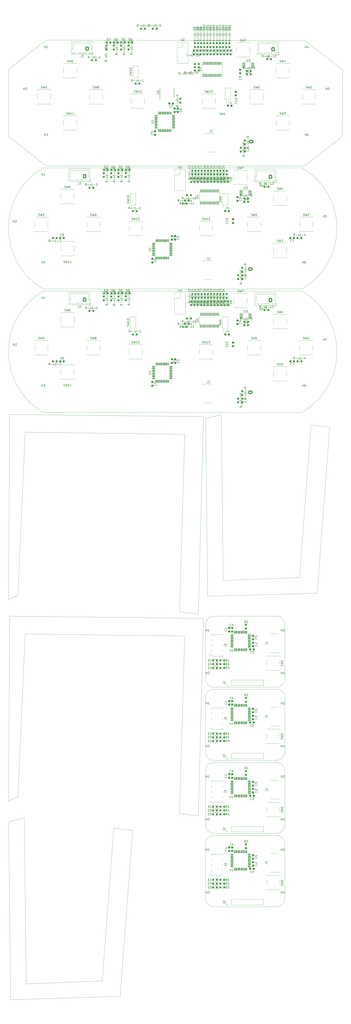
<source format=gbr>
%TF.GenerationSoftware,KiCad,Pcbnew,7.0.6-7.0.6~ubuntu20.04.1*%
%TF.CreationDate,2023-07-11T09:29:22+02:00*%
%TF.ProjectId,output_panel2023-07-11_072908.4244690000,6f757470-7574-45f7-9061-6e656c323032,rev?*%
%TF.SameCoordinates,Original*%
%TF.FileFunction,Legend,Top*%
%TF.FilePolarity,Positive*%
%FSLAX45Y45*%
G04 Gerber Fmt 4.5, Leading zero omitted, Abs format (unit mm)*
G04 Created by KiCad (PCBNEW 7.0.6-7.0.6~ubuntu20.04.1) date 2023-07-11 09:29:22*
%MOMM*%
%LPD*%
G01*
G04 APERTURE LIST*
G04 Aperture macros list*
%AMRoundRect*
0 Rectangle with rounded corners*
0 $1 Rounding radius*
0 $2 $3 $4 $5 $6 $7 $8 $9 X,Y pos of 4 corners*
0 Add a 4 corners polygon primitive as box body*
4,1,4,$2,$3,$4,$5,$6,$7,$8,$9,$2,$3,0*
0 Add four circle primitives for the rounded corners*
1,1,$1+$1,$2,$3*
1,1,$1+$1,$4,$5*
1,1,$1+$1,$6,$7*
1,1,$1+$1,$8,$9*
0 Add four rect primitives between the rounded corners*
20,1,$1+$1,$2,$3,$4,$5,0*
20,1,$1+$1,$4,$5,$6,$7,0*
20,1,$1+$1,$6,$7,$8,$9,0*
20,1,$1+$1,$8,$9,$2,$3,0*%
G04 Aperture macros list end*
%TA.AperFunction,Profile*%
%ADD10C,0.100000*%
%TD*%
%TA.AperFunction,Profile*%
%ADD11C,0.050000*%
%TD*%
%ADD12C,0.150000*%
%ADD13C,0.120000*%
%ADD14RoundRect,0.237500X-0.237500X0.250000X-0.237500X-0.250000X0.237500X-0.250000X0.237500X0.250000X0*%
%ADD15RoundRect,0.237500X-0.250000X-0.237500X0.250000X-0.237500X0.250000X0.237500X-0.250000X0.237500X0*%
%ADD16RoundRect,0.237500X-0.300000X-0.237500X0.300000X-0.237500X0.300000X0.237500X-0.300000X0.237500X0*%
%ADD17RoundRect,0.237500X-0.287500X-0.237500X0.287500X-0.237500X0.287500X0.237500X-0.287500X0.237500X0*%
%ADD18R,1.550000X1.300000*%
%ADD19C,5.600000*%
%ADD20RoundRect,0.237500X-0.237500X0.300000X-0.237500X-0.300000X0.237500X-0.300000X0.237500X0.300000X0*%
%ADD21RoundRect,0.100000X0.100000X-0.637500X0.100000X0.637500X-0.100000X0.637500X-0.100000X-0.637500X0*%
%ADD22RoundRect,0.237500X-0.237500X0.287500X-0.237500X-0.287500X0.237500X-0.287500X0.237500X0.287500X0*%
%ADD23R,0.760000X1.600000*%
%ADD24RoundRect,0.237500X0.237500X-0.250000X0.237500X0.250000X-0.237500X0.250000X-0.237500X-0.250000X0*%
%ADD25RoundRect,0.237500X0.250000X0.237500X-0.250000X0.237500X-0.250000X-0.237500X0.250000X-0.237500X0*%
%ADD26RoundRect,0.237500X0.237500X-0.300000X0.237500X0.300000X-0.237500X0.300000X-0.237500X-0.300000X0*%
%ADD27R,2.400000X0.740000*%
%ADD28RoundRect,0.237500X0.287500X0.237500X-0.287500X0.237500X-0.287500X-0.237500X0.287500X-0.237500X0*%
%ADD29RoundRect,0.250000X0.600000X0.725000X-0.600000X0.725000X-0.600000X-0.725000X0.600000X-0.725000X0*%
%ADD30O,1.700000X1.950000*%
%ADD31R,1.700000X1.700000*%
%ADD32O,1.700000X1.700000*%
%ADD33R,3.000000X1.000000*%
%ADD34RoundRect,0.100000X-0.712500X-0.100000X0.712500X-0.100000X0.712500X0.100000X-0.712500X0.100000X0*%
%ADD35RoundRect,0.237500X0.300000X0.237500X-0.300000X0.237500X-0.300000X-0.237500X0.300000X-0.237500X0*%
%ADD36RoundRect,0.125000X0.625000X0.125000X-0.625000X0.125000X-0.625000X-0.125000X0.625000X-0.125000X0*%
%ADD37RoundRect,0.125000X0.125000X0.625000X-0.125000X0.625000X-0.125000X-0.625000X0.125000X-0.625000X0*%
%ADD38RoundRect,0.125000X0.125000X-0.625000X0.125000X0.625000X-0.125000X0.625000X-0.125000X-0.625000X0*%
%ADD39RoundRect,0.125000X0.625000X-0.125000X0.625000X0.125000X-0.625000X0.125000X-0.625000X-0.125000X0*%
%ADD40R,0.400000X1.000000*%
%ADD41RoundRect,0.250000X-0.750000X0.600000X-0.750000X-0.600000X0.750000X-0.600000X0.750000X0.600000X0*%
%ADD42O,2.000000X1.700000*%
G04 APERTURE END LIST*
D10*
X13299982Y-35019691D02*
X13299982Y-37619691D01*
D11*
X4549997Y-45067694D02*
X899996Y-45217694D01*
X99999Y-17969997D02*
X9399999Y-18069997D01*
D10*
X13299982Y-28019691D02*
X13299982Y-30619691D01*
D11*
X9149999Y-37169688D02*
X8249999Y-37069688D01*
D10*
X13299982Y-38519691D02*
X13299982Y-41119691D01*
X9899982Y-27619691D02*
X12899982Y-27619691D01*
D11*
X14123822Y-17870000D02*
G75*
G03*
X14123822Y-12070000I-1674316J2900000D01*
G01*
D10*
X12899982Y-34519692D02*
G75*
G03*
X13299982Y-34119691I-2J400002D01*
G01*
D11*
X49999Y-26819997D02*
X99999Y-17969997D01*
D10*
X16070000Y-1480000D02*
X16050000Y-4670000D01*
D11*
X1723822Y-12070000D02*
G75*
G03*
X1723822Y-17870000I1674316J-2900000D01*
G01*
D10*
X9499979Y-37619691D02*
G75*
G03*
X9899982Y-38019691I400001J1D01*
G01*
X1723822Y-6170000D02*
X14123822Y-6170000D01*
X1850000Y-50000D02*
X14270000Y-90000D01*
D11*
X49996Y-37467694D02*
X149997Y-45967694D01*
D10*
X9899982Y-34619691D02*
X12899982Y-34619691D01*
D11*
X899996Y-45217694D02*
X799996Y-37267694D01*
D10*
X9899982Y-38119692D02*
G75*
G03*
X9499982Y-38519691I-2J-399998D01*
G01*
D11*
X9399999Y-27719688D02*
X9149999Y-37169688D01*
D10*
X1850000Y-6070000D02*
X50000Y-4670000D01*
X13299979Y-38519691D02*
G75*
G03*
X12899982Y-38119691I-399999J1D01*
G01*
D11*
X499999Y-26619997D02*
X49999Y-26819997D01*
D10*
X14270000Y-90000D02*
X16070000Y-1480000D01*
X1723822Y-17870000D02*
X14123822Y-17870000D01*
X13299979Y-28019691D02*
G75*
G03*
X12899982Y-27619691I-399999J1D01*
G01*
X1723822Y-11970000D02*
X14123822Y-11970000D01*
X9899982Y-31119691D02*
X12899982Y-31119691D01*
D11*
X8499999Y-28569688D02*
X849999Y-28469688D01*
X849999Y-18819997D02*
X499999Y-26619997D01*
D10*
X14250000Y-6070000D02*
X1850000Y-6070000D01*
X1723822Y-12070000D02*
X14123822Y-12070000D01*
D11*
X14123822Y-11970000D02*
G75*
G03*
X14123822Y-6170000I-1674316J2900000D01*
G01*
D10*
X9899982Y-38119691D02*
X12899982Y-38119691D01*
X13299979Y-31519691D02*
G75*
G03*
X12899982Y-31119691I-399999J1D01*
G01*
D11*
X8249999Y-27419997D02*
X8499999Y-18919997D01*
D10*
X16050000Y-4670000D02*
X14250000Y-6070000D01*
X50000Y-1450000D02*
X1850000Y-50000D01*
X13299982Y-31519691D02*
X13299982Y-34119691D01*
X9499979Y-41119691D02*
G75*
G03*
X9899982Y-41519691I400001J1D01*
G01*
D11*
X10349978Y-25918311D02*
X10249978Y-17968311D01*
X9499978Y-18168311D02*
X9599978Y-26668311D01*
D10*
X13299979Y-35019691D02*
G75*
G03*
X12899982Y-34619691I-399999J1D01*
G01*
X9499979Y-30619691D02*
G75*
G03*
X9899982Y-31019691I400001J1D01*
G01*
X12899982Y-38019691D02*
X9899982Y-38019691D01*
D11*
X8249999Y-37069688D02*
X8499999Y-28569688D01*
X499999Y-36269688D02*
X49999Y-36469688D01*
D10*
X12899982Y-41519692D02*
G75*
G03*
X13299982Y-41119691I-2J400002D01*
G01*
D11*
X14549978Y-18468311D02*
X13999978Y-25768311D01*
X5399997Y-45817694D02*
X5999996Y-37867694D01*
X14849978Y-26518311D02*
X15449978Y-18568311D01*
X15449978Y-18568311D02*
X14549978Y-18468311D01*
D10*
X9499982Y-30619691D02*
X9499982Y-28019691D01*
D11*
X9149999Y-27519997D02*
X8249999Y-27419997D01*
D10*
X9499979Y-34119691D02*
G75*
G03*
X9899982Y-34519691I400001J1D01*
G01*
D11*
X13999978Y-25768311D02*
X10349978Y-25918311D01*
D10*
X9499982Y-37619691D02*
X9499982Y-35019691D01*
X9899982Y-34619692D02*
G75*
G03*
X9499982Y-35019691I-2J-399998D01*
G01*
X9899982Y-27619692D02*
G75*
G03*
X9499982Y-28019691I-2J-399998D01*
G01*
X9499982Y-34119691D02*
X9499982Y-31519691D01*
D11*
X49999Y-36469688D02*
X99999Y-27619688D01*
X99999Y-27619688D02*
X9399999Y-27719688D01*
X149997Y-45967694D02*
X5399997Y-45817694D01*
D10*
X12899982Y-34519691D02*
X9899982Y-34519691D01*
D11*
X1723822Y-6170000D02*
G75*
G03*
X1723822Y-11970000I1674316J-2900000D01*
G01*
X849999Y-28469688D02*
X499999Y-36269688D01*
D10*
X9899982Y-31119692D02*
G75*
G03*
X9499982Y-31519691I-2J-399998D01*
G01*
X12899982Y-31019692D02*
G75*
G03*
X13299982Y-30619691I-2J400002D01*
G01*
D11*
X8499999Y-18919997D02*
X849999Y-18819997D01*
D10*
X12899982Y-41519691D02*
X9899982Y-41519691D01*
D11*
X9399999Y-18069997D02*
X9149999Y-27519997D01*
D10*
X50000Y-4670000D02*
X50000Y-1450000D01*
X12899982Y-31019691D02*
X9899982Y-31019691D01*
D11*
X5099997Y-37767694D02*
X4549997Y-45067694D01*
X799996Y-37267694D02*
X49996Y-37467694D01*
D10*
X12899982Y-38019692D02*
G75*
G03*
X13299982Y-37619691I-2J400002D01*
G01*
D11*
X5999996Y-37867694D02*
X5099997Y-37767694D01*
X9599978Y-26668311D02*
X14849978Y-26518311D01*
D10*
X9499982Y-41119691D02*
X9499982Y-38519691D01*
D11*
X10249978Y-17968311D02*
X9499978Y-18168311D01*
D12*
X11252304Y-17577559D02*
X11204685Y-17610893D01*
X11252304Y-17634702D02*
X11152304Y-17634702D01*
X11152304Y-17634702D02*
X11152304Y-17596607D01*
X11152304Y-17596607D02*
X11157066Y-17587083D01*
X11157066Y-17587083D02*
X11161828Y-17582321D01*
X11161828Y-17582321D02*
X11171352Y-17577559D01*
X11171352Y-17577559D02*
X11185637Y-17577559D01*
X11185637Y-17577559D02*
X11195161Y-17582321D01*
X11195161Y-17582321D02*
X11199923Y-17587083D01*
X11199923Y-17587083D02*
X11204685Y-17596607D01*
X11204685Y-17596607D02*
X11204685Y-17634702D01*
X11214209Y-17534702D02*
X11214209Y-17458512D01*
X11185637Y-17420416D02*
X11252304Y-17396607D01*
X11252304Y-17396607D02*
X11185637Y-17372797D01*
X11161828Y-17339464D02*
X11157066Y-17334702D01*
X11157066Y-17334702D02*
X11152304Y-17325178D01*
X11152304Y-17325178D02*
X11152304Y-17301369D01*
X11152304Y-17301369D02*
X11157066Y-17291845D01*
X11157066Y-17291845D02*
X11161828Y-17287083D01*
X11161828Y-17287083D02*
X11171352Y-17282321D01*
X11171352Y-17282321D02*
X11180876Y-17282321D01*
X11180876Y-17282321D02*
X11195161Y-17287083D01*
X11195161Y-17287083D02*
X11252304Y-17344226D01*
X11252304Y-17344226D02*
X11252304Y-17282321D01*
X11214209Y-17239464D02*
X11214209Y-17163274D01*
X11252304Y-17063274D02*
X11252304Y-17120416D01*
X11252304Y-17091845D02*
X11152304Y-17091845D01*
X11152304Y-17091845D02*
X11166590Y-17101369D01*
X11166590Y-17101369D02*
X11176114Y-17110893D01*
X11176114Y-17110893D02*
X11180876Y-17120416D01*
X11152304Y-17001369D02*
X11152304Y-16991845D01*
X11152304Y-16991845D02*
X11157066Y-16982321D01*
X11157066Y-16982321D02*
X11161828Y-16977559D01*
X11161828Y-16977559D02*
X11171352Y-16972797D01*
X11171352Y-16972797D02*
X11190399Y-16968035D01*
X11190399Y-16968035D02*
X11214209Y-16968035D01*
X11214209Y-16968035D02*
X11233256Y-16972797D01*
X11233256Y-16972797D02*
X11242780Y-16977559D01*
X11242780Y-16977559D02*
X11247542Y-16982321D01*
X11247542Y-16982321D02*
X11252304Y-16991845D01*
X11252304Y-16991845D02*
X11252304Y-17001369D01*
X11252304Y-17001369D02*
X11247542Y-17010893D01*
X11247542Y-17010893D02*
X11242780Y-17015654D01*
X11242780Y-17015654D02*
X11233256Y-17020416D01*
X11233256Y-17020416D02*
X11214209Y-17025178D01*
X11214209Y-17025178D02*
X11190399Y-17025178D01*
X11190399Y-17025178D02*
X11171352Y-17020416D01*
X11171352Y-17020416D02*
X11161828Y-17015654D01*
X11161828Y-17015654D02*
X11157066Y-17010893D01*
X11157066Y-17010893D02*
X11152304Y-17001369D01*
X10535190Y-40285173D02*
X10501857Y-40237554D01*
X10478047Y-40285173D02*
X10478047Y-40185173D01*
X10478047Y-40185173D02*
X10516142Y-40185173D01*
X10516142Y-40185173D02*
X10525666Y-40189935D01*
X10525666Y-40189935D02*
X10530428Y-40194697D01*
X10530428Y-40194697D02*
X10535190Y-40204221D01*
X10535190Y-40204221D02*
X10535190Y-40218506D01*
X10535190Y-40218506D02*
X10530428Y-40228030D01*
X10530428Y-40228030D02*
X10525666Y-40232792D01*
X10525666Y-40232792D02*
X10516142Y-40237554D01*
X10516142Y-40237554D02*
X10478047Y-40237554D01*
X10630428Y-40285173D02*
X10573285Y-40285173D01*
X10601857Y-40285173D02*
X10601857Y-40185173D01*
X10601857Y-40185173D02*
X10592333Y-40199459D01*
X10592333Y-40199459D02*
X10582809Y-40208982D01*
X10582809Y-40208982D02*
X10573285Y-40213744D01*
X10516656Y-8132958D02*
X10511894Y-8137720D01*
X10511894Y-8137720D02*
X10497608Y-8142482D01*
X10497608Y-8142482D02*
X10488084Y-8142482D01*
X10488084Y-8142482D02*
X10473798Y-8137720D01*
X10473798Y-8137720D02*
X10464275Y-8128196D01*
X10464275Y-8128196D02*
X10459513Y-8118672D01*
X10459513Y-8118672D02*
X10454751Y-8099624D01*
X10454751Y-8099624D02*
X10454751Y-8085339D01*
X10454751Y-8085339D02*
X10459513Y-8066291D01*
X10459513Y-8066291D02*
X10464275Y-8056767D01*
X10464275Y-8056767D02*
X10473798Y-8047243D01*
X10473798Y-8047243D02*
X10488084Y-8042482D01*
X10488084Y-8042482D02*
X10497608Y-8042482D01*
X10497608Y-8042482D02*
X10511894Y-8047243D01*
X10511894Y-8047243D02*
X10516656Y-8052005D01*
X10602370Y-8075815D02*
X10602370Y-8142482D01*
X10578560Y-8037720D02*
X10554751Y-8109148D01*
X10554751Y-8109148D02*
X10616656Y-8109148D01*
X5700013Y-12072482D02*
X5700013Y-11972482D01*
X5700013Y-11972482D02*
X5723822Y-11972482D01*
X5723822Y-11972482D02*
X5738108Y-11977243D01*
X5738108Y-11977243D02*
X5747632Y-11986767D01*
X5747632Y-11986767D02*
X5752394Y-11996291D01*
X5752394Y-11996291D02*
X5757155Y-12015339D01*
X5757155Y-12015339D02*
X5757155Y-12029624D01*
X5757155Y-12029624D02*
X5752394Y-12048672D01*
X5752394Y-12048672D02*
X5747632Y-12058196D01*
X5747632Y-12058196D02*
X5738108Y-12067720D01*
X5738108Y-12067720D02*
X5723822Y-12072482D01*
X5723822Y-12072482D02*
X5700013Y-12072482D01*
X5842870Y-11972482D02*
X5823822Y-11972482D01*
X5823822Y-11972482D02*
X5814298Y-11977243D01*
X5814298Y-11977243D02*
X5809536Y-11982005D01*
X5809536Y-11982005D02*
X5800013Y-11996291D01*
X5800013Y-11996291D02*
X5795251Y-12015339D01*
X5795251Y-12015339D02*
X5795251Y-12053434D01*
X5795251Y-12053434D02*
X5800013Y-12062958D01*
X5800013Y-12062958D02*
X5804775Y-12067720D01*
X5804775Y-12067720D02*
X5814298Y-12072482D01*
X5814298Y-12072482D02*
X5833346Y-12072482D01*
X5833346Y-12072482D02*
X5842870Y-12067720D01*
X5842870Y-12067720D02*
X5847632Y-12062958D01*
X5847632Y-12062958D02*
X5852394Y-12053434D01*
X5852394Y-12053434D02*
X5852394Y-12029624D01*
X5852394Y-12029624D02*
X5847632Y-12020101D01*
X5847632Y-12020101D02*
X5842870Y-12015339D01*
X5842870Y-12015339D02*
X5833346Y-12010577D01*
X5833346Y-12010577D02*
X5814298Y-12010577D01*
X5814298Y-12010577D02*
X5804775Y-12015339D01*
X5804775Y-12015339D02*
X5800013Y-12020101D01*
X5800013Y-12020101D02*
X5795251Y-12029624D01*
X2740489Y-13030720D02*
X2754775Y-13035482D01*
X2754775Y-13035482D02*
X2778584Y-13035482D01*
X2778584Y-13035482D02*
X2788108Y-13030720D01*
X2788108Y-13030720D02*
X2792870Y-13025958D01*
X2792870Y-13025958D02*
X2797632Y-13016434D01*
X2797632Y-13016434D02*
X2797632Y-13006910D01*
X2797632Y-13006910D02*
X2792870Y-12997386D01*
X2792870Y-12997386D02*
X2788108Y-12992624D01*
X2788108Y-12992624D02*
X2778584Y-12987862D01*
X2778584Y-12987862D02*
X2759537Y-12983101D01*
X2759537Y-12983101D02*
X2750013Y-12978339D01*
X2750013Y-12978339D02*
X2745251Y-12973577D01*
X2745251Y-12973577D02*
X2740489Y-12964053D01*
X2740489Y-12964053D02*
X2740489Y-12954529D01*
X2740489Y-12954529D02*
X2745251Y-12945005D01*
X2745251Y-12945005D02*
X2750013Y-12940243D01*
X2750013Y-12940243D02*
X2759537Y-12935482D01*
X2759537Y-12935482D02*
X2783346Y-12935482D01*
X2783346Y-12935482D02*
X2797632Y-12940243D01*
X2830965Y-12935482D02*
X2854775Y-13035482D01*
X2854775Y-13035482D02*
X2873822Y-12964053D01*
X2873822Y-12964053D02*
X2892870Y-13035482D01*
X2892870Y-13035482D02*
X2916679Y-12935482D01*
X2997632Y-12935482D02*
X2978584Y-12935482D01*
X2978584Y-12935482D02*
X2969060Y-12940243D01*
X2969060Y-12940243D02*
X2964298Y-12945005D01*
X2964298Y-12945005D02*
X2954775Y-12959291D01*
X2954775Y-12959291D02*
X2950013Y-12978339D01*
X2950013Y-12978339D02*
X2950013Y-13016434D01*
X2950013Y-13016434D02*
X2954775Y-13025958D01*
X2954775Y-13025958D02*
X2959536Y-13030720D01*
X2959536Y-13030720D02*
X2969060Y-13035482D01*
X2969060Y-13035482D02*
X2988108Y-13035482D01*
X2988108Y-13035482D02*
X2997632Y-13030720D01*
X2997632Y-13030720D02*
X3002394Y-13025958D01*
X3002394Y-13025958D02*
X3007155Y-13016434D01*
X3007155Y-13016434D02*
X3007155Y-12992624D01*
X3007155Y-12992624D02*
X3002394Y-12983101D01*
X3002394Y-12983101D02*
X2997632Y-12978339D01*
X2997632Y-12978339D02*
X2988108Y-12973577D01*
X2988108Y-12973577D02*
X2969060Y-12973577D01*
X2969060Y-12973577D02*
X2959536Y-12978339D01*
X2959536Y-12978339D02*
X2954775Y-12983101D01*
X2954775Y-12983101D02*
X2950013Y-12992624D01*
X10535190Y-29785173D02*
X10501857Y-29737554D01*
X10478047Y-29785173D02*
X10478047Y-29685173D01*
X10478047Y-29685173D02*
X10516142Y-29685173D01*
X10516142Y-29685173D02*
X10525666Y-29689935D01*
X10525666Y-29689935D02*
X10530428Y-29694697D01*
X10530428Y-29694697D02*
X10535190Y-29704220D01*
X10535190Y-29704220D02*
X10535190Y-29718506D01*
X10535190Y-29718506D02*
X10530428Y-29728030D01*
X10530428Y-29728030D02*
X10525666Y-29732792D01*
X10525666Y-29732792D02*
X10516142Y-29737554D01*
X10516142Y-29737554D02*
X10478047Y-29737554D01*
X10630428Y-29785173D02*
X10573285Y-29785173D01*
X10601857Y-29785173D02*
X10601857Y-29685173D01*
X10601857Y-29685173D02*
X10592333Y-29699459D01*
X10592333Y-29699459D02*
X10582809Y-29708982D01*
X10582809Y-29708982D02*
X10573285Y-29713744D01*
X11252304Y-11677559D02*
X11204685Y-11710892D01*
X11252304Y-11734702D02*
X11152304Y-11734702D01*
X11152304Y-11734702D02*
X11152304Y-11696607D01*
X11152304Y-11696607D02*
X11157066Y-11687083D01*
X11157066Y-11687083D02*
X11161828Y-11682321D01*
X11161828Y-11682321D02*
X11171352Y-11677559D01*
X11171352Y-11677559D02*
X11185637Y-11677559D01*
X11185637Y-11677559D02*
X11195161Y-11682321D01*
X11195161Y-11682321D02*
X11199923Y-11687083D01*
X11199923Y-11687083D02*
X11204685Y-11696607D01*
X11204685Y-11696607D02*
X11204685Y-11734702D01*
X11214209Y-11634702D02*
X11214209Y-11558512D01*
X11185637Y-11520416D02*
X11252304Y-11496607D01*
X11252304Y-11496607D02*
X11185637Y-11472797D01*
X11252304Y-11382321D02*
X11252304Y-11439464D01*
X11252304Y-11410892D02*
X11152304Y-11410892D01*
X11152304Y-11410892D02*
X11166590Y-11420416D01*
X11166590Y-11420416D02*
X11176114Y-11429940D01*
X11176114Y-11429940D02*
X11180876Y-11439464D01*
X11214209Y-11339464D02*
X11214209Y-11263273D01*
X11252304Y-11163274D02*
X11252304Y-11220416D01*
X11252304Y-11191845D02*
X11152304Y-11191845D01*
X11152304Y-11191845D02*
X11166590Y-11201369D01*
X11166590Y-11201369D02*
X11176114Y-11210892D01*
X11176114Y-11210892D02*
X11180876Y-11220416D01*
X11152304Y-11101369D02*
X11152304Y-11091845D01*
X11152304Y-11091845D02*
X11157066Y-11082321D01*
X11157066Y-11082321D02*
X11161828Y-11077559D01*
X11161828Y-11077559D02*
X11171352Y-11072797D01*
X11171352Y-11072797D02*
X11190399Y-11068035D01*
X11190399Y-11068035D02*
X11214209Y-11068035D01*
X11214209Y-11068035D02*
X11233256Y-11072797D01*
X11233256Y-11072797D02*
X11242780Y-11077559D01*
X11242780Y-11077559D02*
X11247542Y-11082321D01*
X11247542Y-11082321D02*
X11252304Y-11091845D01*
X11252304Y-11091845D02*
X11252304Y-11101369D01*
X11252304Y-11101369D02*
X11247542Y-11110893D01*
X11247542Y-11110893D02*
X11242780Y-11115654D01*
X11242780Y-11115654D02*
X11233256Y-11120416D01*
X11233256Y-11120416D02*
X11214209Y-11125178D01*
X11214209Y-11125178D02*
X11190399Y-11125178D01*
X11190399Y-11125178D02*
X11171352Y-11120416D01*
X11171352Y-11120416D02*
X11161828Y-11115654D01*
X11161828Y-11115654D02*
X11157066Y-11110893D01*
X11157066Y-11110893D02*
X11152304Y-11101369D01*
X3797632Y-12922482D02*
X3764298Y-12874862D01*
X3740489Y-12922482D02*
X3740489Y-12822482D01*
X3740489Y-12822482D02*
X3778584Y-12822482D01*
X3778584Y-12822482D02*
X3788108Y-12827243D01*
X3788108Y-12827243D02*
X3792870Y-12832005D01*
X3792870Y-12832005D02*
X3797632Y-12841529D01*
X3797632Y-12841529D02*
X3797632Y-12855815D01*
X3797632Y-12855815D02*
X3792870Y-12865339D01*
X3792870Y-12865339D02*
X3788108Y-12870101D01*
X3788108Y-12870101D02*
X3778584Y-12874862D01*
X3778584Y-12874862D02*
X3740489Y-12874862D01*
X3840489Y-12884386D02*
X3916679Y-12884386D01*
X3954775Y-12855815D02*
X3978584Y-12922482D01*
X3978584Y-12922482D02*
X4002394Y-12855815D01*
X4035727Y-12832005D02*
X4040489Y-12827243D01*
X4040489Y-12827243D02*
X4050013Y-12822482D01*
X4050013Y-12822482D02*
X4073822Y-12822482D01*
X4073822Y-12822482D02*
X4083346Y-12827243D01*
X4083346Y-12827243D02*
X4088108Y-12832005D01*
X4088108Y-12832005D02*
X4092870Y-12841529D01*
X4092870Y-12841529D02*
X4092870Y-12851053D01*
X4092870Y-12851053D02*
X4088108Y-12865339D01*
X4088108Y-12865339D02*
X4030965Y-12922482D01*
X4030965Y-12922482D02*
X4092870Y-12922482D01*
X4135727Y-12884386D02*
X4211918Y-12884386D01*
X4254775Y-12832005D02*
X4259537Y-12827243D01*
X4259537Y-12827243D02*
X4269060Y-12822482D01*
X4269060Y-12822482D02*
X4292870Y-12822482D01*
X4292870Y-12822482D02*
X4302394Y-12827243D01*
X4302394Y-12827243D02*
X4307156Y-12832005D01*
X4307156Y-12832005D02*
X4311917Y-12841529D01*
X4311917Y-12841529D02*
X4311917Y-12851053D01*
X4311917Y-12851053D02*
X4307156Y-12865339D01*
X4307156Y-12865339D02*
X4250013Y-12922482D01*
X4250013Y-12922482D02*
X4311917Y-12922482D01*
X1773809Y-4635482D02*
X1773809Y-4535482D01*
X1773809Y-4583101D02*
X1830952Y-4583101D01*
X1830952Y-4635482D02*
X1830952Y-4535482D01*
X1869048Y-4535482D02*
X1930952Y-4535482D01*
X1930952Y-4535482D02*
X1897619Y-4573577D01*
X1897619Y-4573577D02*
X1911905Y-4573577D01*
X1911905Y-4573577D02*
X1921428Y-4578339D01*
X1921428Y-4578339D02*
X1926190Y-4583101D01*
X1926190Y-4583101D02*
X1930952Y-4592624D01*
X1930952Y-4592624D02*
X1930952Y-4616434D01*
X1930952Y-4616434D02*
X1926190Y-4625958D01*
X1926190Y-4625958D02*
X1921428Y-4630720D01*
X1921428Y-4630720D02*
X1911905Y-4635482D01*
X1911905Y-4635482D02*
X1883333Y-4635482D01*
X1883333Y-4635482D02*
X1873809Y-4630720D01*
X1873809Y-4630720D02*
X1869048Y-4625958D01*
X5517304Y-6791309D02*
X5469685Y-6824642D01*
X5517304Y-6848452D02*
X5417304Y-6848452D01*
X5417304Y-6848452D02*
X5417304Y-6810357D01*
X5417304Y-6810357D02*
X5422066Y-6800833D01*
X5422066Y-6800833D02*
X5426828Y-6796071D01*
X5426828Y-6796071D02*
X5436352Y-6791309D01*
X5436352Y-6791309D02*
X5450637Y-6791309D01*
X5450637Y-6791309D02*
X5460161Y-6796071D01*
X5460161Y-6796071D02*
X5464923Y-6800833D01*
X5464923Y-6800833D02*
X5469685Y-6810357D01*
X5469685Y-6810357D02*
X5469685Y-6848452D01*
X5479209Y-6748452D02*
X5479209Y-6672262D01*
X5450637Y-6634166D02*
X5517304Y-6610357D01*
X5517304Y-6610357D02*
X5450637Y-6586547D01*
X5517304Y-6496071D02*
X5517304Y-6553214D01*
X5517304Y-6524642D02*
X5417304Y-6524642D01*
X5417304Y-6524642D02*
X5431590Y-6534166D01*
X5431590Y-6534166D02*
X5441114Y-6543690D01*
X5441114Y-6543690D02*
X5445876Y-6553214D01*
X5479209Y-6453214D02*
X5479209Y-6377023D01*
X5426828Y-6334166D02*
X5422066Y-6329404D01*
X5422066Y-6329404D02*
X5417304Y-6319881D01*
X5417304Y-6319881D02*
X5417304Y-6296071D01*
X5417304Y-6296071D02*
X5422066Y-6286547D01*
X5422066Y-6286547D02*
X5426828Y-6281785D01*
X5426828Y-6281785D02*
X5436352Y-6277023D01*
X5436352Y-6277023D02*
X5445876Y-6277023D01*
X5445876Y-6277023D02*
X5460161Y-6281785D01*
X5460161Y-6281785D02*
X5517304Y-6338928D01*
X5517304Y-6338928D02*
X5517304Y-6277023D01*
X5517304Y-6181785D02*
X5517304Y-6238928D01*
X5517304Y-6210357D02*
X5417304Y-6210357D01*
X5417304Y-6210357D02*
X5431590Y-6219881D01*
X5431590Y-6219881D02*
X5441114Y-6229404D01*
X5441114Y-6229404D02*
X5445876Y-6238928D01*
X9523791Y-40890173D02*
X9523791Y-40790173D01*
X9523791Y-40837792D02*
X9580934Y-40837792D01*
X9580934Y-40890173D02*
X9580934Y-40790173D01*
X9619029Y-40790173D02*
X9680934Y-40790173D01*
X9680934Y-40790173D02*
X9647601Y-40828268D01*
X9647601Y-40828268D02*
X9661886Y-40828268D01*
X9661886Y-40828268D02*
X9671410Y-40833030D01*
X9671410Y-40833030D02*
X9676172Y-40837792D01*
X9676172Y-40837792D02*
X9680934Y-40847316D01*
X9680934Y-40847316D02*
X9680934Y-40871125D01*
X9680934Y-40871125D02*
X9676172Y-40880649D01*
X9676172Y-40880649D02*
X9671410Y-40885411D01*
X9671410Y-40885411D02*
X9661886Y-40890173D01*
X9661886Y-40890173D02*
X9633315Y-40890173D01*
X9633315Y-40890173D02*
X9623791Y-40885411D01*
X9623791Y-40885411D02*
X9619029Y-40880649D01*
X14273809Y-4635482D02*
X14273809Y-4535482D01*
X14273809Y-4583101D02*
X14330952Y-4583101D01*
X14330952Y-4635482D02*
X14330952Y-4535482D01*
X14421428Y-4535482D02*
X14402381Y-4535482D01*
X14402381Y-4535482D02*
X14392857Y-4540244D01*
X14392857Y-4540244D02*
X14388095Y-4545005D01*
X14388095Y-4545005D02*
X14378571Y-4559291D01*
X14378571Y-4559291D02*
X14373809Y-4578339D01*
X14373809Y-4578339D02*
X14373809Y-4616434D01*
X14373809Y-4616434D02*
X14378571Y-4625958D01*
X14378571Y-4625958D02*
X14383333Y-4630720D01*
X14383333Y-4630720D02*
X14392857Y-4635482D01*
X14392857Y-4635482D02*
X14411905Y-4635482D01*
X14411905Y-4635482D02*
X14421428Y-4630720D01*
X14421428Y-4630720D02*
X14426190Y-4625958D01*
X14426190Y-4625958D02*
X14430952Y-4616434D01*
X14430952Y-4616434D02*
X14430952Y-4592624D01*
X14430952Y-4592624D02*
X14426190Y-4583101D01*
X14426190Y-4583101D02*
X14421428Y-4578339D01*
X14421428Y-4578339D02*
X14411905Y-4573577D01*
X14411905Y-4573577D02*
X14392857Y-4573577D01*
X14392857Y-4573577D02*
X14383333Y-4578339D01*
X14383333Y-4578339D02*
X14378571Y-4583101D01*
X14378571Y-4583101D02*
X14373809Y-4592624D01*
X8225180Y-15433866D02*
X8229942Y-15438628D01*
X8229942Y-15438628D02*
X8234704Y-15452914D01*
X8234704Y-15452914D02*
X8234704Y-15462438D01*
X8234704Y-15462438D02*
X8229942Y-15476723D01*
X8229942Y-15476723D02*
X8220418Y-15486247D01*
X8220418Y-15486247D02*
X8210894Y-15491009D01*
X8210894Y-15491009D02*
X8191847Y-15495771D01*
X8191847Y-15495771D02*
X8177561Y-15495771D01*
X8177561Y-15495771D02*
X8158514Y-15491009D01*
X8158514Y-15491009D02*
X8148990Y-15486247D01*
X8148990Y-15486247D02*
X8139466Y-15476723D01*
X8139466Y-15476723D02*
X8134704Y-15462438D01*
X8134704Y-15462438D02*
X8134704Y-15452914D01*
X8134704Y-15452914D02*
X8139466Y-15438628D01*
X8139466Y-15438628D02*
X8144228Y-15433866D01*
X8134704Y-15348152D02*
X8134704Y-15367200D01*
X8134704Y-15367200D02*
X8139466Y-15376723D01*
X8139466Y-15376723D02*
X8144228Y-15381485D01*
X8144228Y-15381485D02*
X8158514Y-15391009D01*
X8158514Y-15391009D02*
X8177561Y-15395771D01*
X8177561Y-15395771D02*
X8215656Y-15395771D01*
X8215656Y-15395771D02*
X8225180Y-15391009D01*
X8225180Y-15391009D02*
X8229942Y-15386247D01*
X8229942Y-15386247D02*
X8234704Y-15376723D01*
X8234704Y-15376723D02*
X8234704Y-15357676D01*
X8234704Y-15357676D02*
X8229942Y-15348152D01*
X8229942Y-15348152D02*
X8225180Y-15343390D01*
X8225180Y-15343390D02*
X8215656Y-15338628D01*
X8215656Y-15338628D02*
X8191847Y-15338628D01*
X8191847Y-15338628D02*
X8182323Y-15343390D01*
X8182323Y-15343390D02*
X8177561Y-15348152D01*
X8177561Y-15348152D02*
X8172799Y-15357676D01*
X8172799Y-15357676D02*
X8172799Y-15376723D01*
X8172799Y-15376723D02*
X8177561Y-15386247D01*
X8177561Y-15386247D02*
X8182323Y-15391009D01*
X8182323Y-15391009D02*
X8191847Y-15395771D01*
X9062704Y-7637590D02*
X9143656Y-7637590D01*
X9143656Y-7637590D02*
X9153180Y-7632828D01*
X9153180Y-7632828D02*
X9157942Y-7628066D01*
X9157942Y-7628066D02*
X9162704Y-7618542D01*
X9162704Y-7618542D02*
X9162704Y-7599495D01*
X9162704Y-7599495D02*
X9157942Y-7589971D01*
X9157942Y-7589971D02*
X9153180Y-7585209D01*
X9153180Y-7585209D02*
X9143656Y-7580447D01*
X9143656Y-7580447D02*
X9062704Y-7580447D01*
X9096037Y-7489971D02*
X9162704Y-7489971D01*
X9057942Y-7513781D02*
X9129371Y-7537590D01*
X9129371Y-7537590D02*
X9129371Y-7475685D01*
X5517304Y-12691309D02*
X5469685Y-12724642D01*
X5517304Y-12748452D02*
X5417304Y-12748452D01*
X5417304Y-12748452D02*
X5417304Y-12710357D01*
X5417304Y-12710357D02*
X5422066Y-12700833D01*
X5422066Y-12700833D02*
X5426828Y-12696071D01*
X5426828Y-12696071D02*
X5436352Y-12691309D01*
X5436352Y-12691309D02*
X5450637Y-12691309D01*
X5450637Y-12691309D02*
X5460161Y-12696071D01*
X5460161Y-12696071D02*
X5464923Y-12700833D01*
X5464923Y-12700833D02*
X5469685Y-12710357D01*
X5469685Y-12710357D02*
X5469685Y-12748452D01*
X5479209Y-12648452D02*
X5479209Y-12572262D01*
X5450637Y-12534166D02*
X5517304Y-12510357D01*
X5517304Y-12510357D02*
X5450637Y-12486547D01*
X5426828Y-12453214D02*
X5422066Y-12448452D01*
X5422066Y-12448452D02*
X5417304Y-12438928D01*
X5417304Y-12438928D02*
X5417304Y-12415119D01*
X5417304Y-12415119D02*
X5422066Y-12405595D01*
X5422066Y-12405595D02*
X5426828Y-12400833D01*
X5426828Y-12400833D02*
X5436352Y-12396071D01*
X5436352Y-12396071D02*
X5445876Y-12396071D01*
X5445876Y-12396071D02*
X5460161Y-12400833D01*
X5460161Y-12400833D02*
X5517304Y-12457976D01*
X5517304Y-12457976D02*
X5517304Y-12396071D01*
X5479209Y-12353214D02*
X5479209Y-12277023D01*
X5426828Y-12234166D02*
X5422066Y-12229404D01*
X5422066Y-12229404D02*
X5417304Y-12219881D01*
X5417304Y-12219881D02*
X5417304Y-12196071D01*
X5417304Y-12196071D02*
X5422066Y-12186547D01*
X5422066Y-12186547D02*
X5426828Y-12181785D01*
X5426828Y-12181785D02*
X5436352Y-12177023D01*
X5436352Y-12177023D02*
X5445876Y-12177023D01*
X5445876Y-12177023D02*
X5460161Y-12181785D01*
X5460161Y-12181785D02*
X5517304Y-12238928D01*
X5517304Y-12238928D02*
X5517304Y-12177023D01*
X5517304Y-12081785D02*
X5517304Y-12138928D01*
X5517304Y-12110357D02*
X5417304Y-12110357D01*
X5417304Y-12110357D02*
X5431590Y-12119881D01*
X5431590Y-12119881D02*
X5441114Y-12129404D01*
X5441114Y-12129404D02*
X5445876Y-12138928D01*
X4776191Y-72482D02*
X4776191Y27518D01*
X4776191Y27518D02*
X4800000Y27518D01*
X4800000Y27518D02*
X4814286Y22756D01*
X4814286Y22756D02*
X4823810Y13233D01*
X4823810Y13233D02*
X4828571Y3709D01*
X4828571Y3709D02*
X4833333Y-15339D01*
X4833333Y-15339D02*
X4833333Y-29624D01*
X4833333Y-29624D02*
X4828571Y-48672D01*
X4828571Y-48672D02*
X4823810Y-58196D01*
X4823810Y-58196D02*
X4814286Y-67720D01*
X4814286Y-67720D02*
X4800000Y-72482D01*
X4800000Y-72482D02*
X4776191Y-72482D01*
X4866667Y27518D02*
X4928571Y27518D01*
X4928571Y27518D02*
X4895238Y-10577D01*
X4895238Y-10577D02*
X4909524Y-10577D01*
X4909524Y-10577D02*
X4919048Y-15339D01*
X4919048Y-15339D02*
X4923810Y-20101D01*
X4923810Y-20101D02*
X4928571Y-29624D01*
X4928571Y-29624D02*
X4928571Y-53434D01*
X4928571Y-53434D02*
X4923810Y-62958D01*
X4923810Y-62958D02*
X4919048Y-67720D01*
X4919048Y-67720D02*
X4909524Y-72482D01*
X4909524Y-72482D02*
X4880952Y-72482D01*
X4880952Y-72482D02*
X4871429Y-67720D01*
X4871429Y-67720D02*
X4866667Y-62958D01*
X6843809Y587518D02*
X6810476Y635137D01*
X6786667Y587518D02*
X6786667Y687518D01*
X6786667Y687518D02*
X6824762Y687518D01*
X6824762Y687518D02*
X6834286Y682756D01*
X6834286Y682756D02*
X6839048Y677995D01*
X6839048Y677995D02*
X6843809Y668471D01*
X6843809Y668471D02*
X6843809Y654185D01*
X6843809Y654185D02*
X6839048Y644661D01*
X6839048Y644661D02*
X6834286Y639899D01*
X6834286Y639899D02*
X6824762Y635137D01*
X6824762Y635137D02*
X6786667Y635137D01*
X6886667Y625614D02*
X6962857Y625614D01*
X7000952Y654185D02*
X7024762Y587518D01*
X7024762Y587518D02*
X7048571Y654185D01*
X7105714Y687518D02*
X7115238Y687518D01*
X7115238Y687518D02*
X7124762Y682756D01*
X7124762Y682756D02*
X7129524Y677995D01*
X7129524Y677995D02*
X7134286Y668471D01*
X7134286Y668471D02*
X7139048Y649423D01*
X7139048Y649423D02*
X7139048Y625614D01*
X7139048Y625614D02*
X7134286Y606566D01*
X7134286Y606566D02*
X7129524Y597042D01*
X7129524Y597042D02*
X7124762Y592280D01*
X7124762Y592280D02*
X7115238Y587518D01*
X7115238Y587518D02*
X7105714Y587518D01*
X7105714Y587518D02*
X7096190Y592280D01*
X7096190Y592280D02*
X7091429Y597042D01*
X7091429Y597042D02*
X7086667Y606566D01*
X7086667Y606566D02*
X7081905Y625614D01*
X7081905Y625614D02*
X7081905Y649423D01*
X7081905Y649423D02*
X7086667Y668471D01*
X7086667Y668471D02*
X7091429Y677995D01*
X7091429Y677995D02*
X7096190Y682756D01*
X7096190Y682756D02*
X7105714Y687518D01*
X7181905Y625614D02*
X7258095Y625614D01*
X7353333Y687518D02*
X7305714Y687518D01*
X7305714Y687518D02*
X7300952Y639899D01*
X7300952Y639899D02*
X7305714Y644661D01*
X7305714Y644661D02*
X7315238Y649423D01*
X7315238Y649423D02*
X7339048Y649423D01*
X7339048Y649423D02*
X7348571Y644661D01*
X7348571Y644661D02*
X7353333Y639899D01*
X7353333Y639899D02*
X7358095Y630376D01*
X7358095Y630376D02*
X7358095Y606566D01*
X7358095Y606566D02*
X7353333Y597042D01*
X7353333Y597042D02*
X7348571Y592280D01*
X7348571Y592280D02*
X7339048Y587518D01*
X7339048Y587518D02*
X7315238Y587518D01*
X7315238Y587518D02*
X7305714Y592280D01*
X7305714Y592280D02*
X7300952Y597042D01*
X6069048Y-2560720D02*
X6083333Y-2565482D01*
X6083333Y-2565482D02*
X6107143Y-2565482D01*
X6107143Y-2565482D02*
X6116667Y-2560720D01*
X6116667Y-2560720D02*
X6121428Y-2555958D01*
X6121428Y-2555958D02*
X6126190Y-2546434D01*
X6126190Y-2546434D02*
X6126190Y-2536910D01*
X6126190Y-2536910D02*
X6121428Y-2527386D01*
X6121428Y-2527386D02*
X6116667Y-2522624D01*
X6116667Y-2522624D02*
X6107143Y-2517863D01*
X6107143Y-2517863D02*
X6088095Y-2513101D01*
X6088095Y-2513101D02*
X6078571Y-2508339D01*
X6078571Y-2508339D02*
X6073809Y-2503577D01*
X6073809Y-2503577D02*
X6069048Y-2494053D01*
X6069048Y-2494053D02*
X6069048Y-2484529D01*
X6069048Y-2484529D02*
X6073809Y-2475005D01*
X6073809Y-2475005D02*
X6078571Y-2470244D01*
X6078571Y-2470244D02*
X6088095Y-2465482D01*
X6088095Y-2465482D02*
X6111905Y-2465482D01*
X6111905Y-2465482D02*
X6126190Y-2470244D01*
X6159524Y-2465482D02*
X6183333Y-2565482D01*
X6183333Y-2565482D02*
X6202381Y-2494053D01*
X6202381Y-2494053D02*
X6221428Y-2565482D01*
X6221428Y-2565482D02*
X6245238Y-2465482D01*
X6335714Y-2565482D02*
X6278571Y-2565482D01*
X6307143Y-2565482D02*
X6307143Y-2465482D01*
X6307143Y-2465482D02*
X6297619Y-2479767D01*
X6297619Y-2479767D02*
X6288095Y-2489291D01*
X6288095Y-2489291D02*
X6278571Y-2494053D01*
X6373809Y-2475005D02*
X6378571Y-2470244D01*
X6378571Y-2470244D02*
X6388095Y-2465482D01*
X6388095Y-2465482D02*
X6411905Y-2465482D01*
X6411905Y-2465482D02*
X6421428Y-2470244D01*
X6421428Y-2470244D02*
X6426190Y-2475005D01*
X6426190Y-2475005D02*
X6430952Y-2484529D01*
X6430952Y-2484529D02*
X6430952Y-2494053D01*
X6430952Y-2494053D02*
X6426190Y-2508339D01*
X6426190Y-2508339D02*
X6369048Y-2565482D01*
X6369048Y-2565482D02*
X6430952Y-2565482D01*
X13123791Y-38840173D02*
X13123791Y-38740173D01*
X13123791Y-38787792D02*
X13180934Y-38787792D01*
X13180934Y-38840173D02*
X13180934Y-38740173D01*
X13223791Y-38749697D02*
X13228553Y-38744935D01*
X13228553Y-38744935D02*
X13238077Y-38740173D01*
X13238077Y-38740173D02*
X13261886Y-38740173D01*
X13261886Y-38740173D02*
X13271410Y-38744935D01*
X13271410Y-38744935D02*
X13276172Y-38749697D01*
X13276172Y-38749697D02*
X13280934Y-38759221D01*
X13280934Y-38759221D02*
X13280934Y-38768744D01*
X13280934Y-38768744D02*
X13276172Y-38783030D01*
X13276172Y-38783030D02*
X13219029Y-38840173D01*
X13219029Y-38840173D02*
X13280934Y-38840173D01*
X9523791Y-28340173D02*
X9523791Y-28240173D01*
X9523791Y-28287792D02*
X9580934Y-28287792D01*
X9580934Y-28340173D02*
X9580934Y-28240173D01*
X9680934Y-28340173D02*
X9623791Y-28340173D01*
X9652363Y-28340173D02*
X9652363Y-28240173D01*
X9652363Y-28240173D02*
X9642839Y-28254459D01*
X9642839Y-28254459D02*
X9633315Y-28263982D01*
X9633315Y-28263982D02*
X9623791Y-28268744D01*
X14316667Y-2360720D02*
X14330952Y-2365482D01*
X14330952Y-2365482D02*
X14354762Y-2365482D01*
X14354762Y-2365482D02*
X14364286Y-2360720D01*
X14364286Y-2360720D02*
X14369048Y-2355958D01*
X14369048Y-2355958D02*
X14373809Y-2346434D01*
X14373809Y-2346434D02*
X14373809Y-2336910D01*
X14373809Y-2336910D02*
X14369048Y-2327386D01*
X14369048Y-2327386D02*
X14364286Y-2322624D01*
X14364286Y-2322624D02*
X14354762Y-2317863D01*
X14354762Y-2317863D02*
X14335714Y-2313101D01*
X14335714Y-2313101D02*
X14326190Y-2308339D01*
X14326190Y-2308339D02*
X14321429Y-2303577D01*
X14321429Y-2303577D02*
X14316667Y-2294053D01*
X14316667Y-2294053D02*
X14316667Y-2284529D01*
X14316667Y-2284529D02*
X14321429Y-2275005D01*
X14321429Y-2275005D02*
X14326190Y-2270244D01*
X14326190Y-2270244D02*
X14335714Y-2265482D01*
X14335714Y-2265482D02*
X14359524Y-2265482D01*
X14359524Y-2265482D02*
X14373809Y-2270244D01*
X14407143Y-2265482D02*
X14430952Y-2365482D01*
X14430952Y-2365482D02*
X14450000Y-2294053D01*
X14450000Y-2294053D02*
X14469048Y-2365482D01*
X14469048Y-2365482D02*
X14492857Y-2265482D01*
X14526190Y-2275005D02*
X14530952Y-2270244D01*
X14530952Y-2270244D02*
X14540476Y-2265482D01*
X14540476Y-2265482D02*
X14564286Y-2265482D01*
X14564286Y-2265482D02*
X14573809Y-2270244D01*
X14573809Y-2270244D02*
X14578571Y-2275005D01*
X14578571Y-2275005D02*
X14583333Y-2284529D01*
X14583333Y-2284529D02*
X14583333Y-2294053D01*
X14583333Y-2294053D02*
X14578571Y-2308339D01*
X14578571Y-2308339D02*
X14521429Y-2365482D01*
X14521429Y-2365482D02*
X14583333Y-2365482D01*
X10566280Y-14679535D02*
X10571042Y-14684297D01*
X10571042Y-14684297D02*
X10575804Y-14698583D01*
X10575804Y-14698583D02*
X10575804Y-14708107D01*
X10575804Y-14708107D02*
X10571042Y-14722392D01*
X10571042Y-14722392D02*
X10561518Y-14731916D01*
X10561518Y-14731916D02*
X10551995Y-14736678D01*
X10551995Y-14736678D02*
X10532947Y-14741440D01*
X10532947Y-14741440D02*
X10518661Y-14741440D01*
X10518661Y-14741440D02*
X10499614Y-14736678D01*
X10499614Y-14736678D02*
X10490090Y-14731916D01*
X10490090Y-14731916D02*
X10480566Y-14722392D01*
X10480566Y-14722392D02*
X10475804Y-14708107D01*
X10475804Y-14708107D02*
X10475804Y-14698583D01*
X10475804Y-14698583D02*
X10480566Y-14684297D01*
X10480566Y-14684297D02*
X10485328Y-14679535D01*
X10575804Y-14584297D02*
X10575804Y-14641440D01*
X10575804Y-14612869D02*
X10475804Y-14612869D01*
X10475804Y-14612869D02*
X10490090Y-14622392D01*
X10490090Y-14622392D02*
X10499614Y-14631916D01*
X10499614Y-14631916D02*
X10504376Y-14641440D01*
X10475804Y-14522392D02*
X10475804Y-14512869D01*
X10475804Y-14512869D02*
X10480566Y-14503345D01*
X10480566Y-14503345D02*
X10485328Y-14498583D01*
X10485328Y-14498583D02*
X10494852Y-14493821D01*
X10494852Y-14493821D02*
X10513899Y-14489059D01*
X10513899Y-14489059D02*
X10537709Y-14489059D01*
X10537709Y-14489059D02*
X10556756Y-14493821D01*
X10556756Y-14493821D02*
X10566280Y-14498583D01*
X10566280Y-14498583D02*
X10571042Y-14503345D01*
X10571042Y-14503345D02*
X10575804Y-14512869D01*
X10575804Y-14512869D02*
X10575804Y-14522392D01*
X10575804Y-14522392D02*
X10571042Y-14531916D01*
X10571042Y-14531916D02*
X10566280Y-14536678D01*
X10566280Y-14536678D02*
X10556756Y-14541440D01*
X10556756Y-14541440D02*
X10537709Y-14546202D01*
X10537709Y-14546202D02*
X10513899Y-14546202D01*
X10513899Y-14546202D02*
X10494852Y-14541440D01*
X10494852Y-14541440D02*
X10485328Y-14536678D01*
X10485328Y-14536678D02*
X10480566Y-14531916D01*
X10480566Y-14531916D02*
X10475804Y-14522392D01*
X9969804Y-6871428D02*
X9869804Y-6871428D01*
X9869804Y-6871428D02*
X9869804Y-6847619D01*
X9869804Y-6847619D02*
X9874566Y-6833333D01*
X9874566Y-6833333D02*
X9884090Y-6823809D01*
X9884090Y-6823809D02*
X9893614Y-6819047D01*
X9893614Y-6819047D02*
X9912661Y-6814285D01*
X9912661Y-6814285D02*
X9926947Y-6814285D01*
X9926947Y-6814285D02*
X9945995Y-6819047D01*
X9945995Y-6819047D02*
X9955518Y-6823809D01*
X9955518Y-6823809D02*
X9965042Y-6833333D01*
X9965042Y-6833333D02*
X9969804Y-6847619D01*
X9969804Y-6847619D02*
X9969804Y-6871428D01*
X9969804Y-6719047D02*
X9969804Y-6776190D01*
X9969804Y-6747619D02*
X9869804Y-6747619D01*
X9869804Y-6747619D02*
X9884090Y-6757142D01*
X9884090Y-6757142D02*
X9893614Y-6766666D01*
X9893614Y-6766666D02*
X9898376Y-6776190D01*
X9869804Y-6685714D02*
X9869804Y-6623809D01*
X9869804Y-6623809D02*
X9907899Y-6657142D01*
X9907899Y-6657142D02*
X9907899Y-6642857D01*
X9907899Y-6642857D02*
X9912661Y-6633333D01*
X9912661Y-6633333D02*
X9917423Y-6628571D01*
X9917423Y-6628571D02*
X9926947Y-6623809D01*
X9926947Y-6623809D02*
X9950756Y-6623809D01*
X9950756Y-6623809D02*
X9960280Y-6628571D01*
X9960280Y-6628571D02*
X9965042Y-6633333D01*
X9965042Y-6633333D02*
X9969804Y-6642857D01*
X9969804Y-6642857D02*
X9969804Y-6671428D01*
X9969804Y-6671428D02*
X9965042Y-6680952D01*
X9965042Y-6680952D02*
X9960280Y-6685714D01*
X5831542Y-13750952D02*
X5836304Y-13736666D01*
X5836304Y-13736666D02*
X5836304Y-13712857D01*
X5836304Y-13712857D02*
X5831542Y-13703333D01*
X5831542Y-13703333D02*
X5826780Y-13698571D01*
X5826780Y-13698571D02*
X5817256Y-13693809D01*
X5817256Y-13693809D02*
X5807733Y-13693809D01*
X5807733Y-13693809D02*
X5798209Y-13698571D01*
X5798209Y-13698571D02*
X5793447Y-13703333D01*
X5793447Y-13703333D02*
X5788685Y-13712857D01*
X5788685Y-13712857D02*
X5783923Y-13731904D01*
X5783923Y-13731904D02*
X5779161Y-13741428D01*
X5779161Y-13741428D02*
X5774399Y-13746190D01*
X5774399Y-13746190D02*
X5764875Y-13750952D01*
X5764875Y-13750952D02*
X5755352Y-13750952D01*
X5755352Y-13750952D02*
X5745828Y-13746190D01*
X5745828Y-13746190D02*
X5741066Y-13741428D01*
X5741066Y-13741428D02*
X5736304Y-13731904D01*
X5736304Y-13731904D02*
X5736304Y-13708095D01*
X5736304Y-13708095D02*
X5741066Y-13693809D01*
X5736304Y-13660476D02*
X5836304Y-13636666D01*
X5836304Y-13636666D02*
X5764875Y-13617619D01*
X5764875Y-13617619D02*
X5836304Y-13598571D01*
X5836304Y-13598571D02*
X5736304Y-13574762D01*
X5836304Y-13484285D02*
X5836304Y-13541428D01*
X5836304Y-13512857D02*
X5736304Y-13512857D01*
X5736304Y-13512857D02*
X5750590Y-13522381D01*
X5750590Y-13522381D02*
X5760114Y-13531904D01*
X5760114Y-13531904D02*
X5764875Y-13541428D01*
X5736304Y-13422381D02*
X5736304Y-13412857D01*
X5736304Y-13412857D02*
X5741066Y-13403333D01*
X5741066Y-13403333D02*
X5745828Y-13398571D01*
X5745828Y-13398571D02*
X5755352Y-13393809D01*
X5755352Y-13393809D02*
X5774399Y-13389047D01*
X5774399Y-13389047D02*
X5798209Y-13389047D01*
X5798209Y-13389047D02*
X5817256Y-13393809D01*
X5817256Y-13393809D02*
X5826780Y-13398571D01*
X5826780Y-13398571D02*
X5831542Y-13403333D01*
X5831542Y-13403333D02*
X5836304Y-13412857D01*
X5836304Y-13412857D02*
X5836304Y-13422381D01*
X5836304Y-13422381D02*
X5831542Y-13431904D01*
X5831542Y-13431904D02*
X5826780Y-13436666D01*
X5826780Y-13436666D02*
X5817256Y-13441428D01*
X5817256Y-13441428D02*
X5798209Y-13446190D01*
X5798209Y-13446190D02*
X5774399Y-13446190D01*
X5774399Y-13446190D02*
X5755352Y-13441428D01*
X5755352Y-13441428D02*
X5745828Y-13436666D01*
X5745828Y-13436666D02*
X5741066Y-13431904D01*
X5741066Y-13431904D02*
X5736304Y-13422381D01*
X10387982Y-43809D02*
X10340363Y-77143D01*
X10387982Y-100952D02*
X10287982Y-100952D01*
X10287982Y-100952D02*
X10287982Y-62857D01*
X10287982Y-62857D02*
X10292744Y-53333D01*
X10292744Y-53333D02*
X10297506Y-48571D01*
X10297506Y-48571D02*
X10307030Y-43809D01*
X10307030Y-43809D02*
X10321315Y-43809D01*
X10321315Y-43809D02*
X10330839Y-48571D01*
X10330839Y-48571D02*
X10335601Y-53333D01*
X10335601Y-53333D02*
X10340363Y-62857D01*
X10340363Y-62857D02*
X10340363Y-100952D01*
X10349887Y-952D02*
X10349887Y75238D01*
X10321315Y113334D02*
X10387982Y137143D01*
X10387982Y137143D02*
X10321315Y160953D01*
X10287982Y218095D02*
X10287982Y227619D01*
X10287982Y227619D02*
X10292744Y237143D01*
X10292744Y237143D02*
X10297506Y241905D01*
X10297506Y241905D02*
X10307030Y246667D01*
X10307030Y246667D02*
X10326077Y251429D01*
X10326077Y251429D02*
X10349887Y251429D01*
X10349887Y251429D02*
X10368934Y246667D01*
X10368934Y246667D02*
X10378458Y241905D01*
X10378458Y241905D02*
X10383220Y237143D01*
X10383220Y237143D02*
X10387982Y227619D01*
X10387982Y227619D02*
X10387982Y218095D01*
X10387982Y218095D02*
X10383220Y208572D01*
X10383220Y208572D02*
X10378458Y203810D01*
X10378458Y203810D02*
X10368934Y199048D01*
X10368934Y199048D02*
X10349887Y194286D01*
X10349887Y194286D02*
X10326077Y194286D01*
X10326077Y194286D02*
X10307030Y199048D01*
X10307030Y199048D02*
X10297506Y203810D01*
X10297506Y203810D02*
X10292744Y208572D01*
X10292744Y208572D02*
X10287982Y218095D01*
X10349887Y294286D02*
X10349887Y370476D01*
X10287982Y408572D02*
X10287982Y470476D01*
X10287982Y470476D02*
X10326077Y437143D01*
X10326077Y437143D02*
X10326077Y451429D01*
X10326077Y451429D02*
X10330839Y460953D01*
X10330839Y460953D02*
X10335601Y465714D01*
X10335601Y465714D02*
X10345125Y470476D01*
X10345125Y470476D02*
X10368934Y470476D01*
X10368934Y470476D02*
X10378458Y465714D01*
X10378458Y465714D02*
X10383220Y460953D01*
X10383220Y460953D02*
X10387982Y451429D01*
X10387982Y451429D02*
X10387982Y422857D01*
X10387982Y422857D02*
X10383220Y413334D01*
X10383220Y413334D02*
X10378458Y408572D01*
X10297506Y508572D02*
X10292744Y513334D01*
X10292744Y513334D02*
X10287982Y522857D01*
X10287982Y522857D02*
X10287982Y546667D01*
X10287982Y546667D02*
X10292744Y556191D01*
X10292744Y556191D02*
X10297506Y560953D01*
X10297506Y560953D02*
X10307030Y565715D01*
X10307030Y565715D02*
X10316553Y565715D01*
X10316553Y565715D02*
X10330839Y560953D01*
X10330839Y560953D02*
X10387982Y503810D01*
X10387982Y503810D02*
X10387982Y565715D01*
X10535190Y-33465173D02*
X10501857Y-33417554D01*
X10478047Y-33465173D02*
X10478047Y-33365173D01*
X10478047Y-33365173D02*
X10516142Y-33365173D01*
X10516142Y-33365173D02*
X10525666Y-33369935D01*
X10525666Y-33369935D02*
X10530428Y-33374697D01*
X10530428Y-33374697D02*
X10535190Y-33384220D01*
X10535190Y-33384220D02*
X10535190Y-33398506D01*
X10535190Y-33398506D02*
X10530428Y-33408030D01*
X10530428Y-33408030D02*
X10525666Y-33412792D01*
X10525666Y-33412792D02*
X10516142Y-33417554D01*
X10516142Y-33417554D02*
X10478047Y-33417554D01*
X10620904Y-33398506D02*
X10620904Y-33465173D01*
X10597095Y-33360411D02*
X10573285Y-33431839D01*
X10573285Y-33431839D02*
X10635190Y-33431839D01*
X11376013Y-7692482D02*
X11376013Y-7592482D01*
X11376013Y-7592482D02*
X11399822Y-7592482D01*
X11399822Y-7592482D02*
X11414108Y-7597243D01*
X11414108Y-7597243D02*
X11423632Y-7606767D01*
X11423632Y-7606767D02*
X11428394Y-7616291D01*
X11428394Y-7616291D02*
X11433155Y-7635339D01*
X11433155Y-7635339D02*
X11433155Y-7649624D01*
X11433155Y-7649624D02*
X11428394Y-7668672D01*
X11428394Y-7668672D02*
X11423632Y-7678196D01*
X11423632Y-7678196D02*
X11414108Y-7687720D01*
X11414108Y-7687720D02*
X11399822Y-7692482D01*
X11399822Y-7692482D02*
X11376013Y-7692482D01*
X11471251Y-7602005D02*
X11476013Y-7597243D01*
X11476013Y-7597243D02*
X11485536Y-7592482D01*
X11485536Y-7592482D02*
X11509346Y-7592482D01*
X11509346Y-7592482D02*
X11518870Y-7597243D01*
X11518870Y-7597243D02*
X11523632Y-7602005D01*
X11523632Y-7602005D02*
X11528394Y-7611529D01*
X11528394Y-7611529D02*
X11528394Y-7621053D01*
X11528394Y-7621053D02*
X11523632Y-7635339D01*
X11523632Y-7635339D02*
X11466489Y-7692482D01*
X11466489Y-7692482D02*
X11528394Y-7692482D01*
X15273809Y-2435482D02*
X15273809Y-2335482D01*
X15273809Y-2383101D02*
X15330952Y-2383101D01*
X15330952Y-2435482D02*
X15330952Y-2335482D01*
X15426190Y-2335482D02*
X15378571Y-2335482D01*
X15378571Y-2335482D02*
X15373809Y-2383101D01*
X15373809Y-2383101D02*
X15378571Y-2378339D01*
X15378571Y-2378339D02*
X15388095Y-2373577D01*
X15388095Y-2373577D02*
X15411905Y-2373577D01*
X15411905Y-2373577D02*
X15421428Y-2378339D01*
X15421428Y-2378339D02*
X15426190Y-2383101D01*
X15426190Y-2383101D02*
X15430952Y-2392624D01*
X15430952Y-2392624D02*
X15430952Y-2416434D01*
X15430952Y-2416434D02*
X15426190Y-2425958D01*
X15426190Y-2425958D02*
X15421428Y-2430720D01*
X15421428Y-2430720D02*
X15411905Y-2435482D01*
X15411905Y-2435482D02*
X15388095Y-2435482D01*
X15388095Y-2435482D02*
X15378571Y-2430720D01*
X15378571Y-2430720D02*
X15373809Y-2425958D01*
X5963870Y-14560720D02*
X5978155Y-14565482D01*
X5978155Y-14565482D02*
X6001965Y-14565482D01*
X6001965Y-14565482D02*
X6011489Y-14560720D01*
X6011489Y-14560720D02*
X6016251Y-14555958D01*
X6016251Y-14555958D02*
X6021013Y-14546434D01*
X6021013Y-14546434D02*
X6021013Y-14536910D01*
X6021013Y-14536910D02*
X6016251Y-14527386D01*
X6016251Y-14527386D02*
X6011489Y-14522624D01*
X6011489Y-14522624D02*
X6001965Y-14517862D01*
X6001965Y-14517862D02*
X5982917Y-14513101D01*
X5982917Y-14513101D02*
X5973394Y-14508339D01*
X5973394Y-14508339D02*
X5968632Y-14503577D01*
X5968632Y-14503577D02*
X5963870Y-14494053D01*
X5963870Y-14494053D02*
X5963870Y-14484529D01*
X5963870Y-14484529D02*
X5968632Y-14475005D01*
X5968632Y-14475005D02*
X5973394Y-14470243D01*
X5973394Y-14470243D02*
X5982917Y-14465482D01*
X5982917Y-14465482D02*
X6006727Y-14465482D01*
X6006727Y-14465482D02*
X6021013Y-14470243D01*
X6054346Y-14465482D02*
X6078155Y-14565482D01*
X6078155Y-14565482D02*
X6097203Y-14494053D01*
X6097203Y-14494053D02*
X6116251Y-14565482D01*
X6116251Y-14565482D02*
X6140060Y-14465482D01*
X6230536Y-14565482D02*
X6173394Y-14565482D01*
X6201965Y-14565482D02*
X6201965Y-14465482D01*
X6201965Y-14465482D02*
X6192441Y-14479767D01*
X6192441Y-14479767D02*
X6182917Y-14489291D01*
X6182917Y-14489291D02*
X6173394Y-14494053D01*
X6268632Y-14475005D02*
X6273394Y-14470243D01*
X6273394Y-14470243D02*
X6282917Y-14465482D01*
X6282917Y-14465482D02*
X6306727Y-14465482D01*
X6306727Y-14465482D02*
X6316251Y-14470243D01*
X6316251Y-14470243D02*
X6321013Y-14475005D01*
X6321013Y-14475005D02*
X6325774Y-14484529D01*
X6325774Y-14484529D02*
X6325774Y-14494053D01*
X6325774Y-14494053D02*
X6321013Y-14508339D01*
X6321013Y-14508339D02*
X6263870Y-14565482D01*
X6263870Y-14565482D02*
X6325774Y-14565482D01*
X13123791Y-33890173D02*
X13123791Y-33790173D01*
X13123791Y-33837792D02*
X13180934Y-33837792D01*
X13180934Y-33890173D02*
X13180934Y-33790173D01*
X13271410Y-33823506D02*
X13271410Y-33890173D01*
X13247601Y-33785411D02*
X13223791Y-33856840D01*
X13223791Y-33856840D02*
X13285696Y-33856840D01*
X10095482Y408572D02*
X9995482Y408572D01*
X9995482Y408572D02*
X9995482Y432381D01*
X9995482Y432381D02*
X10000244Y446667D01*
X10000244Y446667D02*
X10009768Y456191D01*
X10009768Y456191D02*
X10019291Y460953D01*
X10019291Y460953D02*
X10038339Y465714D01*
X10038339Y465714D02*
X10052625Y465714D01*
X10052625Y465714D02*
X10071672Y460953D01*
X10071672Y460953D02*
X10081196Y456191D01*
X10081196Y456191D02*
X10090720Y446667D01*
X10090720Y446667D02*
X10095482Y432381D01*
X10095482Y432381D02*
X10095482Y408572D01*
X10095482Y560953D02*
X10095482Y503810D01*
X10095482Y532381D02*
X9995482Y532381D01*
X9995482Y532381D02*
X10009768Y522857D01*
X10009768Y522857D02*
X10019291Y513334D01*
X10019291Y513334D02*
X10024053Y503810D01*
X10028815Y646667D02*
X10095482Y646667D01*
X9990720Y622857D02*
X10062149Y599048D01*
X10062149Y599048D02*
X10062149Y660953D01*
X5000013Y-12072482D02*
X5000013Y-11972482D01*
X5000013Y-11972482D02*
X5023822Y-11972482D01*
X5023822Y-11972482D02*
X5038108Y-11977243D01*
X5038108Y-11977243D02*
X5047632Y-11986767D01*
X5047632Y-11986767D02*
X5052394Y-11996291D01*
X5052394Y-11996291D02*
X5057156Y-12015339D01*
X5057156Y-12015339D02*
X5057156Y-12029624D01*
X5057156Y-12029624D02*
X5052394Y-12048672D01*
X5052394Y-12048672D02*
X5047632Y-12058196D01*
X5047632Y-12058196D02*
X5038108Y-12067720D01*
X5038108Y-12067720D02*
X5023822Y-12072482D01*
X5023822Y-12072482D02*
X5000013Y-12072482D01*
X5142870Y-12005815D02*
X5142870Y-12072482D01*
X5119060Y-11967720D02*
X5095251Y-12039148D01*
X5095251Y-12039148D02*
X5157156Y-12039148D01*
X11816667Y-2360720D02*
X11830952Y-2365482D01*
X11830952Y-2365482D02*
X11854762Y-2365482D01*
X11854762Y-2365482D02*
X11864286Y-2360720D01*
X11864286Y-2360720D02*
X11869048Y-2355958D01*
X11869048Y-2355958D02*
X11873809Y-2346434D01*
X11873809Y-2346434D02*
X11873809Y-2336910D01*
X11873809Y-2336910D02*
X11869048Y-2327386D01*
X11869048Y-2327386D02*
X11864286Y-2322624D01*
X11864286Y-2322624D02*
X11854762Y-2317863D01*
X11854762Y-2317863D02*
X11835714Y-2313101D01*
X11835714Y-2313101D02*
X11826190Y-2308339D01*
X11826190Y-2308339D02*
X11821429Y-2303577D01*
X11821429Y-2303577D02*
X11816667Y-2294053D01*
X11816667Y-2294053D02*
X11816667Y-2284529D01*
X11816667Y-2284529D02*
X11821429Y-2275005D01*
X11821429Y-2275005D02*
X11826190Y-2270244D01*
X11826190Y-2270244D02*
X11835714Y-2265482D01*
X11835714Y-2265482D02*
X11859524Y-2265482D01*
X11859524Y-2265482D02*
X11873809Y-2270244D01*
X11907143Y-2265482D02*
X11930952Y-2365482D01*
X11930952Y-2365482D02*
X11950000Y-2294053D01*
X11950000Y-2294053D02*
X11969048Y-2365482D01*
X11969048Y-2365482D02*
X11992857Y-2265482D01*
X12078571Y-2265482D02*
X12030952Y-2265482D01*
X12030952Y-2265482D02*
X12026190Y-2313101D01*
X12026190Y-2313101D02*
X12030952Y-2308339D01*
X12030952Y-2308339D02*
X12040476Y-2303577D01*
X12040476Y-2303577D02*
X12064286Y-2303577D01*
X12064286Y-2303577D02*
X12073809Y-2308339D01*
X12073809Y-2308339D02*
X12078571Y-2313101D01*
X12078571Y-2313101D02*
X12083333Y-2322624D01*
X12083333Y-2322624D02*
X12083333Y-2346434D01*
X12083333Y-2346434D02*
X12078571Y-2355958D01*
X12078571Y-2355958D02*
X12073809Y-2360720D01*
X12073809Y-2360720D02*
X12064286Y-2365482D01*
X12064286Y-2365482D02*
X12040476Y-2365482D01*
X12040476Y-2365482D02*
X12030952Y-2360720D01*
X12030952Y-2360720D02*
X12026190Y-2355958D01*
X8280490Y-1707782D02*
X8247157Y-1660162D01*
X8223348Y-1707782D02*
X8223348Y-1607782D01*
X8223348Y-1607782D02*
X8261443Y-1607782D01*
X8261443Y-1607782D02*
X8270967Y-1612543D01*
X8270967Y-1612543D02*
X8275728Y-1617305D01*
X8275728Y-1617305D02*
X8280490Y-1626829D01*
X8280490Y-1626829D02*
X8280490Y-1641115D01*
X8280490Y-1641115D02*
X8275728Y-1650639D01*
X8275728Y-1650639D02*
X8270967Y-1655401D01*
X8270967Y-1655401D02*
X8261443Y-1660162D01*
X8261443Y-1660162D02*
X8223348Y-1660162D01*
X8323348Y-1669686D02*
X8399538Y-1669686D01*
X8437633Y-1641115D02*
X8461443Y-1707782D01*
X8461443Y-1707782D02*
X8485252Y-1641115D01*
X8542395Y-1607782D02*
X8551919Y-1607782D01*
X8551919Y-1607782D02*
X8561443Y-1612543D01*
X8561443Y-1612543D02*
X8566205Y-1617305D01*
X8566205Y-1617305D02*
X8570967Y-1626829D01*
X8570967Y-1626829D02*
X8575729Y-1645877D01*
X8575729Y-1645877D02*
X8575729Y-1669686D01*
X8575729Y-1669686D02*
X8570967Y-1688734D01*
X8570967Y-1688734D02*
X8566205Y-1698258D01*
X8566205Y-1698258D02*
X8561443Y-1703020D01*
X8561443Y-1703020D02*
X8551919Y-1707782D01*
X8551919Y-1707782D02*
X8542395Y-1707782D01*
X8542395Y-1707782D02*
X8532871Y-1703020D01*
X8532871Y-1703020D02*
X8528110Y-1698258D01*
X8528110Y-1698258D02*
X8523348Y-1688734D01*
X8523348Y-1688734D02*
X8518586Y-1669686D01*
X8518586Y-1669686D02*
X8518586Y-1645877D01*
X8518586Y-1645877D02*
X8523348Y-1626829D01*
X8523348Y-1626829D02*
X8528110Y-1617305D01*
X8528110Y-1617305D02*
X8532871Y-1612543D01*
X8532871Y-1612543D02*
X8542395Y-1607782D01*
X8618586Y-1669686D02*
X8694776Y-1669686D01*
X8794776Y-1707782D02*
X8737633Y-1707782D01*
X8766205Y-1707782D02*
X8766205Y-1607782D01*
X8766205Y-1607782D02*
X8756681Y-1622067D01*
X8756681Y-1622067D02*
X8747157Y-1631591D01*
X8747157Y-1631591D02*
X8737633Y-1636353D01*
X8890014Y-1707782D02*
X8832871Y-1707782D01*
X8861443Y-1707782D02*
X8861443Y-1607782D01*
X8861443Y-1607782D02*
X8851919Y-1622067D01*
X8851919Y-1622067D02*
X8842395Y-1631591D01*
X8842395Y-1631591D02*
X8832871Y-1636353D01*
X11961940Y-35661358D02*
X11966702Y-35666120D01*
X11966702Y-35666120D02*
X11971464Y-35680405D01*
X11971464Y-35680405D02*
X11971464Y-35689929D01*
X11971464Y-35689929D02*
X11966702Y-35704215D01*
X11966702Y-35704215D02*
X11957178Y-35713739D01*
X11957178Y-35713739D02*
X11947654Y-35718500D01*
X11947654Y-35718500D02*
X11928606Y-35723262D01*
X11928606Y-35723262D02*
X11914321Y-35723262D01*
X11914321Y-35723262D02*
X11895273Y-35718500D01*
X11895273Y-35718500D02*
X11885749Y-35713739D01*
X11885749Y-35713739D02*
X11876225Y-35704215D01*
X11876225Y-35704215D02*
X11871464Y-35689929D01*
X11871464Y-35689929D02*
X11871464Y-35680405D01*
X11871464Y-35680405D02*
X11876225Y-35666120D01*
X11876225Y-35666120D02*
X11880987Y-35661358D01*
X11871464Y-35570881D02*
X11871464Y-35618500D01*
X11871464Y-35618500D02*
X11919083Y-35623262D01*
X11919083Y-35623262D02*
X11914321Y-35618500D01*
X11914321Y-35618500D02*
X11909559Y-35608977D01*
X11909559Y-35608977D02*
X11909559Y-35585167D01*
X11909559Y-35585167D02*
X11914321Y-35575643D01*
X11914321Y-35575643D02*
X11919083Y-35570881D01*
X11919083Y-35570881D02*
X11928606Y-35566120D01*
X11928606Y-35566120D02*
X11952416Y-35566120D01*
X11952416Y-35566120D02*
X11961940Y-35570881D01*
X11961940Y-35570881D02*
X11966702Y-35575643D01*
X11966702Y-35575643D02*
X11971464Y-35585167D01*
X11971464Y-35585167D02*
X11971464Y-35608977D01*
X11971464Y-35608977D02*
X11966702Y-35618500D01*
X11966702Y-35618500D02*
X11961940Y-35623262D01*
X280632Y-8771982D02*
X280632Y-8671982D01*
X280632Y-8719601D02*
X337775Y-8719601D01*
X337775Y-8771982D02*
X337775Y-8671982D01*
X380632Y-8681505D02*
X385394Y-8676744D01*
X385394Y-8676744D02*
X394917Y-8671982D01*
X394917Y-8671982D02*
X418727Y-8671982D01*
X418727Y-8671982D02*
X428251Y-8676744D01*
X428251Y-8676744D02*
X433013Y-8681505D01*
X433013Y-8681505D02*
X437774Y-8691029D01*
X437774Y-8691029D02*
X437774Y-8700553D01*
X437774Y-8700553D02*
X433013Y-8714839D01*
X433013Y-8714839D02*
X375870Y-8771982D01*
X375870Y-8771982D02*
X437774Y-8771982D01*
X12940489Y-7210720D02*
X12954775Y-7215482D01*
X12954775Y-7215482D02*
X12978584Y-7215482D01*
X12978584Y-7215482D02*
X12988108Y-7210720D01*
X12988108Y-7210720D02*
X12992870Y-7205958D01*
X12992870Y-7205958D02*
X12997632Y-7196434D01*
X12997632Y-7196434D02*
X12997632Y-7186910D01*
X12997632Y-7186910D02*
X12992870Y-7177386D01*
X12992870Y-7177386D02*
X12988108Y-7172624D01*
X12988108Y-7172624D02*
X12978584Y-7167862D01*
X12978584Y-7167862D02*
X12959536Y-7163101D01*
X12959536Y-7163101D02*
X12950013Y-7158339D01*
X12950013Y-7158339D02*
X12945251Y-7153577D01*
X12945251Y-7153577D02*
X12940489Y-7144053D01*
X12940489Y-7144053D02*
X12940489Y-7134529D01*
X12940489Y-7134529D02*
X12945251Y-7125005D01*
X12945251Y-7125005D02*
X12950013Y-7120243D01*
X12950013Y-7120243D02*
X12959536Y-7115482D01*
X12959536Y-7115482D02*
X12983346Y-7115482D01*
X12983346Y-7115482D02*
X12997632Y-7120243D01*
X13030965Y-7115482D02*
X13054775Y-7215482D01*
X13054775Y-7215482D02*
X13073822Y-7144053D01*
X13073822Y-7144053D02*
X13092870Y-7215482D01*
X13092870Y-7215482D02*
X13116679Y-7115482D01*
X13197632Y-7148815D02*
X13197632Y-7215482D01*
X13173822Y-7110720D02*
X13150013Y-7182148D01*
X13150013Y-7182148D02*
X13211917Y-7182148D01*
X8331013Y-7918482D02*
X8297679Y-7870862D01*
X8273870Y-7918482D02*
X8273870Y-7818482D01*
X8273870Y-7818482D02*
X8311965Y-7818482D01*
X8311965Y-7818482D02*
X8321489Y-7823243D01*
X8321489Y-7823243D02*
X8326251Y-7828005D01*
X8326251Y-7828005D02*
X8331013Y-7837529D01*
X8331013Y-7837529D02*
X8331013Y-7851815D01*
X8331013Y-7851815D02*
X8326251Y-7861339D01*
X8326251Y-7861339D02*
X8321489Y-7866101D01*
X8321489Y-7866101D02*
X8311965Y-7870862D01*
X8311965Y-7870862D02*
X8273870Y-7870862D01*
X8373870Y-7880386D02*
X8450060Y-7880386D01*
X8488156Y-7851815D02*
X8511965Y-7918482D01*
X8511965Y-7918482D02*
X8535775Y-7851815D01*
X8626251Y-7918482D02*
X8569108Y-7918482D01*
X8597679Y-7918482D02*
X8597679Y-7818482D01*
X8597679Y-7818482D02*
X8588156Y-7832767D01*
X8588156Y-7832767D02*
X8578632Y-7842291D01*
X8578632Y-7842291D02*
X8569108Y-7847053D01*
X8669108Y-7880386D02*
X8745298Y-7880386D01*
X8845298Y-7918482D02*
X8788156Y-7918482D01*
X8816727Y-7918482D02*
X8816727Y-7818482D01*
X8816727Y-7818482D02*
X8807203Y-7832767D01*
X8807203Y-7832767D02*
X8797679Y-7842291D01*
X8797679Y-7842291D02*
X8788156Y-7847053D01*
X8940536Y-7918482D02*
X8883394Y-7918482D01*
X8911965Y-7918482D02*
X8911965Y-7818482D01*
X8911965Y-7818482D02*
X8902441Y-7832767D01*
X8902441Y-7832767D02*
X8892917Y-7842291D01*
X8892917Y-7842291D02*
X8883394Y-7847053D01*
X12372464Y-39453024D02*
X12443892Y-39453024D01*
X12443892Y-39453024D02*
X12458178Y-39457786D01*
X12458178Y-39457786D02*
X12467702Y-39467310D01*
X12467702Y-39467310D02*
X12472464Y-39481596D01*
X12472464Y-39481596D02*
X12472464Y-39491120D01*
X12472464Y-39353024D02*
X12472464Y-39410167D01*
X12472464Y-39381596D02*
X12372464Y-39381596D01*
X12372464Y-39381596D02*
X12386749Y-39391120D01*
X12386749Y-39391120D02*
X12396273Y-39400643D01*
X12396273Y-39400643D02*
X12401035Y-39410167D01*
X2699870Y-16611720D02*
X2714156Y-16616482D01*
X2714156Y-16616482D02*
X2737965Y-16616482D01*
X2737965Y-16616482D02*
X2747489Y-16611720D01*
X2747489Y-16611720D02*
X2752251Y-16606958D01*
X2752251Y-16606958D02*
X2757013Y-16597434D01*
X2757013Y-16597434D02*
X2757013Y-16587910D01*
X2757013Y-16587910D02*
X2752251Y-16578386D01*
X2752251Y-16578386D02*
X2747489Y-16573624D01*
X2747489Y-16573624D02*
X2737965Y-16568862D01*
X2737965Y-16568862D02*
X2718917Y-16564101D01*
X2718917Y-16564101D02*
X2709394Y-16559339D01*
X2709394Y-16559339D02*
X2704632Y-16554577D01*
X2704632Y-16554577D02*
X2699870Y-16545053D01*
X2699870Y-16545053D02*
X2699870Y-16535529D01*
X2699870Y-16535529D02*
X2704632Y-16526005D01*
X2704632Y-16526005D02*
X2709394Y-16521243D01*
X2709394Y-16521243D02*
X2718917Y-16516482D01*
X2718917Y-16516482D02*
X2742727Y-16516482D01*
X2742727Y-16516482D02*
X2757013Y-16521243D01*
X2790346Y-16516482D02*
X2814155Y-16616482D01*
X2814155Y-16616482D02*
X2833203Y-16545053D01*
X2833203Y-16545053D02*
X2852251Y-16616482D01*
X2852251Y-16616482D02*
X2876060Y-16516482D01*
X2966536Y-16616482D02*
X2909394Y-16616482D01*
X2937965Y-16616482D02*
X2937965Y-16516482D01*
X2937965Y-16516482D02*
X2928441Y-16530767D01*
X2928441Y-16530767D02*
X2918917Y-16540291D01*
X2918917Y-16540291D02*
X2909394Y-16545053D01*
X3061774Y-16616482D02*
X3004632Y-16616482D01*
X3033203Y-16616482D02*
X3033203Y-16516482D01*
X3033203Y-16516482D02*
X3023679Y-16530767D01*
X3023679Y-16530767D02*
X3014155Y-16540291D01*
X3014155Y-16540291D02*
X3004632Y-16545053D01*
X12940489Y-15610720D02*
X12954775Y-15615482D01*
X12954775Y-15615482D02*
X12978584Y-15615482D01*
X12978584Y-15615482D02*
X12988108Y-15610720D01*
X12988108Y-15610720D02*
X12992870Y-15605958D01*
X12992870Y-15605958D02*
X12997632Y-15596434D01*
X12997632Y-15596434D02*
X12997632Y-15586910D01*
X12997632Y-15586910D02*
X12992870Y-15577386D01*
X12992870Y-15577386D02*
X12988108Y-15572624D01*
X12988108Y-15572624D02*
X12978584Y-15567862D01*
X12978584Y-15567862D02*
X12959536Y-15563101D01*
X12959536Y-15563101D02*
X12950013Y-15558339D01*
X12950013Y-15558339D02*
X12945251Y-15553577D01*
X12945251Y-15553577D02*
X12940489Y-15544053D01*
X12940489Y-15544053D02*
X12940489Y-15534529D01*
X12940489Y-15534529D02*
X12945251Y-15525005D01*
X12945251Y-15525005D02*
X12950013Y-15520243D01*
X12950013Y-15520243D02*
X12959536Y-15515482D01*
X12959536Y-15515482D02*
X12983346Y-15515482D01*
X12983346Y-15515482D02*
X12997632Y-15520243D01*
X13030965Y-15515482D02*
X13054775Y-15615482D01*
X13054775Y-15615482D02*
X13073822Y-15544053D01*
X13073822Y-15544053D02*
X13092870Y-15615482D01*
X13092870Y-15615482D02*
X13116679Y-15515482D01*
X13145251Y-15515482D02*
X13207155Y-15515482D01*
X13207155Y-15515482D02*
X13173822Y-15553577D01*
X13173822Y-15553577D02*
X13188108Y-15553577D01*
X13188108Y-15553577D02*
X13197632Y-15558339D01*
X13197632Y-15558339D02*
X13202394Y-15563101D01*
X13202394Y-15563101D02*
X13207155Y-15572624D01*
X13207155Y-15572624D02*
X13207155Y-15596434D01*
X13207155Y-15596434D02*
X13202394Y-15605958D01*
X13202394Y-15605958D02*
X13197632Y-15610720D01*
X13197632Y-15610720D02*
X13188108Y-15615482D01*
X13188108Y-15615482D02*
X13159536Y-15615482D01*
X13159536Y-15615482D02*
X13150013Y-15610720D01*
X13150013Y-15610720D02*
X13145251Y-15605958D01*
X10566280Y-8779535D02*
X10571042Y-8784297D01*
X10571042Y-8784297D02*
X10575804Y-8798583D01*
X10575804Y-8798583D02*
X10575804Y-8808107D01*
X10575804Y-8808107D02*
X10571042Y-8822393D01*
X10571042Y-8822393D02*
X10561518Y-8831916D01*
X10561518Y-8831916D02*
X10551995Y-8836678D01*
X10551995Y-8836678D02*
X10532947Y-8841440D01*
X10532947Y-8841440D02*
X10518661Y-8841440D01*
X10518661Y-8841440D02*
X10499614Y-8836678D01*
X10499614Y-8836678D02*
X10490090Y-8831916D01*
X10490090Y-8831916D02*
X10480566Y-8822393D01*
X10480566Y-8822393D02*
X10475804Y-8808107D01*
X10475804Y-8808107D02*
X10475804Y-8798583D01*
X10475804Y-8798583D02*
X10480566Y-8784297D01*
X10480566Y-8784297D02*
X10485328Y-8779535D01*
X10575804Y-8684297D02*
X10575804Y-8741440D01*
X10575804Y-8712869D02*
X10475804Y-8712869D01*
X10475804Y-8712869D02*
X10490090Y-8722393D01*
X10490090Y-8722393D02*
X10499614Y-8731916D01*
X10499614Y-8731916D02*
X10504376Y-8741440D01*
X10475804Y-8622393D02*
X10475804Y-8612869D01*
X10475804Y-8612869D02*
X10480566Y-8603345D01*
X10480566Y-8603345D02*
X10485328Y-8598583D01*
X10485328Y-8598583D02*
X10494852Y-8593821D01*
X10494852Y-8593821D02*
X10513899Y-8589059D01*
X10513899Y-8589059D02*
X10537709Y-8589059D01*
X10537709Y-8589059D02*
X10556756Y-8593821D01*
X10556756Y-8593821D02*
X10566280Y-8598583D01*
X10566280Y-8598583D02*
X10571042Y-8603345D01*
X10571042Y-8603345D02*
X10575804Y-8612869D01*
X10575804Y-8612869D02*
X10575804Y-8622393D01*
X10575804Y-8622393D02*
X10571042Y-8631916D01*
X10571042Y-8631916D02*
X10566280Y-8636678D01*
X10566280Y-8636678D02*
X10556756Y-8641440D01*
X10556756Y-8641440D02*
X10537709Y-8646202D01*
X10537709Y-8646202D02*
X10513899Y-8646202D01*
X10513899Y-8646202D02*
X10494852Y-8641440D01*
X10494852Y-8641440D02*
X10485328Y-8636678D01*
X10485328Y-8636678D02*
X10480566Y-8631916D01*
X10480566Y-8631916D02*
X10475804Y-8622393D01*
X10289804Y-12771428D02*
X10189804Y-12771428D01*
X10189804Y-12771428D02*
X10189804Y-12747619D01*
X10189804Y-12747619D02*
X10194566Y-12733333D01*
X10194566Y-12733333D02*
X10204090Y-12723809D01*
X10204090Y-12723809D02*
X10213614Y-12719047D01*
X10213614Y-12719047D02*
X10232661Y-12714285D01*
X10232661Y-12714285D02*
X10246947Y-12714285D01*
X10246947Y-12714285D02*
X10265995Y-12719047D01*
X10265995Y-12719047D02*
X10275518Y-12723809D01*
X10275518Y-12723809D02*
X10285042Y-12733333D01*
X10285042Y-12733333D02*
X10289804Y-12747619D01*
X10289804Y-12747619D02*
X10289804Y-12771428D01*
X10289804Y-12619047D02*
X10289804Y-12676190D01*
X10289804Y-12647619D02*
X10189804Y-12647619D01*
X10189804Y-12647619D02*
X10204090Y-12657142D01*
X10204090Y-12657142D02*
X10213614Y-12666666D01*
X10213614Y-12666666D02*
X10218376Y-12676190D01*
X10189804Y-12528571D02*
X10189804Y-12576190D01*
X10189804Y-12576190D02*
X10237423Y-12580952D01*
X10237423Y-12580952D02*
X10232661Y-12576190D01*
X10232661Y-12576190D02*
X10227899Y-12566666D01*
X10227899Y-12566666D02*
X10227899Y-12542857D01*
X10227899Y-12542857D02*
X10232661Y-12533333D01*
X10232661Y-12533333D02*
X10237423Y-12528571D01*
X10237423Y-12528571D02*
X10246947Y-12523809D01*
X10246947Y-12523809D02*
X10270756Y-12523809D01*
X10270756Y-12523809D02*
X10280280Y-12528571D01*
X10280280Y-12528571D02*
X10285042Y-12533333D01*
X10285042Y-12533333D02*
X10289804Y-12542857D01*
X10289804Y-12542857D02*
X10289804Y-12566666D01*
X10289804Y-12566666D02*
X10285042Y-12576190D01*
X10285042Y-12576190D02*
X10280280Y-12580952D01*
X5882632Y-8142482D02*
X5849298Y-8094862D01*
X5825489Y-8142482D02*
X5825489Y-8042482D01*
X5825489Y-8042482D02*
X5863584Y-8042482D01*
X5863584Y-8042482D02*
X5873108Y-8047243D01*
X5873108Y-8047243D02*
X5877870Y-8052005D01*
X5877870Y-8052005D02*
X5882632Y-8061529D01*
X5882632Y-8061529D02*
X5882632Y-8075815D01*
X5882632Y-8075815D02*
X5877870Y-8085339D01*
X5877870Y-8085339D02*
X5873108Y-8090101D01*
X5873108Y-8090101D02*
X5863584Y-8094862D01*
X5863584Y-8094862D02*
X5825489Y-8094862D01*
X5925489Y-8104386D02*
X6001679Y-8104386D01*
X6039775Y-8075815D02*
X6063584Y-8142482D01*
X6063584Y-8142482D02*
X6087394Y-8075815D01*
X6177870Y-8142482D02*
X6120727Y-8142482D01*
X6149298Y-8142482D02*
X6149298Y-8042482D01*
X6149298Y-8042482D02*
X6139775Y-8056767D01*
X6139775Y-8056767D02*
X6130251Y-8066291D01*
X6130251Y-8066291D02*
X6120727Y-8071053D01*
X6220727Y-8104386D02*
X6296917Y-8104386D01*
X6396917Y-8142482D02*
X6339775Y-8142482D01*
X6368346Y-8142482D02*
X6368346Y-8042482D01*
X6368346Y-8042482D02*
X6358822Y-8056767D01*
X6358822Y-8056767D02*
X6349298Y-8066291D01*
X6349298Y-8066291D02*
X6339775Y-8071053D01*
X9628047Y-37145173D02*
X9628047Y-37045173D01*
X9628047Y-37045173D02*
X9651857Y-37045173D01*
X9651857Y-37045173D02*
X9666142Y-37049935D01*
X9666142Y-37049935D02*
X9675666Y-37059459D01*
X9675666Y-37059459D02*
X9680428Y-37068982D01*
X9680428Y-37068982D02*
X9685190Y-37088030D01*
X9685190Y-37088030D02*
X9685190Y-37102316D01*
X9685190Y-37102316D02*
X9680428Y-37121363D01*
X9680428Y-37121363D02*
X9675666Y-37130887D01*
X9675666Y-37130887D02*
X9666142Y-37140411D01*
X9666142Y-37140411D02*
X9651857Y-37145173D01*
X9651857Y-37145173D02*
X9628047Y-37145173D01*
X9723285Y-37054697D02*
X9728047Y-37049935D01*
X9728047Y-37049935D02*
X9737571Y-37045173D01*
X9737571Y-37045173D02*
X9761381Y-37045173D01*
X9761381Y-37045173D02*
X9770904Y-37049935D01*
X9770904Y-37049935D02*
X9775666Y-37054697D01*
X9775666Y-37054697D02*
X9780428Y-37064221D01*
X9780428Y-37064221D02*
X9780428Y-37073744D01*
X9780428Y-37073744D02*
X9775666Y-37088030D01*
X9775666Y-37088030D02*
X9718523Y-37145173D01*
X9718523Y-37145173D02*
X9780428Y-37145173D01*
X9175482Y-43809D02*
X9127863Y-77143D01*
X9175482Y-100952D02*
X9075482Y-100952D01*
X9075482Y-100952D02*
X9075482Y-62857D01*
X9075482Y-62857D02*
X9080244Y-53333D01*
X9080244Y-53333D02*
X9085006Y-48571D01*
X9085006Y-48571D02*
X9094530Y-43809D01*
X9094530Y-43809D02*
X9108815Y-43809D01*
X9108815Y-43809D02*
X9118339Y-48571D01*
X9118339Y-48571D02*
X9123101Y-53333D01*
X9123101Y-53333D02*
X9127863Y-62857D01*
X9127863Y-62857D02*
X9127863Y-100952D01*
X9137387Y-952D02*
X9137387Y75238D01*
X9108815Y113334D02*
X9175482Y137143D01*
X9175482Y137143D02*
X9108815Y160953D01*
X9075482Y218095D02*
X9075482Y227619D01*
X9075482Y227619D02*
X9080244Y237143D01*
X9080244Y237143D02*
X9085006Y241905D01*
X9085006Y241905D02*
X9094530Y246667D01*
X9094530Y246667D02*
X9113577Y251429D01*
X9113577Y251429D02*
X9137387Y251429D01*
X9137387Y251429D02*
X9156434Y246667D01*
X9156434Y246667D02*
X9165958Y241905D01*
X9165958Y241905D02*
X9170720Y237143D01*
X9170720Y237143D02*
X9175482Y227619D01*
X9175482Y227619D02*
X9175482Y218095D01*
X9175482Y218095D02*
X9170720Y208572D01*
X9170720Y208572D02*
X9165958Y203810D01*
X9165958Y203810D02*
X9156434Y199048D01*
X9156434Y199048D02*
X9137387Y194286D01*
X9137387Y194286D02*
X9113577Y194286D01*
X9113577Y194286D02*
X9094530Y199048D01*
X9094530Y199048D02*
X9085006Y203810D01*
X9085006Y203810D02*
X9080244Y208572D01*
X9080244Y208572D02*
X9075482Y218095D01*
X9137387Y294286D02*
X9137387Y370476D01*
X9085006Y413334D02*
X9080244Y418095D01*
X9080244Y418095D02*
X9075482Y427619D01*
X9075482Y427619D02*
X9075482Y451429D01*
X9075482Y451429D02*
X9080244Y460953D01*
X9080244Y460953D02*
X9085006Y465714D01*
X9085006Y465714D02*
X9094530Y470476D01*
X9094530Y470476D02*
X9104053Y470476D01*
X9104053Y470476D02*
X9118339Y465714D01*
X9118339Y465714D02*
X9175482Y408572D01*
X9175482Y408572D02*
X9175482Y470476D01*
X9108815Y556191D02*
X9175482Y556191D01*
X9070720Y532381D02*
X9142149Y508572D01*
X9142149Y508572D02*
X9142149Y570476D01*
X1647632Y-10735482D02*
X1647632Y-10635482D01*
X1647632Y-10683101D02*
X1704774Y-10683101D01*
X1704774Y-10735482D02*
X1704774Y-10635482D01*
X1742870Y-10635482D02*
X1804774Y-10635482D01*
X1804774Y-10635482D02*
X1771441Y-10673577D01*
X1771441Y-10673577D02*
X1785727Y-10673577D01*
X1785727Y-10673577D02*
X1795251Y-10678339D01*
X1795251Y-10678339D02*
X1800013Y-10683101D01*
X1800013Y-10683101D02*
X1804774Y-10692624D01*
X1804774Y-10692624D02*
X1804774Y-10716434D01*
X1804774Y-10716434D02*
X1800013Y-10725958D01*
X1800013Y-10725958D02*
X1795251Y-10730720D01*
X1795251Y-10730720D02*
X1785727Y-10735482D01*
X1785727Y-10735482D02*
X1757155Y-10735482D01*
X1757155Y-10735482D02*
X1747632Y-10730720D01*
X1747632Y-10730720D02*
X1742870Y-10725958D01*
X9216304Y-6675059D02*
X9168685Y-6708392D01*
X9216304Y-6732202D02*
X9116304Y-6732202D01*
X9116304Y-6732202D02*
X9116304Y-6694107D01*
X9116304Y-6694107D02*
X9121066Y-6684583D01*
X9121066Y-6684583D02*
X9125828Y-6679821D01*
X9125828Y-6679821D02*
X9135352Y-6675059D01*
X9135352Y-6675059D02*
X9149637Y-6675059D01*
X9149637Y-6675059D02*
X9159161Y-6679821D01*
X9159161Y-6679821D02*
X9163923Y-6684583D01*
X9163923Y-6684583D02*
X9168685Y-6694107D01*
X9168685Y-6694107D02*
X9168685Y-6732202D01*
X9178209Y-6632202D02*
X9178209Y-6556012D01*
X9149637Y-6517916D02*
X9216304Y-6494107D01*
X9216304Y-6494107D02*
X9149637Y-6470297D01*
X9216304Y-6379821D02*
X9216304Y-6436964D01*
X9216304Y-6408392D02*
X9116304Y-6408392D01*
X9116304Y-6408392D02*
X9130590Y-6417916D01*
X9130590Y-6417916D02*
X9140114Y-6427440D01*
X9140114Y-6427440D02*
X9144876Y-6436964D01*
X9178209Y-6336964D02*
X9178209Y-6260773D01*
X9125828Y-6217916D02*
X9121066Y-6213154D01*
X9121066Y-6213154D02*
X9116304Y-6203631D01*
X9116304Y-6203631D02*
X9116304Y-6179821D01*
X9116304Y-6179821D02*
X9121066Y-6170297D01*
X9121066Y-6170297D02*
X9125828Y-6165535D01*
X9125828Y-6165535D02*
X9135352Y-6160773D01*
X9135352Y-6160773D02*
X9144876Y-6160773D01*
X9144876Y-6160773D02*
X9159161Y-6165535D01*
X9159161Y-6165535D02*
X9216304Y-6222678D01*
X9216304Y-6222678D02*
X9216304Y-6160773D01*
X9116304Y-6075059D02*
X9116304Y-6094107D01*
X9116304Y-6094107D02*
X9121066Y-6103631D01*
X9121066Y-6103631D02*
X9125828Y-6108392D01*
X9125828Y-6108392D02*
X9140114Y-6117916D01*
X9140114Y-6117916D02*
X9159161Y-6122678D01*
X9159161Y-6122678D02*
X9197256Y-6122678D01*
X9197256Y-6122678D02*
X9206780Y-6117916D01*
X9206780Y-6117916D02*
X9211542Y-6113154D01*
X9211542Y-6113154D02*
X9216304Y-6103631D01*
X9216304Y-6103631D02*
X9216304Y-6084583D01*
X9216304Y-6084583D02*
X9211542Y-6075059D01*
X9211542Y-6075059D02*
X9206780Y-6070297D01*
X9206780Y-6070297D02*
X9197256Y-6065535D01*
X9197256Y-6065535D02*
X9173447Y-6065535D01*
X9173447Y-6065535D02*
X9163923Y-6070297D01*
X9163923Y-6070297D02*
X9159161Y-6075059D01*
X9159161Y-6075059D02*
X9154399Y-6084583D01*
X9154399Y-6084583D02*
X9154399Y-6103631D01*
X9154399Y-6103631D02*
X9159161Y-6113154D01*
X9159161Y-6113154D02*
X9163923Y-6117916D01*
X9163923Y-6117916D02*
X9173447Y-6122678D01*
X10449804Y-12771428D02*
X10349804Y-12771428D01*
X10349804Y-12771428D02*
X10349804Y-12747619D01*
X10349804Y-12747619D02*
X10354566Y-12733333D01*
X10354566Y-12733333D02*
X10364090Y-12723809D01*
X10364090Y-12723809D02*
X10373614Y-12719047D01*
X10373614Y-12719047D02*
X10392661Y-12714285D01*
X10392661Y-12714285D02*
X10406947Y-12714285D01*
X10406947Y-12714285D02*
X10425995Y-12719047D01*
X10425995Y-12719047D02*
X10435518Y-12723809D01*
X10435518Y-12723809D02*
X10445042Y-12733333D01*
X10445042Y-12733333D02*
X10449804Y-12747619D01*
X10449804Y-12747619D02*
X10449804Y-12771428D01*
X10449804Y-12619047D02*
X10449804Y-12676190D01*
X10449804Y-12647619D02*
X10349804Y-12647619D01*
X10349804Y-12647619D02*
X10364090Y-12657142D01*
X10364090Y-12657142D02*
X10373614Y-12666666D01*
X10373614Y-12666666D02*
X10378376Y-12676190D01*
X10349804Y-12533333D02*
X10349804Y-12552381D01*
X10349804Y-12552381D02*
X10354566Y-12561904D01*
X10354566Y-12561904D02*
X10359328Y-12566666D01*
X10359328Y-12566666D02*
X10373614Y-12576190D01*
X10373614Y-12576190D02*
X10392661Y-12580952D01*
X10392661Y-12580952D02*
X10430756Y-12580952D01*
X10430756Y-12580952D02*
X10440280Y-12576190D01*
X10440280Y-12576190D02*
X10445042Y-12571428D01*
X10445042Y-12571428D02*
X10449804Y-12561904D01*
X10449804Y-12561904D02*
X10449804Y-12542857D01*
X10449804Y-12542857D02*
X10445042Y-12533333D01*
X10445042Y-12533333D02*
X10440280Y-12528571D01*
X10440280Y-12528571D02*
X10430756Y-12523809D01*
X10430756Y-12523809D02*
X10406947Y-12523809D01*
X10406947Y-12523809D02*
X10397423Y-12528571D01*
X10397423Y-12528571D02*
X10392661Y-12533333D01*
X10392661Y-12533333D02*
X10387899Y-12542857D01*
X10387899Y-12542857D02*
X10387899Y-12561904D01*
X10387899Y-12561904D02*
X10392661Y-12571428D01*
X10392661Y-12571428D02*
X10397423Y-12576190D01*
X10397423Y-12576190D02*
X10406947Y-12580952D01*
X12330889Y-12796682D02*
X12330889Y-12868110D01*
X12330889Y-12868110D02*
X12326127Y-12882396D01*
X12326127Y-12882396D02*
X12316603Y-12891920D01*
X12316603Y-12891920D02*
X12302317Y-12896682D01*
X12302317Y-12896682D02*
X12292794Y-12896682D01*
X12421365Y-12830015D02*
X12421365Y-12896682D01*
X12397555Y-12791920D02*
X12373746Y-12863348D01*
X12373746Y-12863348D02*
X12435651Y-12863348D01*
X8072780Y-15433866D02*
X8077542Y-15438628D01*
X8077542Y-15438628D02*
X8082304Y-15452914D01*
X8082304Y-15452914D02*
X8082304Y-15462438D01*
X8082304Y-15462438D02*
X8077542Y-15476723D01*
X8077542Y-15476723D02*
X8068018Y-15486247D01*
X8068018Y-15486247D02*
X8058494Y-15491009D01*
X8058494Y-15491009D02*
X8039447Y-15495771D01*
X8039447Y-15495771D02*
X8025161Y-15495771D01*
X8025161Y-15495771D02*
X8006114Y-15491009D01*
X8006114Y-15491009D02*
X7996590Y-15486247D01*
X7996590Y-15486247D02*
X7987066Y-15476723D01*
X7987066Y-15476723D02*
X7982304Y-15462438D01*
X7982304Y-15462438D02*
X7982304Y-15452914D01*
X7982304Y-15452914D02*
X7987066Y-15438628D01*
X7987066Y-15438628D02*
X7991828Y-15433866D01*
X7982304Y-15400533D02*
X7982304Y-15338628D01*
X7982304Y-15338628D02*
X8020399Y-15371961D01*
X8020399Y-15371961D02*
X8020399Y-15357676D01*
X8020399Y-15357676D02*
X8025161Y-15348152D01*
X8025161Y-15348152D02*
X8029923Y-15343390D01*
X8029923Y-15343390D02*
X8039447Y-15338628D01*
X8039447Y-15338628D02*
X8063256Y-15338628D01*
X8063256Y-15338628D02*
X8072780Y-15343390D01*
X8072780Y-15343390D02*
X8077542Y-15348152D01*
X8077542Y-15348152D02*
X8082304Y-15357676D01*
X8082304Y-15357676D02*
X8082304Y-15386247D01*
X8082304Y-15386247D02*
X8077542Y-15395771D01*
X8077542Y-15395771D02*
X8072780Y-15400533D01*
X10695482Y408572D02*
X10595482Y408572D01*
X10595482Y408572D02*
X10595482Y432381D01*
X10595482Y432381D02*
X10600244Y446667D01*
X10600244Y446667D02*
X10609768Y456191D01*
X10609768Y456191D02*
X10619291Y460953D01*
X10619291Y460953D02*
X10638339Y465714D01*
X10638339Y465714D02*
X10652625Y465714D01*
X10652625Y465714D02*
X10671672Y460953D01*
X10671672Y460953D02*
X10681196Y456191D01*
X10681196Y456191D02*
X10690720Y446667D01*
X10690720Y446667D02*
X10695482Y432381D01*
X10695482Y432381D02*
X10695482Y408572D01*
X10695482Y560953D02*
X10695482Y503810D01*
X10695482Y532381D02*
X10595482Y532381D01*
X10595482Y532381D02*
X10609768Y522857D01*
X10609768Y522857D02*
X10619291Y513334D01*
X10619291Y513334D02*
X10624053Y503810D01*
X10638339Y618096D02*
X10633577Y608572D01*
X10633577Y608572D02*
X10628815Y603810D01*
X10628815Y603810D02*
X10619291Y599048D01*
X10619291Y599048D02*
X10614530Y599048D01*
X10614530Y599048D02*
X10605006Y603810D01*
X10605006Y603810D02*
X10600244Y608572D01*
X10600244Y608572D02*
X10595482Y618096D01*
X10595482Y618096D02*
X10595482Y637143D01*
X10595482Y637143D02*
X10600244Y646667D01*
X10600244Y646667D02*
X10605006Y651429D01*
X10605006Y651429D02*
X10614530Y656191D01*
X10614530Y656191D02*
X10619291Y656191D01*
X10619291Y656191D02*
X10628815Y651429D01*
X10628815Y651429D02*
X10633577Y646667D01*
X10633577Y646667D02*
X10638339Y637143D01*
X10638339Y637143D02*
X10638339Y618096D01*
X10638339Y618096D02*
X10643101Y608572D01*
X10643101Y608572D02*
X10647863Y603810D01*
X10647863Y603810D02*
X10657387Y599048D01*
X10657387Y599048D02*
X10676434Y599048D01*
X10676434Y599048D02*
X10685958Y603810D01*
X10685958Y603810D02*
X10690720Y608572D01*
X10690720Y608572D02*
X10695482Y618096D01*
X10695482Y618096D02*
X10695482Y637143D01*
X10695482Y637143D02*
X10690720Y646667D01*
X10690720Y646667D02*
X10685958Y651429D01*
X10685958Y651429D02*
X10676434Y656191D01*
X10676434Y656191D02*
X10657387Y656191D01*
X10657387Y656191D02*
X10647863Y651429D01*
X10647863Y651429D02*
X10643101Y646667D01*
X10643101Y646667D02*
X10638339Y637143D01*
X8431013Y-7668482D02*
X8397679Y-7620862D01*
X8373870Y-7668482D02*
X8373870Y-7568482D01*
X8373870Y-7568482D02*
X8411965Y-7568482D01*
X8411965Y-7568482D02*
X8421489Y-7573243D01*
X8421489Y-7573243D02*
X8426251Y-7578005D01*
X8426251Y-7578005D02*
X8431013Y-7587529D01*
X8431013Y-7587529D02*
X8431013Y-7601815D01*
X8431013Y-7601815D02*
X8426251Y-7611339D01*
X8426251Y-7611339D02*
X8421489Y-7616101D01*
X8421489Y-7616101D02*
X8411965Y-7620862D01*
X8411965Y-7620862D02*
X8373870Y-7620862D01*
X8473870Y-7630386D02*
X8550060Y-7630386D01*
X8588156Y-7601815D02*
X8611965Y-7668482D01*
X8611965Y-7668482D02*
X8635775Y-7601815D01*
X8726251Y-7668482D02*
X8669108Y-7668482D01*
X8697679Y-7668482D02*
X8697679Y-7568482D01*
X8697679Y-7568482D02*
X8688156Y-7582767D01*
X8688156Y-7582767D02*
X8678632Y-7592291D01*
X8678632Y-7592291D02*
X8669108Y-7597053D01*
X8769108Y-7630386D02*
X8845298Y-7630386D01*
X8945298Y-7668482D02*
X8888156Y-7668482D01*
X8916727Y-7668482D02*
X8916727Y-7568482D01*
X8916727Y-7568482D02*
X8907203Y-7582767D01*
X8907203Y-7582767D02*
X8897679Y-7592291D01*
X8897679Y-7592291D02*
X8888156Y-7597053D01*
X9031013Y-7568482D02*
X9011965Y-7568482D01*
X9011965Y-7568482D02*
X9002441Y-7573243D01*
X9002441Y-7573243D02*
X8997679Y-7578005D01*
X8997679Y-7578005D02*
X8988156Y-7592291D01*
X8988156Y-7592291D02*
X8983394Y-7611339D01*
X8983394Y-7611339D02*
X8983394Y-7649434D01*
X8983394Y-7649434D02*
X8988156Y-7658958D01*
X8988156Y-7658958D02*
X8992917Y-7663720D01*
X8992917Y-7663720D02*
X9002441Y-7668482D01*
X9002441Y-7668482D02*
X9021489Y-7668482D01*
X9021489Y-7668482D02*
X9031013Y-7663720D01*
X9031013Y-7663720D02*
X9035775Y-7658958D01*
X9035775Y-7658958D02*
X9040536Y-7649434D01*
X9040536Y-7649434D02*
X9040536Y-7625624D01*
X9040536Y-7625624D02*
X9035775Y-7616101D01*
X9035775Y-7616101D02*
X9031013Y-7611339D01*
X9031013Y-7611339D02*
X9021489Y-7606577D01*
X9021489Y-7606577D02*
X9002441Y-7606577D01*
X9002441Y-7606577D02*
X8992917Y-7611339D01*
X8992917Y-7611339D02*
X8988156Y-7616101D01*
X8988156Y-7616101D02*
X8983394Y-7625624D01*
X10535190Y-29965173D02*
X10501857Y-29917554D01*
X10478047Y-29965173D02*
X10478047Y-29865173D01*
X10478047Y-29865173D02*
X10516142Y-29865173D01*
X10516142Y-29865173D02*
X10525666Y-29869935D01*
X10525666Y-29869935D02*
X10530428Y-29874697D01*
X10530428Y-29874697D02*
X10535190Y-29884220D01*
X10535190Y-29884220D02*
X10535190Y-29898506D01*
X10535190Y-29898506D02*
X10530428Y-29908030D01*
X10530428Y-29908030D02*
X10525666Y-29912792D01*
X10525666Y-29912792D02*
X10516142Y-29917554D01*
X10516142Y-29917554D02*
X10478047Y-29917554D01*
X10620904Y-29898506D02*
X10620904Y-29965173D01*
X10597095Y-29860411D02*
X10573285Y-29931839D01*
X10573285Y-29931839D02*
X10635190Y-29931839D01*
X6008809Y-2042482D02*
X5975476Y-1994862D01*
X5951667Y-2042482D02*
X5951667Y-1942482D01*
X5951667Y-1942482D02*
X5989762Y-1942482D01*
X5989762Y-1942482D02*
X5999286Y-1947243D01*
X5999286Y-1947243D02*
X6004048Y-1952005D01*
X6004048Y-1952005D02*
X6008809Y-1961529D01*
X6008809Y-1961529D02*
X6008809Y-1975815D01*
X6008809Y-1975815D02*
X6004048Y-1985339D01*
X6004048Y-1985339D02*
X5999286Y-1990101D01*
X5999286Y-1990101D02*
X5989762Y-1994862D01*
X5989762Y-1994862D02*
X5951667Y-1994862D01*
X6051667Y-2004386D02*
X6127857Y-2004386D01*
X6165952Y-1975815D02*
X6189762Y-2042482D01*
X6189762Y-2042482D02*
X6213571Y-1975815D01*
X6270714Y-1942482D02*
X6280238Y-1942482D01*
X6280238Y-1942482D02*
X6289762Y-1947243D01*
X6289762Y-1947243D02*
X6294524Y-1952005D01*
X6294524Y-1952005D02*
X6299286Y-1961529D01*
X6299286Y-1961529D02*
X6304048Y-1980577D01*
X6304048Y-1980577D02*
X6304048Y-2004386D01*
X6304048Y-2004386D02*
X6299286Y-2023434D01*
X6299286Y-2023434D02*
X6294524Y-2032958D01*
X6294524Y-2032958D02*
X6289762Y-2037720D01*
X6289762Y-2037720D02*
X6280238Y-2042482D01*
X6280238Y-2042482D02*
X6270714Y-2042482D01*
X6270714Y-2042482D02*
X6261190Y-2037720D01*
X6261190Y-2037720D02*
X6256429Y-2032958D01*
X6256429Y-2032958D02*
X6251667Y-2023434D01*
X6251667Y-2023434D02*
X6246905Y-2004386D01*
X6246905Y-2004386D02*
X6246905Y-1980577D01*
X6246905Y-1980577D02*
X6251667Y-1961529D01*
X6251667Y-1961529D02*
X6256429Y-1952005D01*
X6256429Y-1952005D02*
X6261190Y-1947243D01*
X6261190Y-1947243D02*
X6270714Y-1942482D01*
X6346905Y-2004386D02*
X6423095Y-2004386D01*
X6523095Y-2042482D02*
X6465952Y-2042482D01*
X6494524Y-2042482D02*
X6494524Y-1942482D01*
X6494524Y-1942482D02*
X6485000Y-1956767D01*
X6485000Y-1956767D02*
X6475476Y-1966291D01*
X6475476Y-1966291D02*
X6465952Y-1971053D01*
X9935482Y-43809D02*
X9887863Y-77143D01*
X9935482Y-100952D02*
X9835482Y-100952D01*
X9835482Y-100952D02*
X9835482Y-62857D01*
X9835482Y-62857D02*
X9840244Y-53333D01*
X9840244Y-53333D02*
X9845006Y-48571D01*
X9845006Y-48571D02*
X9854530Y-43809D01*
X9854530Y-43809D02*
X9868815Y-43809D01*
X9868815Y-43809D02*
X9878339Y-48571D01*
X9878339Y-48571D02*
X9883101Y-53333D01*
X9883101Y-53333D02*
X9887863Y-62857D01*
X9887863Y-62857D02*
X9887863Y-100952D01*
X9897387Y-952D02*
X9897387Y75238D01*
X9868815Y113334D02*
X9935482Y137143D01*
X9935482Y137143D02*
X9868815Y160953D01*
X9835482Y218095D02*
X9835482Y227619D01*
X9835482Y227619D02*
X9840244Y237143D01*
X9840244Y237143D02*
X9845006Y241905D01*
X9845006Y241905D02*
X9854530Y246667D01*
X9854530Y246667D02*
X9873577Y251429D01*
X9873577Y251429D02*
X9897387Y251429D01*
X9897387Y251429D02*
X9916434Y246667D01*
X9916434Y246667D02*
X9925958Y241905D01*
X9925958Y241905D02*
X9930720Y237143D01*
X9930720Y237143D02*
X9935482Y227619D01*
X9935482Y227619D02*
X9935482Y218095D01*
X9935482Y218095D02*
X9930720Y208572D01*
X9930720Y208572D02*
X9925958Y203810D01*
X9925958Y203810D02*
X9916434Y199048D01*
X9916434Y199048D02*
X9897387Y194286D01*
X9897387Y194286D02*
X9873577Y194286D01*
X9873577Y194286D02*
X9854530Y199048D01*
X9854530Y199048D02*
X9845006Y203810D01*
X9845006Y203810D02*
X9840244Y208572D01*
X9840244Y208572D02*
X9835482Y218095D01*
X9897387Y294286D02*
X9897387Y370476D01*
X9845006Y413334D02*
X9840244Y418095D01*
X9840244Y418095D02*
X9835482Y427619D01*
X9835482Y427619D02*
X9835482Y451429D01*
X9835482Y451429D02*
X9840244Y460953D01*
X9840244Y460953D02*
X9845006Y465714D01*
X9845006Y465714D02*
X9854530Y470476D01*
X9854530Y470476D02*
X9864053Y470476D01*
X9864053Y470476D02*
X9878339Y465714D01*
X9878339Y465714D02*
X9935482Y408572D01*
X9935482Y408572D02*
X9935482Y470476D01*
X9935482Y518095D02*
X9935482Y537143D01*
X9935482Y537143D02*
X9930720Y546667D01*
X9930720Y546667D02*
X9925958Y551429D01*
X9925958Y551429D02*
X9911672Y560953D01*
X9911672Y560953D02*
X9892625Y565715D01*
X9892625Y565715D02*
X9854530Y565715D01*
X9854530Y565715D02*
X9845006Y560953D01*
X9845006Y560953D02*
X9840244Y556191D01*
X9840244Y556191D02*
X9835482Y546667D01*
X9835482Y546667D02*
X9835482Y527619D01*
X9835482Y527619D02*
X9840244Y518095D01*
X9840244Y518095D02*
X9845006Y513334D01*
X9845006Y513334D02*
X9854530Y508572D01*
X9854530Y508572D02*
X9878339Y508572D01*
X9878339Y508572D02*
X9887863Y513334D01*
X9887863Y513334D02*
X9892625Y518095D01*
X9892625Y518095D02*
X9897387Y527619D01*
X9897387Y527619D02*
X9897387Y546667D01*
X9897387Y546667D02*
X9892625Y556191D01*
X9892625Y556191D02*
X9887863Y560953D01*
X9887863Y560953D02*
X9878339Y565715D01*
X10535190Y-37145173D02*
X10501857Y-37097554D01*
X10478047Y-37145173D02*
X10478047Y-37045173D01*
X10478047Y-37045173D02*
X10516142Y-37045173D01*
X10516142Y-37045173D02*
X10525666Y-37049935D01*
X10525666Y-37049935D02*
X10530428Y-37054697D01*
X10530428Y-37054697D02*
X10535190Y-37064221D01*
X10535190Y-37064221D02*
X10535190Y-37078506D01*
X10535190Y-37078506D02*
X10530428Y-37088030D01*
X10530428Y-37088030D02*
X10525666Y-37092792D01*
X10525666Y-37092792D02*
X10516142Y-37097554D01*
X10516142Y-37097554D02*
X10478047Y-37097554D01*
X10568523Y-37045173D02*
X10630428Y-37045173D01*
X10630428Y-37045173D02*
X10597095Y-37083268D01*
X10597095Y-37083268D02*
X10611381Y-37083268D01*
X10611381Y-37083268D02*
X10620904Y-37088030D01*
X10620904Y-37088030D02*
X10625666Y-37092792D01*
X10625666Y-37092792D02*
X10630428Y-37102316D01*
X10630428Y-37102316D02*
X10630428Y-37126125D01*
X10630428Y-37126125D02*
X10625666Y-37135649D01*
X10625666Y-37135649D02*
X10620904Y-37140411D01*
X10620904Y-37140411D02*
X10611381Y-37145173D01*
X10611381Y-37145173D02*
X10582809Y-37145173D01*
X10582809Y-37145173D02*
X10573285Y-37140411D01*
X10573285Y-37140411D02*
X10568523Y-37135649D01*
X9516304Y-6675059D02*
X9468685Y-6708392D01*
X9516304Y-6732202D02*
X9416304Y-6732202D01*
X9416304Y-6732202D02*
X9416304Y-6694107D01*
X9416304Y-6694107D02*
X9421066Y-6684583D01*
X9421066Y-6684583D02*
X9425828Y-6679821D01*
X9425828Y-6679821D02*
X9435352Y-6675059D01*
X9435352Y-6675059D02*
X9449637Y-6675059D01*
X9449637Y-6675059D02*
X9459161Y-6679821D01*
X9459161Y-6679821D02*
X9463923Y-6684583D01*
X9463923Y-6684583D02*
X9468685Y-6694107D01*
X9468685Y-6694107D02*
X9468685Y-6732202D01*
X9478209Y-6632202D02*
X9478209Y-6556012D01*
X9449637Y-6517916D02*
X9516304Y-6494107D01*
X9516304Y-6494107D02*
X9449637Y-6470297D01*
X9516304Y-6379821D02*
X9516304Y-6436964D01*
X9516304Y-6408392D02*
X9416304Y-6408392D01*
X9416304Y-6408392D02*
X9430590Y-6417916D01*
X9430590Y-6417916D02*
X9440114Y-6427440D01*
X9440114Y-6427440D02*
X9444876Y-6436964D01*
X9478209Y-6336964D02*
X9478209Y-6260773D01*
X9425828Y-6217916D02*
X9421066Y-6213154D01*
X9421066Y-6213154D02*
X9416304Y-6203631D01*
X9416304Y-6203631D02*
X9416304Y-6179821D01*
X9416304Y-6179821D02*
X9421066Y-6170297D01*
X9421066Y-6170297D02*
X9425828Y-6165535D01*
X9425828Y-6165535D02*
X9435352Y-6160773D01*
X9435352Y-6160773D02*
X9444876Y-6160773D01*
X9444876Y-6160773D02*
X9459161Y-6165535D01*
X9459161Y-6165535D02*
X9516304Y-6222678D01*
X9516304Y-6222678D02*
X9516304Y-6160773D01*
X9459161Y-6103631D02*
X9454399Y-6113154D01*
X9454399Y-6113154D02*
X9449637Y-6117916D01*
X9449637Y-6117916D02*
X9440114Y-6122678D01*
X9440114Y-6122678D02*
X9435352Y-6122678D01*
X9435352Y-6122678D02*
X9425828Y-6117916D01*
X9425828Y-6117916D02*
X9421066Y-6113154D01*
X9421066Y-6113154D02*
X9416304Y-6103631D01*
X9416304Y-6103631D02*
X9416304Y-6084583D01*
X9416304Y-6084583D02*
X9421066Y-6075059D01*
X9421066Y-6075059D02*
X9425828Y-6070297D01*
X9425828Y-6070297D02*
X9435352Y-6065535D01*
X9435352Y-6065535D02*
X9440114Y-6065535D01*
X9440114Y-6065535D02*
X9449637Y-6070297D01*
X9449637Y-6070297D02*
X9454399Y-6075059D01*
X9454399Y-6075059D02*
X9459161Y-6084583D01*
X9459161Y-6084583D02*
X9459161Y-6103631D01*
X9459161Y-6103631D02*
X9463923Y-6113154D01*
X9463923Y-6113154D02*
X9468685Y-6117916D01*
X9468685Y-6117916D02*
X9478209Y-6122678D01*
X9478209Y-6122678D02*
X9497256Y-6122678D01*
X9497256Y-6122678D02*
X9506780Y-6117916D01*
X9506780Y-6117916D02*
X9511542Y-6113154D01*
X9511542Y-6113154D02*
X9516304Y-6103631D01*
X9516304Y-6103631D02*
X9516304Y-6084583D01*
X9516304Y-6084583D02*
X9511542Y-6075059D01*
X9511542Y-6075059D02*
X9506780Y-6070297D01*
X9506780Y-6070297D02*
X9497256Y-6065535D01*
X9497256Y-6065535D02*
X9478209Y-6065535D01*
X9478209Y-6065535D02*
X9468685Y-6070297D01*
X9468685Y-6070297D02*
X9463923Y-6075059D01*
X9463923Y-6075059D02*
X9459161Y-6084583D01*
X8198958Y-3433866D02*
X8203720Y-3438628D01*
X8203720Y-3438628D02*
X8208482Y-3452914D01*
X8208482Y-3452914D02*
X8208482Y-3462438D01*
X8208482Y-3462438D02*
X8203720Y-3476723D01*
X8203720Y-3476723D02*
X8194196Y-3486247D01*
X8194196Y-3486247D02*
X8184672Y-3491009D01*
X8184672Y-3491009D02*
X8165625Y-3495771D01*
X8165625Y-3495771D02*
X8151339Y-3495771D01*
X8151339Y-3495771D02*
X8132291Y-3491009D01*
X8132291Y-3491009D02*
X8122768Y-3486247D01*
X8122768Y-3486247D02*
X8113244Y-3476723D01*
X8113244Y-3476723D02*
X8108482Y-3462438D01*
X8108482Y-3462438D02*
X8108482Y-3452914D01*
X8108482Y-3452914D02*
X8113244Y-3438628D01*
X8113244Y-3438628D02*
X8118006Y-3433866D01*
X8108482Y-3400533D02*
X8108482Y-3338628D01*
X8108482Y-3338628D02*
X8146577Y-3371961D01*
X8146577Y-3371961D02*
X8146577Y-3357676D01*
X8146577Y-3357676D02*
X8151339Y-3348152D01*
X8151339Y-3348152D02*
X8156101Y-3343390D01*
X8156101Y-3343390D02*
X8165625Y-3338628D01*
X8165625Y-3338628D02*
X8189434Y-3338628D01*
X8189434Y-3338628D02*
X8198958Y-3343390D01*
X8198958Y-3343390D02*
X8203720Y-3348152D01*
X8203720Y-3348152D02*
X8208482Y-3357676D01*
X8208482Y-3357676D02*
X8208482Y-3386247D01*
X8208482Y-3386247D02*
X8203720Y-3395771D01*
X8203720Y-3395771D02*
X8198958Y-3400533D01*
X9628047Y-33645173D02*
X9628047Y-33545173D01*
X9628047Y-33545173D02*
X9651857Y-33545173D01*
X9651857Y-33545173D02*
X9666142Y-33549935D01*
X9666142Y-33549935D02*
X9675666Y-33559459D01*
X9675666Y-33559459D02*
X9680428Y-33568982D01*
X9680428Y-33568982D02*
X9685190Y-33588030D01*
X9685190Y-33588030D02*
X9685190Y-33602316D01*
X9685190Y-33602316D02*
X9680428Y-33621363D01*
X9680428Y-33621363D02*
X9675666Y-33630887D01*
X9675666Y-33630887D02*
X9666142Y-33640411D01*
X9666142Y-33640411D02*
X9651857Y-33645173D01*
X9651857Y-33645173D02*
X9628047Y-33645173D01*
X9723285Y-33554697D02*
X9728047Y-33549935D01*
X9728047Y-33549935D02*
X9737571Y-33545173D01*
X9737571Y-33545173D02*
X9761381Y-33545173D01*
X9761381Y-33545173D02*
X9770904Y-33549935D01*
X9770904Y-33549935D02*
X9775666Y-33554697D01*
X9775666Y-33554697D02*
X9780428Y-33564221D01*
X9780428Y-33564221D02*
X9780428Y-33573744D01*
X9780428Y-33573744D02*
X9775666Y-33588030D01*
X9775666Y-33588030D02*
X9718523Y-33645173D01*
X9718523Y-33645173D02*
X9780428Y-33645173D01*
X8331013Y-13818482D02*
X8297679Y-13770862D01*
X8273870Y-13818482D02*
X8273870Y-13718482D01*
X8273870Y-13718482D02*
X8311965Y-13718482D01*
X8311965Y-13718482D02*
X8321489Y-13723243D01*
X8321489Y-13723243D02*
X8326251Y-13728005D01*
X8326251Y-13728005D02*
X8331013Y-13737529D01*
X8331013Y-13737529D02*
X8331013Y-13751815D01*
X8331013Y-13751815D02*
X8326251Y-13761339D01*
X8326251Y-13761339D02*
X8321489Y-13766101D01*
X8321489Y-13766101D02*
X8311965Y-13770862D01*
X8311965Y-13770862D02*
X8273870Y-13770862D01*
X8373870Y-13780386D02*
X8450060Y-13780386D01*
X8488156Y-13751815D02*
X8511965Y-13818482D01*
X8511965Y-13818482D02*
X8535775Y-13751815D01*
X8569108Y-13728005D02*
X8573870Y-13723243D01*
X8573870Y-13723243D02*
X8583394Y-13718482D01*
X8583394Y-13718482D02*
X8607203Y-13718482D01*
X8607203Y-13718482D02*
X8616727Y-13723243D01*
X8616727Y-13723243D02*
X8621489Y-13728005D01*
X8621489Y-13728005D02*
X8626251Y-13737529D01*
X8626251Y-13737529D02*
X8626251Y-13747053D01*
X8626251Y-13747053D02*
X8621489Y-13761339D01*
X8621489Y-13761339D02*
X8564346Y-13818482D01*
X8564346Y-13818482D02*
X8626251Y-13818482D01*
X8669108Y-13780386D02*
X8745298Y-13780386D01*
X8845298Y-13818482D02*
X8788156Y-13818482D01*
X8816727Y-13818482D02*
X8816727Y-13718482D01*
X8816727Y-13718482D02*
X8807203Y-13732767D01*
X8807203Y-13732767D02*
X8797679Y-13742291D01*
X8797679Y-13742291D02*
X8788156Y-13747053D01*
X8940536Y-13818482D02*
X8883394Y-13818482D01*
X8911965Y-13818482D02*
X8911965Y-13718482D01*
X8911965Y-13718482D02*
X8902441Y-13732767D01*
X8902441Y-13732767D02*
X8892917Y-13742291D01*
X8892917Y-13742291D02*
X8883394Y-13747053D01*
X12150013Y-12872482D02*
X12116679Y-12824862D01*
X12092870Y-12872482D02*
X12092870Y-12772482D01*
X12092870Y-12772482D02*
X12130965Y-12772482D01*
X12130965Y-12772482D02*
X12140489Y-12777243D01*
X12140489Y-12777243D02*
X12145251Y-12782005D01*
X12145251Y-12782005D02*
X12150013Y-12791529D01*
X12150013Y-12791529D02*
X12150013Y-12805815D01*
X12150013Y-12805815D02*
X12145251Y-12815339D01*
X12145251Y-12815339D02*
X12140489Y-12820101D01*
X12140489Y-12820101D02*
X12130965Y-12824862D01*
X12130965Y-12824862D02*
X12092870Y-12824862D01*
X12192870Y-12834386D02*
X12269060Y-12834386D01*
X12307155Y-12805815D02*
X12330965Y-12872482D01*
X12330965Y-12872482D02*
X12354774Y-12805815D01*
X12388108Y-12782005D02*
X12392870Y-12777243D01*
X12392870Y-12777243D02*
X12402394Y-12772482D01*
X12402394Y-12772482D02*
X12426203Y-12772482D01*
X12426203Y-12772482D02*
X12435727Y-12777243D01*
X12435727Y-12777243D02*
X12440489Y-12782005D01*
X12440489Y-12782005D02*
X12445251Y-12791529D01*
X12445251Y-12791529D02*
X12445251Y-12801053D01*
X12445251Y-12801053D02*
X12440489Y-12815339D01*
X12440489Y-12815339D02*
X12383346Y-12872482D01*
X12383346Y-12872482D02*
X12445251Y-12872482D01*
X12488108Y-12834386D02*
X12564298Y-12834386D01*
X12664298Y-12872482D02*
X12607155Y-12872482D01*
X12635727Y-12872482D02*
X12635727Y-12772482D01*
X12635727Y-12772482D02*
X12626203Y-12786767D01*
X12626203Y-12786767D02*
X12616679Y-12796291D01*
X12616679Y-12796291D02*
X12607155Y-12801053D01*
X12697632Y-12772482D02*
X12759536Y-12772482D01*
X12759536Y-12772482D02*
X12726203Y-12810577D01*
X12726203Y-12810577D02*
X12740489Y-12810577D01*
X12740489Y-12810577D02*
X12750013Y-12815339D01*
X12750013Y-12815339D02*
X12754774Y-12820101D01*
X12754774Y-12820101D02*
X12759536Y-12829624D01*
X12759536Y-12829624D02*
X12759536Y-12853434D01*
X12759536Y-12853434D02*
X12754774Y-12862958D01*
X12754774Y-12862958D02*
X12750013Y-12867720D01*
X12750013Y-12867720D02*
X12740489Y-12872482D01*
X12740489Y-12872482D02*
X12711917Y-12872482D01*
X12711917Y-12872482D02*
X12702394Y-12867720D01*
X12702394Y-12867720D02*
X12697632Y-12862958D01*
X10289804Y-6871428D02*
X10189804Y-6871428D01*
X10189804Y-6871428D02*
X10189804Y-6847619D01*
X10189804Y-6847619D02*
X10194566Y-6833333D01*
X10194566Y-6833333D02*
X10204090Y-6823809D01*
X10204090Y-6823809D02*
X10213614Y-6819047D01*
X10213614Y-6819047D02*
X10232661Y-6814285D01*
X10232661Y-6814285D02*
X10246947Y-6814285D01*
X10246947Y-6814285D02*
X10265995Y-6819047D01*
X10265995Y-6819047D02*
X10275518Y-6823809D01*
X10275518Y-6823809D02*
X10285042Y-6833333D01*
X10285042Y-6833333D02*
X10289804Y-6847619D01*
X10289804Y-6847619D02*
X10289804Y-6871428D01*
X10289804Y-6719047D02*
X10289804Y-6776190D01*
X10289804Y-6747619D02*
X10189804Y-6747619D01*
X10189804Y-6747619D02*
X10204090Y-6757142D01*
X10204090Y-6757142D02*
X10213614Y-6766666D01*
X10213614Y-6766666D02*
X10218376Y-6776190D01*
X10189804Y-6628571D02*
X10189804Y-6676190D01*
X10189804Y-6676190D02*
X10237423Y-6680952D01*
X10237423Y-6680952D02*
X10232661Y-6676190D01*
X10232661Y-6676190D02*
X10227899Y-6666666D01*
X10227899Y-6666666D02*
X10227899Y-6642857D01*
X10227899Y-6642857D02*
X10232661Y-6633333D01*
X10232661Y-6633333D02*
X10237423Y-6628571D01*
X10237423Y-6628571D02*
X10246947Y-6623809D01*
X10246947Y-6623809D02*
X10270756Y-6623809D01*
X10270756Y-6623809D02*
X10280280Y-6628571D01*
X10280280Y-6628571D02*
X10285042Y-6633333D01*
X10285042Y-6633333D02*
X10289804Y-6642857D01*
X10289804Y-6642857D02*
X10289804Y-6666666D01*
X10289804Y-6666666D02*
X10285042Y-6676190D01*
X10285042Y-6676190D02*
X10280280Y-6680952D01*
X8766304Y-6675059D02*
X8718685Y-6708392D01*
X8766304Y-6732202D02*
X8666304Y-6732202D01*
X8666304Y-6732202D02*
X8666304Y-6694107D01*
X8666304Y-6694107D02*
X8671066Y-6684583D01*
X8671066Y-6684583D02*
X8675828Y-6679821D01*
X8675828Y-6679821D02*
X8685352Y-6675059D01*
X8685352Y-6675059D02*
X8699637Y-6675059D01*
X8699637Y-6675059D02*
X8709161Y-6679821D01*
X8709161Y-6679821D02*
X8713923Y-6684583D01*
X8713923Y-6684583D02*
X8718685Y-6694107D01*
X8718685Y-6694107D02*
X8718685Y-6732202D01*
X8728209Y-6632202D02*
X8728209Y-6556012D01*
X8699637Y-6517916D02*
X8766304Y-6494107D01*
X8766304Y-6494107D02*
X8699637Y-6470297D01*
X8766304Y-6379821D02*
X8766304Y-6436964D01*
X8766304Y-6408392D02*
X8666304Y-6408392D01*
X8666304Y-6408392D02*
X8680590Y-6417916D01*
X8680590Y-6417916D02*
X8690114Y-6427440D01*
X8690114Y-6427440D02*
X8694876Y-6436964D01*
X8728209Y-6336964D02*
X8728209Y-6260773D01*
X8675828Y-6217916D02*
X8671066Y-6213154D01*
X8671066Y-6213154D02*
X8666304Y-6203631D01*
X8666304Y-6203631D02*
X8666304Y-6179821D01*
X8666304Y-6179821D02*
X8671066Y-6170297D01*
X8671066Y-6170297D02*
X8675828Y-6165535D01*
X8675828Y-6165535D02*
X8685352Y-6160773D01*
X8685352Y-6160773D02*
X8694876Y-6160773D01*
X8694876Y-6160773D02*
X8709161Y-6165535D01*
X8709161Y-6165535D02*
X8766304Y-6222678D01*
X8766304Y-6222678D02*
X8766304Y-6160773D01*
X8666304Y-6127440D02*
X8666304Y-6065535D01*
X8666304Y-6065535D02*
X8704399Y-6098869D01*
X8704399Y-6098869D02*
X8704399Y-6084583D01*
X8704399Y-6084583D02*
X8709161Y-6075059D01*
X8709161Y-6075059D02*
X8713923Y-6070297D01*
X8713923Y-6070297D02*
X8723447Y-6065535D01*
X8723447Y-6065535D02*
X8747256Y-6065535D01*
X8747256Y-6065535D02*
X8756780Y-6070297D01*
X8756780Y-6070297D02*
X8761542Y-6075059D01*
X8761542Y-6075059D02*
X8766304Y-6084583D01*
X8766304Y-6084583D02*
X8766304Y-6113154D01*
X8766304Y-6113154D02*
X8761542Y-6122678D01*
X8761542Y-6122678D02*
X8756780Y-6127440D01*
X1490489Y-14360720D02*
X1504775Y-14365482D01*
X1504775Y-14365482D02*
X1528584Y-14365482D01*
X1528584Y-14365482D02*
X1538108Y-14360720D01*
X1538108Y-14360720D02*
X1542870Y-14355958D01*
X1542870Y-14355958D02*
X1547632Y-14346434D01*
X1547632Y-14346434D02*
X1547632Y-14336910D01*
X1547632Y-14336910D02*
X1542870Y-14327386D01*
X1542870Y-14327386D02*
X1538108Y-14322624D01*
X1538108Y-14322624D02*
X1528584Y-14317862D01*
X1528584Y-14317862D02*
X1509536Y-14313101D01*
X1509536Y-14313101D02*
X1500013Y-14308339D01*
X1500013Y-14308339D02*
X1495251Y-14303577D01*
X1495251Y-14303577D02*
X1490489Y-14294053D01*
X1490489Y-14294053D02*
X1490489Y-14284529D01*
X1490489Y-14284529D02*
X1495251Y-14275005D01*
X1495251Y-14275005D02*
X1500013Y-14270243D01*
X1500013Y-14270243D02*
X1509536Y-14265482D01*
X1509536Y-14265482D02*
X1533346Y-14265482D01*
X1533346Y-14265482D02*
X1547632Y-14270243D01*
X1580965Y-14265482D02*
X1604775Y-14365482D01*
X1604775Y-14365482D02*
X1623822Y-14294053D01*
X1623822Y-14294053D02*
X1642870Y-14365482D01*
X1642870Y-14365482D02*
X1666679Y-14265482D01*
X1709536Y-14365482D02*
X1728584Y-14365482D01*
X1728584Y-14365482D02*
X1738108Y-14360720D01*
X1738108Y-14360720D02*
X1742870Y-14355958D01*
X1742870Y-14355958D02*
X1752394Y-14341672D01*
X1752394Y-14341672D02*
X1757155Y-14322624D01*
X1757155Y-14322624D02*
X1757155Y-14284529D01*
X1757155Y-14284529D02*
X1752394Y-14275005D01*
X1752394Y-14275005D02*
X1747632Y-14270243D01*
X1747632Y-14270243D02*
X1738108Y-14265482D01*
X1738108Y-14265482D02*
X1719060Y-14265482D01*
X1719060Y-14265482D02*
X1709536Y-14270243D01*
X1709536Y-14270243D02*
X1704775Y-14275005D01*
X1704775Y-14275005D02*
X1700013Y-14284529D01*
X1700013Y-14284529D02*
X1700013Y-14308339D01*
X1700013Y-14308339D02*
X1704775Y-14317862D01*
X1704775Y-14317862D02*
X1709536Y-14322624D01*
X1709536Y-14322624D02*
X1719060Y-14327386D01*
X1719060Y-14327386D02*
X1738108Y-14327386D01*
X1738108Y-14327386D02*
X1747632Y-14322624D01*
X1747632Y-14322624D02*
X1752394Y-14317862D01*
X1752394Y-14317862D02*
X1757155Y-14308339D01*
X5643482Y-691309D02*
X5595863Y-724642D01*
X5643482Y-748452D02*
X5543482Y-748452D01*
X5543482Y-748452D02*
X5543482Y-710357D01*
X5543482Y-710357D02*
X5548244Y-700833D01*
X5548244Y-700833D02*
X5553006Y-696071D01*
X5553006Y-696071D02*
X5562530Y-691309D01*
X5562530Y-691309D02*
X5576815Y-691309D01*
X5576815Y-691309D02*
X5586339Y-696071D01*
X5586339Y-696071D02*
X5591101Y-700833D01*
X5591101Y-700833D02*
X5595863Y-710357D01*
X5595863Y-710357D02*
X5595863Y-748452D01*
X5605387Y-648452D02*
X5605387Y-572262D01*
X5576815Y-534166D02*
X5643482Y-510357D01*
X5643482Y-510357D02*
X5576815Y-486547D01*
X5543482Y-429404D02*
X5543482Y-419881D01*
X5543482Y-419881D02*
X5548244Y-410357D01*
X5548244Y-410357D02*
X5553006Y-405595D01*
X5553006Y-405595D02*
X5562530Y-400833D01*
X5562530Y-400833D02*
X5581577Y-396071D01*
X5581577Y-396071D02*
X5605387Y-396071D01*
X5605387Y-396071D02*
X5624434Y-400833D01*
X5624434Y-400833D02*
X5633958Y-405595D01*
X5633958Y-405595D02*
X5638720Y-410357D01*
X5638720Y-410357D02*
X5643482Y-419881D01*
X5643482Y-419881D02*
X5643482Y-429404D01*
X5643482Y-429404D02*
X5638720Y-438928D01*
X5638720Y-438928D02*
X5633958Y-443690D01*
X5633958Y-443690D02*
X5624434Y-448452D01*
X5624434Y-448452D02*
X5605387Y-453214D01*
X5605387Y-453214D02*
X5581577Y-453214D01*
X5581577Y-453214D02*
X5562530Y-448452D01*
X5562530Y-448452D02*
X5553006Y-443690D01*
X5553006Y-443690D02*
X5548244Y-438928D01*
X5548244Y-438928D02*
X5543482Y-429404D01*
X5605387Y-353214D02*
X5605387Y-277024D01*
X5553006Y-234166D02*
X5548244Y-229404D01*
X5548244Y-229404D02*
X5543482Y-219881D01*
X5543482Y-219881D02*
X5543482Y-196071D01*
X5543482Y-196071D02*
X5548244Y-186547D01*
X5548244Y-186547D02*
X5553006Y-181785D01*
X5553006Y-181785D02*
X5562530Y-177023D01*
X5562530Y-177023D02*
X5572053Y-177023D01*
X5572053Y-177023D02*
X5586339Y-181785D01*
X5586339Y-181785D02*
X5643482Y-238928D01*
X5643482Y-238928D02*
X5643482Y-177023D01*
X5643482Y-81785D02*
X5643482Y-138928D01*
X5643482Y-110357D02*
X5543482Y-110357D01*
X5543482Y-110357D02*
X5557768Y-119881D01*
X5557768Y-119881D02*
X5567291Y-129404D01*
X5567291Y-129404D02*
X5572053Y-138928D01*
X5476191Y-72482D02*
X5476191Y27518D01*
X5476191Y27518D02*
X5500000Y27518D01*
X5500000Y27518D02*
X5514286Y22756D01*
X5514286Y22756D02*
X5523810Y13233D01*
X5523810Y13233D02*
X5528571Y3709D01*
X5528571Y3709D02*
X5533333Y-15339D01*
X5533333Y-15339D02*
X5533333Y-29624D01*
X5533333Y-29624D02*
X5528571Y-48672D01*
X5528571Y-48672D02*
X5523810Y-58196D01*
X5523810Y-58196D02*
X5514286Y-67720D01*
X5514286Y-67720D02*
X5500000Y-72482D01*
X5500000Y-72482D02*
X5476191Y-72482D01*
X5623809Y27518D02*
X5576191Y27518D01*
X5576191Y27518D02*
X5571429Y-20101D01*
X5571429Y-20101D02*
X5576191Y-15339D01*
X5576191Y-15339D02*
X5585714Y-10577D01*
X5585714Y-10577D02*
X5609524Y-10577D01*
X5609524Y-10577D02*
X5619048Y-15339D01*
X5619048Y-15339D02*
X5623809Y-20101D01*
X5623809Y-20101D02*
X5628571Y-29624D01*
X5628571Y-29624D02*
X5628571Y-53434D01*
X5628571Y-53434D02*
X5623809Y-62958D01*
X5623809Y-62958D02*
X5619048Y-67720D01*
X5619048Y-67720D02*
X5609524Y-72482D01*
X5609524Y-72482D02*
X5585714Y-72482D01*
X5585714Y-72482D02*
X5576191Y-67720D01*
X5576191Y-67720D02*
X5571429Y-62958D01*
X14190489Y-14360720D02*
X14204775Y-14365482D01*
X14204775Y-14365482D02*
X14228584Y-14365482D01*
X14228584Y-14365482D02*
X14238108Y-14360720D01*
X14238108Y-14360720D02*
X14242870Y-14355958D01*
X14242870Y-14355958D02*
X14247632Y-14346434D01*
X14247632Y-14346434D02*
X14247632Y-14336910D01*
X14247632Y-14336910D02*
X14242870Y-14327386D01*
X14242870Y-14327386D02*
X14238108Y-14322624D01*
X14238108Y-14322624D02*
X14228584Y-14317862D01*
X14228584Y-14317862D02*
X14209536Y-14313101D01*
X14209536Y-14313101D02*
X14200013Y-14308339D01*
X14200013Y-14308339D02*
X14195251Y-14303577D01*
X14195251Y-14303577D02*
X14190489Y-14294053D01*
X14190489Y-14294053D02*
X14190489Y-14284529D01*
X14190489Y-14284529D02*
X14195251Y-14275005D01*
X14195251Y-14275005D02*
X14200013Y-14270243D01*
X14200013Y-14270243D02*
X14209536Y-14265482D01*
X14209536Y-14265482D02*
X14233346Y-14265482D01*
X14233346Y-14265482D02*
X14247632Y-14270243D01*
X14280965Y-14265482D02*
X14304775Y-14365482D01*
X14304775Y-14365482D02*
X14323822Y-14294053D01*
X14323822Y-14294053D02*
X14342870Y-14365482D01*
X14342870Y-14365482D02*
X14366679Y-14265482D01*
X14400013Y-14275005D02*
X14404775Y-14270243D01*
X14404775Y-14270243D02*
X14414298Y-14265482D01*
X14414298Y-14265482D02*
X14438108Y-14265482D01*
X14438108Y-14265482D02*
X14447632Y-14270243D01*
X14447632Y-14270243D02*
X14452394Y-14275005D01*
X14452394Y-14275005D02*
X14457155Y-14284529D01*
X14457155Y-14284529D02*
X14457155Y-14294053D01*
X14457155Y-14294053D02*
X14452394Y-14308339D01*
X14452394Y-14308339D02*
X14395251Y-14365482D01*
X14395251Y-14365482D02*
X14457155Y-14365482D01*
X11708315Y-36400649D02*
X11703553Y-36405411D01*
X11703553Y-36405411D02*
X11689267Y-36410173D01*
X11689267Y-36410173D02*
X11679744Y-36410173D01*
X11679744Y-36410173D02*
X11665458Y-36405411D01*
X11665458Y-36405411D02*
X11655934Y-36395887D01*
X11655934Y-36395887D02*
X11651172Y-36386363D01*
X11651172Y-36386363D02*
X11646410Y-36367316D01*
X11646410Y-36367316D02*
X11646410Y-36353030D01*
X11646410Y-36353030D02*
X11651172Y-36333982D01*
X11651172Y-36333982D02*
X11655934Y-36324459D01*
X11655934Y-36324459D02*
X11665458Y-36314935D01*
X11665458Y-36314935D02*
X11679744Y-36310173D01*
X11679744Y-36310173D02*
X11689267Y-36310173D01*
X11689267Y-36310173D02*
X11703553Y-36314935D01*
X11703553Y-36314935D02*
X11708315Y-36319697D01*
X11741648Y-36310173D02*
X11803553Y-36310173D01*
X11803553Y-36310173D02*
X11770220Y-36348268D01*
X11770220Y-36348268D02*
X11784505Y-36348268D01*
X11784505Y-36348268D02*
X11794029Y-36353030D01*
X11794029Y-36353030D02*
X11798791Y-36357792D01*
X11798791Y-36357792D02*
X11803553Y-36367316D01*
X11803553Y-36367316D02*
X11803553Y-36391125D01*
X11803553Y-36391125D02*
X11798791Y-36400649D01*
X11798791Y-36400649D02*
X11794029Y-36405411D01*
X11794029Y-36405411D02*
X11784505Y-36410173D01*
X11784505Y-36410173D02*
X11755934Y-36410173D01*
X11755934Y-36410173D02*
X11746410Y-36405411D01*
X11746410Y-36405411D02*
X11741648Y-36400649D01*
X9175482Y416191D02*
X9075482Y416191D01*
X9075482Y416191D02*
X9075482Y440000D01*
X9075482Y440000D02*
X9080244Y454286D01*
X9080244Y454286D02*
X9089768Y463810D01*
X9089768Y463810D02*
X9099291Y468572D01*
X9099291Y468572D02*
X9118339Y473334D01*
X9118339Y473334D02*
X9132625Y473334D01*
X9132625Y473334D02*
X9151672Y468572D01*
X9151672Y468572D02*
X9161196Y463810D01*
X9161196Y463810D02*
X9170720Y454286D01*
X9170720Y454286D02*
X9175482Y440000D01*
X9175482Y440000D02*
X9175482Y416191D01*
X9118339Y530477D02*
X9113577Y520953D01*
X9113577Y520953D02*
X9108815Y516191D01*
X9108815Y516191D02*
X9099291Y511429D01*
X9099291Y511429D02*
X9094530Y511429D01*
X9094530Y511429D02*
X9085006Y516191D01*
X9085006Y516191D02*
X9080244Y520953D01*
X9080244Y520953D02*
X9075482Y530477D01*
X9075482Y530477D02*
X9075482Y549524D01*
X9075482Y549524D02*
X9080244Y559048D01*
X9080244Y559048D02*
X9085006Y563810D01*
X9085006Y563810D02*
X9094530Y568572D01*
X9094530Y568572D02*
X9099291Y568572D01*
X9099291Y568572D02*
X9108815Y563810D01*
X9108815Y563810D02*
X9113577Y559048D01*
X9113577Y559048D02*
X9118339Y549524D01*
X9118339Y549524D02*
X9118339Y530477D01*
X9118339Y530477D02*
X9123101Y520953D01*
X9123101Y520953D02*
X9127863Y516191D01*
X9127863Y516191D02*
X9137387Y511429D01*
X9137387Y511429D02*
X9156434Y511429D01*
X9156434Y511429D02*
X9165958Y516191D01*
X9165958Y516191D02*
X9170720Y520953D01*
X9170720Y520953D02*
X9175482Y530477D01*
X9175482Y530477D02*
X9175482Y549524D01*
X9175482Y549524D02*
X9170720Y559048D01*
X9170720Y559048D02*
X9165958Y563810D01*
X9165958Y563810D02*
X9156434Y568572D01*
X9156434Y568572D02*
X9137387Y568572D01*
X9137387Y568572D02*
X9127863Y563810D01*
X9127863Y563810D02*
X9123101Y559048D01*
X9123101Y559048D02*
X9118339Y549524D01*
X11708315Y-29400649D02*
X11703553Y-29405411D01*
X11703553Y-29405411D02*
X11689267Y-29410173D01*
X11689267Y-29410173D02*
X11679744Y-29410173D01*
X11679744Y-29410173D02*
X11665458Y-29405411D01*
X11665458Y-29405411D02*
X11655934Y-29395887D01*
X11655934Y-29395887D02*
X11651172Y-29386363D01*
X11651172Y-29386363D02*
X11646410Y-29367316D01*
X11646410Y-29367316D02*
X11646410Y-29353030D01*
X11646410Y-29353030D02*
X11651172Y-29333982D01*
X11651172Y-29333982D02*
X11655934Y-29324459D01*
X11655934Y-29324459D02*
X11665458Y-29314935D01*
X11665458Y-29314935D02*
X11679744Y-29310173D01*
X11679744Y-29310173D02*
X11689267Y-29310173D01*
X11689267Y-29310173D02*
X11703553Y-29314935D01*
X11703553Y-29314935D02*
X11708315Y-29319697D01*
X11741648Y-29310173D02*
X11803553Y-29310173D01*
X11803553Y-29310173D02*
X11770220Y-29348268D01*
X11770220Y-29348268D02*
X11784505Y-29348268D01*
X11784505Y-29348268D02*
X11794029Y-29353030D01*
X11794029Y-29353030D02*
X11798791Y-29357792D01*
X11798791Y-29357792D02*
X11803553Y-29367316D01*
X11803553Y-29367316D02*
X11803553Y-29391125D01*
X11803553Y-29391125D02*
X11798791Y-29400649D01*
X11798791Y-29400649D02*
X11794029Y-29405411D01*
X11794029Y-29405411D02*
X11784505Y-29410173D01*
X11784505Y-29410173D02*
X11755934Y-29410173D01*
X11755934Y-29410173D02*
X11746410Y-29405411D01*
X11746410Y-29405411D02*
X11741648Y-29400649D01*
X10337464Y-37843024D02*
X10408892Y-37843024D01*
X10408892Y-37843024D02*
X10423178Y-37847786D01*
X10423178Y-37847786D02*
X10432702Y-37857310D01*
X10432702Y-37857310D02*
X10437464Y-37871596D01*
X10437464Y-37871596D02*
X10437464Y-37881120D01*
X10346987Y-37800167D02*
X10342226Y-37795405D01*
X10342226Y-37795405D02*
X10337464Y-37785881D01*
X10337464Y-37785881D02*
X10337464Y-37762072D01*
X10337464Y-37762072D02*
X10342226Y-37752548D01*
X10342226Y-37752548D02*
X10346987Y-37747786D01*
X10346987Y-37747786D02*
X10356511Y-37743024D01*
X10356511Y-37743024D02*
X10366035Y-37743024D01*
X10366035Y-37743024D02*
X10380321Y-37747786D01*
X10380321Y-37747786D02*
X10437464Y-37804929D01*
X10437464Y-37804929D02*
X10437464Y-37743024D01*
X9628047Y-33285173D02*
X9628047Y-33185173D01*
X9628047Y-33185173D02*
X9651857Y-33185173D01*
X9651857Y-33185173D02*
X9666142Y-33189935D01*
X9666142Y-33189935D02*
X9675666Y-33199459D01*
X9675666Y-33199459D02*
X9680428Y-33208982D01*
X9680428Y-33208982D02*
X9685190Y-33228030D01*
X9685190Y-33228030D02*
X9685190Y-33242316D01*
X9685190Y-33242316D02*
X9680428Y-33261363D01*
X9680428Y-33261363D02*
X9675666Y-33270887D01*
X9675666Y-33270887D02*
X9666142Y-33280411D01*
X9666142Y-33280411D02*
X9651857Y-33285173D01*
X9651857Y-33285173D02*
X9628047Y-33285173D01*
X9780428Y-33285173D02*
X9723285Y-33285173D01*
X9751857Y-33285173D02*
X9751857Y-33185173D01*
X9751857Y-33185173D02*
X9742333Y-33199459D01*
X9742333Y-33199459D02*
X9732809Y-33208982D01*
X9732809Y-33208982D02*
X9723285Y-33213744D01*
X10733315Y-28080649D02*
X10728553Y-28085411D01*
X10728553Y-28085411D02*
X10714267Y-28090173D01*
X10714267Y-28090173D02*
X10704744Y-28090173D01*
X10704744Y-28090173D02*
X10690458Y-28085411D01*
X10690458Y-28085411D02*
X10680934Y-28075887D01*
X10680934Y-28075887D02*
X10676172Y-28066363D01*
X10676172Y-28066363D02*
X10671410Y-28047316D01*
X10671410Y-28047316D02*
X10671410Y-28033030D01*
X10671410Y-28033030D02*
X10676172Y-28013982D01*
X10676172Y-28013982D02*
X10680934Y-28004459D01*
X10680934Y-28004459D02*
X10690458Y-27994935D01*
X10690458Y-27994935D02*
X10704744Y-27990173D01*
X10704744Y-27990173D02*
X10714267Y-27990173D01*
X10714267Y-27990173D02*
X10728553Y-27994935D01*
X10728553Y-27994935D02*
X10733315Y-27999697D01*
X10819029Y-28023506D02*
X10819029Y-28090173D01*
X10795220Y-27985411D02*
X10771410Y-28056839D01*
X10771410Y-28056839D02*
X10833315Y-28056839D01*
X10513940Y-28286358D02*
X10518702Y-28291119D01*
X10518702Y-28291119D02*
X10523464Y-28305405D01*
X10523464Y-28305405D02*
X10523464Y-28314929D01*
X10523464Y-28314929D02*
X10518702Y-28329215D01*
X10518702Y-28329215D02*
X10509178Y-28338738D01*
X10509178Y-28338738D02*
X10499654Y-28343500D01*
X10499654Y-28343500D02*
X10480606Y-28348262D01*
X10480606Y-28348262D02*
X10466321Y-28348262D01*
X10466321Y-28348262D02*
X10447273Y-28343500D01*
X10447273Y-28343500D02*
X10437749Y-28338738D01*
X10437749Y-28338738D02*
X10428226Y-28329215D01*
X10428226Y-28329215D02*
X10423464Y-28314929D01*
X10423464Y-28314929D02*
X10423464Y-28305405D01*
X10423464Y-28305405D02*
X10428226Y-28291119D01*
X10428226Y-28291119D02*
X10432987Y-28286358D01*
X10523464Y-28191119D02*
X10523464Y-28248262D01*
X10523464Y-28219691D02*
X10423464Y-28219691D01*
X10423464Y-28219691D02*
X10437749Y-28229215D01*
X10437749Y-28229215D02*
X10447273Y-28238738D01*
X10447273Y-28238738D02*
X10452035Y-28248262D01*
X10415464Y-29053024D02*
X10486892Y-29053024D01*
X10486892Y-29053024D02*
X10501178Y-29057786D01*
X10501178Y-29057786D02*
X10510702Y-29067310D01*
X10510702Y-29067310D02*
X10515464Y-29081596D01*
X10515464Y-29081596D02*
X10515464Y-29091119D01*
X10415464Y-29014929D02*
X10415464Y-28953024D01*
X10415464Y-28953024D02*
X10453559Y-28986358D01*
X10453559Y-28986358D02*
X10453559Y-28972072D01*
X10453559Y-28972072D02*
X10458321Y-28962548D01*
X10458321Y-28962548D02*
X10463083Y-28957786D01*
X10463083Y-28957786D02*
X10472606Y-28953024D01*
X10472606Y-28953024D02*
X10496416Y-28953024D01*
X10496416Y-28953024D02*
X10505940Y-28957786D01*
X10505940Y-28957786D02*
X10510702Y-28962548D01*
X10510702Y-28962548D02*
X10515464Y-28972072D01*
X10515464Y-28972072D02*
X10515464Y-29000643D01*
X10515464Y-29000643D02*
X10510702Y-29010167D01*
X10510702Y-29010167D02*
X10505940Y-29014929D01*
X11347632Y-7070482D02*
X11347632Y-7151434D01*
X11347632Y-7151434D02*
X11352394Y-7160958D01*
X11352394Y-7160958D02*
X11357155Y-7165720D01*
X11357155Y-7165720D02*
X11366679Y-7170482D01*
X11366679Y-7170482D02*
X11385727Y-7170482D01*
X11385727Y-7170482D02*
X11395251Y-7165720D01*
X11395251Y-7165720D02*
X11400013Y-7160958D01*
X11400013Y-7160958D02*
X11404774Y-7151434D01*
X11404774Y-7151434D02*
X11404774Y-7070482D01*
X11442870Y-7070482D02*
X11504774Y-7070482D01*
X11504774Y-7070482D02*
X11471441Y-7108577D01*
X11471441Y-7108577D02*
X11485727Y-7108577D01*
X11485727Y-7108577D02*
X11495251Y-7113339D01*
X11495251Y-7113339D02*
X11500013Y-7118101D01*
X11500013Y-7118101D02*
X11504774Y-7127624D01*
X11504774Y-7127624D02*
X11504774Y-7151434D01*
X11504774Y-7151434D02*
X11500013Y-7160958D01*
X11500013Y-7160958D02*
X11495251Y-7165720D01*
X11495251Y-7165720D02*
X11485727Y-7170482D01*
X11485727Y-7170482D02*
X11457155Y-7170482D01*
X11457155Y-7170482D02*
X11447632Y-7165720D01*
X11447632Y-7165720D02*
X11442870Y-7160958D01*
X8231013Y-13682482D02*
X8197679Y-13634862D01*
X8173870Y-13682482D02*
X8173870Y-13582482D01*
X8173870Y-13582482D02*
X8211965Y-13582482D01*
X8211965Y-13582482D02*
X8221489Y-13587243D01*
X8221489Y-13587243D02*
X8226251Y-13592005D01*
X8226251Y-13592005D02*
X8231013Y-13601529D01*
X8231013Y-13601529D02*
X8231013Y-13615815D01*
X8231013Y-13615815D02*
X8226251Y-13625339D01*
X8226251Y-13625339D02*
X8221489Y-13630101D01*
X8221489Y-13630101D02*
X8211965Y-13634862D01*
X8211965Y-13634862D02*
X8173870Y-13634862D01*
X8273870Y-13644386D02*
X8350060Y-13644386D01*
X8388155Y-13615815D02*
X8411965Y-13682482D01*
X8411965Y-13682482D02*
X8435775Y-13615815D01*
X8469108Y-13592005D02*
X8473870Y-13587243D01*
X8473870Y-13587243D02*
X8483394Y-13582482D01*
X8483394Y-13582482D02*
X8507203Y-13582482D01*
X8507203Y-13582482D02*
X8516727Y-13587243D01*
X8516727Y-13587243D02*
X8521489Y-13592005D01*
X8521489Y-13592005D02*
X8526251Y-13601529D01*
X8526251Y-13601529D02*
X8526251Y-13611053D01*
X8526251Y-13611053D02*
X8521489Y-13625339D01*
X8521489Y-13625339D02*
X8464346Y-13682482D01*
X8464346Y-13682482D02*
X8526251Y-13682482D01*
X8569108Y-13644386D02*
X8645298Y-13644386D01*
X8745298Y-13682482D02*
X8688156Y-13682482D01*
X8716727Y-13682482D02*
X8716727Y-13582482D01*
X8716727Y-13582482D02*
X8707203Y-13596767D01*
X8707203Y-13596767D02*
X8697679Y-13606291D01*
X8697679Y-13606291D02*
X8688156Y-13611053D01*
X8831013Y-13615815D02*
X8831013Y-13682482D01*
X8807203Y-13577720D02*
X8783394Y-13649148D01*
X8783394Y-13649148D02*
X8845298Y-13649148D01*
X11961940Y-39491608D02*
X11966702Y-39496370D01*
X11966702Y-39496370D02*
X11971464Y-39510655D01*
X11971464Y-39510655D02*
X11971464Y-39520179D01*
X11971464Y-39520179D02*
X11966702Y-39534465D01*
X11966702Y-39534465D02*
X11957178Y-39543989D01*
X11957178Y-39543989D02*
X11947654Y-39548750D01*
X11947654Y-39548750D02*
X11928606Y-39553512D01*
X11928606Y-39553512D02*
X11914321Y-39553512D01*
X11914321Y-39553512D02*
X11895273Y-39548750D01*
X11895273Y-39548750D02*
X11885749Y-39543989D01*
X11885749Y-39543989D02*
X11876225Y-39534465D01*
X11876225Y-39534465D02*
X11871464Y-39520179D01*
X11871464Y-39520179D02*
X11871464Y-39510655D01*
X11871464Y-39510655D02*
X11876225Y-39496370D01*
X11876225Y-39496370D02*
X11880987Y-39491608D01*
X11880987Y-39453512D02*
X11876225Y-39448750D01*
X11876225Y-39448750D02*
X11871464Y-39439227D01*
X11871464Y-39439227D02*
X11871464Y-39415417D01*
X11871464Y-39415417D02*
X11876225Y-39405893D01*
X11876225Y-39405893D02*
X11880987Y-39401131D01*
X11880987Y-39401131D02*
X11890511Y-39396370D01*
X11890511Y-39396370D02*
X11900035Y-39396370D01*
X11900035Y-39396370D02*
X11914321Y-39401131D01*
X11914321Y-39401131D02*
X11971464Y-39458274D01*
X11971464Y-39458274D02*
X11971464Y-39396370D01*
X5700013Y-6172482D02*
X5700013Y-6072482D01*
X5700013Y-6072482D02*
X5723822Y-6072482D01*
X5723822Y-6072482D02*
X5738108Y-6077243D01*
X5738108Y-6077243D02*
X5747632Y-6086767D01*
X5747632Y-6086767D02*
X5752394Y-6096291D01*
X5752394Y-6096291D02*
X5757155Y-6115339D01*
X5757155Y-6115339D02*
X5757155Y-6129624D01*
X5757155Y-6129624D02*
X5752394Y-6148672D01*
X5752394Y-6148672D02*
X5747632Y-6158196D01*
X5747632Y-6158196D02*
X5738108Y-6167720D01*
X5738108Y-6167720D02*
X5723822Y-6172482D01*
X5723822Y-6172482D02*
X5700013Y-6172482D01*
X5842870Y-6072482D02*
X5823822Y-6072482D01*
X5823822Y-6072482D02*
X5814298Y-6077243D01*
X5814298Y-6077243D02*
X5809536Y-6082005D01*
X5809536Y-6082005D02*
X5800013Y-6096291D01*
X5800013Y-6096291D02*
X5795251Y-6115339D01*
X5795251Y-6115339D02*
X5795251Y-6153434D01*
X5795251Y-6153434D02*
X5800013Y-6162958D01*
X5800013Y-6162958D02*
X5804775Y-6167720D01*
X5804775Y-6167720D02*
X5814298Y-6172482D01*
X5814298Y-6172482D02*
X5833346Y-6172482D01*
X5833346Y-6172482D02*
X5842870Y-6167720D01*
X5842870Y-6167720D02*
X5847632Y-6162958D01*
X5847632Y-6162958D02*
X5852394Y-6153434D01*
X5852394Y-6153434D02*
X5852394Y-6129624D01*
X5852394Y-6129624D02*
X5847632Y-6120101D01*
X5847632Y-6120101D02*
X5842870Y-6115339D01*
X5842870Y-6115339D02*
X5833346Y-6110577D01*
X5833346Y-6110577D02*
X5814298Y-6110577D01*
X5814298Y-6110577D02*
X5804775Y-6115339D01*
X5804775Y-6115339D02*
X5800013Y-6120101D01*
X5800013Y-6120101D02*
X5795251Y-6129624D01*
X9935482Y408572D02*
X9835482Y408572D01*
X9835482Y408572D02*
X9835482Y432381D01*
X9835482Y432381D02*
X9840244Y446667D01*
X9840244Y446667D02*
X9849768Y456191D01*
X9849768Y456191D02*
X9859291Y460953D01*
X9859291Y460953D02*
X9878339Y465714D01*
X9878339Y465714D02*
X9892625Y465714D01*
X9892625Y465714D02*
X9911672Y460953D01*
X9911672Y460953D02*
X9921196Y456191D01*
X9921196Y456191D02*
X9930720Y446667D01*
X9930720Y446667D02*
X9935482Y432381D01*
X9935482Y432381D02*
X9935482Y408572D01*
X9935482Y560953D02*
X9935482Y503810D01*
X9935482Y532381D02*
X9835482Y532381D01*
X9835482Y532381D02*
X9849768Y522857D01*
X9849768Y522857D02*
X9859291Y513334D01*
X9859291Y513334D02*
X9864053Y503810D01*
X9835482Y594286D02*
X9835482Y656191D01*
X9835482Y656191D02*
X9873577Y622857D01*
X9873577Y622857D02*
X9873577Y637143D01*
X9873577Y637143D02*
X9878339Y646667D01*
X9878339Y646667D02*
X9883101Y651429D01*
X9883101Y651429D02*
X9892625Y656191D01*
X9892625Y656191D02*
X9916434Y656191D01*
X9916434Y656191D02*
X9925958Y651429D01*
X9925958Y651429D02*
X9930720Y646667D01*
X9930720Y646667D02*
X9935482Y637143D01*
X9935482Y637143D02*
X9935482Y608572D01*
X9935482Y608572D02*
X9930720Y599048D01*
X9930720Y599048D02*
X9925958Y594286D01*
X9628047Y-40465173D02*
X9628047Y-40365173D01*
X9628047Y-40365173D02*
X9651857Y-40365173D01*
X9651857Y-40365173D02*
X9666142Y-40369935D01*
X9666142Y-40369935D02*
X9675666Y-40379459D01*
X9675666Y-40379459D02*
X9680428Y-40388982D01*
X9680428Y-40388982D02*
X9685190Y-40408030D01*
X9685190Y-40408030D02*
X9685190Y-40422316D01*
X9685190Y-40422316D02*
X9680428Y-40441363D01*
X9680428Y-40441363D02*
X9675666Y-40450887D01*
X9675666Y-40450887D02*
X9666142Y-40460411D01*
X9666142Y-40460411D02*
X9651857Y-40465173D01*
X9651857Y-40465173D02*
X9628047Y-40465173D01*
X9718523Y-40365173D02*
X9780428Y-40365173D01*
X9780428Y-40365173D02*
X9747095Y-40403268D01*
X9747095Y-40403268D02*
X9761381Y-40403268D01*
X9761381Y-40403268D02*
X9770904Y-40408030D01*
X9770904Y-40408030D02*
X9775666Y-40412792D01*
X9775666Y-40412792D02*
X9780428Y-40422316D01*
X9780428Y-40422316D02*
X9780428Y-40446125D01*
X9780428Y-40446125D02*
X9775666Y-40455649D01*
X9775666Y-40455649D02*
X9770904Y-40460411D01*
X9770904Y-40460411D02*
X9761381Y-40465173D01*
X9761381Y-40465173D02*
X9732809Y-40465173D01*
X9732809Y-40465173D02*
X9723285Y-40460411D01*
X9723285Y-40460411D02*
X9718523Y-40455649D01*
X9475482Y-43809D02*
X9427863Y-77143D01*
X9475482Y-100952D02*
X9375482Y-100952D01*
X9375482Y-100952D02*
X9375482Y-62857D01*
X9375482Y-62857D02*
X9380244Y-53333D01*
X9380244Y-53333D02*
X9385006Y-48571D01*
X9385006Y-48571D02*
X9394530Y-43809D01*
X9394530Y-43809D02*
X9408815Y-43809D01*
X9408815Y-43809D02*
X9418339Y-48571D01*
X9418339Y-48571D02*
X9423101Y-53333D01*
X9423101Y-53333D02*
X9427863Y-62857D01*
X9427863Y-62857D02*
X9427863Y-100952D01*
X9437387Y-952D02*
X9437387Y75238D01*
X9408815Y113334D02*
X9475482Y137143D01*
X9475482Y137143D02*
X9408815Y160953D01*
X9375482Y218095D02*
X9375482Y227619D01*
X9375482Y227619D02*
X9380244Y237143D01*
X9380244Y237143D02*
X9385006Y241905D01*
X9385006Y241905D02*
X9394530Y246667D01*
X9394530Y246667D02*
X9413577Y251429D01*
X9413577Y251429D02*
X9437387Y251429D01*
X9437387Y251429D02*
X9456434Y246667D01*
X9456434Y246667D02*
X9465958Y241905D01*
X9465958Y241905D02*
X9470720Y237143D01*
X9470720Y237143D02*
X9475482Y227619D01*
X9475482Y227619D02*
X9475482Y218095D01*
X9475482Y218095D02*
X9470720Y208572D01*
X9470720Y208572D02*
X9465958Y203810D01*
X9465958Y203810D02*
X9456434Y199048D01*
X9456434Y199048D02*
X9437387Y194286D01*
X9437387Y194286D02*
X9413577Y194286D01*
X9413577Y194286D02*
X9394530Y199048D01*
X9394530Y199048D02*
X9385006Y203810D01*
X9385006Y203810D02*
X9380244Y208572D01*
X9380244Y208572D02*
X9375482Y218095D01*
X9437387Y294286D02*
X9437387Y370476D01*
X9385006Y413334D02*
X9380244Y418095D01*
X9380244Y418095D02*
X9375482Y427619D01*
X9375482Y427619D02*
X9375482Y451429D01*
X9375482Y451429D02*
X9380244Y460953D01*
X9380244Y460953D02*
X9385006Y465714D01*
X9385006Y465714D02*
X9394530Y470476D01*
X9394530Y470476D02*
X9404053Y470476D01*
X9404053Y470476D02*
X9418339Y465714D01*
X9418339Y465714D02*
X9475482Y408572D01*
X9475482Y408572D02*
X9475482Y470476D01*
X9375482Y556191D02*
X9375482Y537143D01*
X9375482Y537143D02*
X9380244Y527619D01*
X9380244Y527619D02*
X9385006Y522857D01*
X9385006Y522857D02*
X9399291Y513334D01*
X9399291Y513334D02*
X9418339Y508572D01*
X9418339Y508572D02*
X9456434Y508572D01*
X9456434Y508572D02*
X9465958Y513334D01*
X9465958Y513334D02*
X9470720Y518095D01*
X9470720Y518095D02*
X9475482Y527619D01*
X9475482Y527619D02*
X9475482Y546667D01*
X9475482Y546667D02*
X9470720Y556191D01*
X9470720Y556191D02*
X9465958Y560953D01*
X9465958Y560953D02*
X9456434Y565715D01*
X9456434Y565715D02*
X9432625Y565715D01*
X9432625Y565715D02*
X9423101Y560953D01*
X9423101Y560953D02*
X9418339Y556191D01*
X9418339Y556191D02*
X9413577Y546667D01*
X9413577Y546667D02*
X9413577Y527619D01*
X9413577Y527619D02*
X9418339Y518095D01*
X9418339Y518095D02*
X9423101Y513334D01*
X9423101Y513334D02*
X9432625Y508572D01*
X10415464Y-36053024D02*
X10486892Y-36053024D01*
X10486892Y-36053024D02*
X10501178Y-36057786D01*
X10501178Y-36057786D02*
X10510702Y-36067310D01*
X10510702Y-36067310D02*
X10515464Y-36081596D01*
X10515464Y-36081596D02*
X10515464Y-36091120D01*
X10415464Y-36014929D02*
X10415464Y-35953024D01*
X10415464Y-35953024D02*
X10453559Y-35986358D01*
X10453559Y-35986358D02*
X10453559Y-35972072D01*
X10453559Y-35972072D02*
X10458321Y-35962548D01*
X10458321Y-35962548D02*
X10463083Y-35957786D01*
X10463083Y-35957786D02*
X10472606Y-35953024D01*
X10472606Y-35953024D02*
X10496416Y-35953024D01*
X10496416Y-35953024D02*
X10505940Y-35957786D01*
X10505940Y-35957786D02*
X10510702Y-35962548D01*
X10510702Y-35962548D02*
X10515464Y-35972072D01*
X10515464Y-35972072D02*
X10515464Y-36000643D01*
X10515464Y-36000643D02*
X10510702Y-36010167D01*
X10510702Y-36010167D02*
X10505940Y-36014929D01*
X11568958Y-5320416D02*
X11573720Y-5325178D01*
X11573720Y-5325178D02*
X11578482Y-5339464D01*
X11578482Y-5339464D02*
X11578482Y-5348988D01*
X11578482Y-5348988D02*
X11573720Y-5363273D01*
X11573720Y-5363273D02*
X11564196Y-5372797D01*
X11564196Y-5372797D02*
X11554672Y-5377559D01*
X11554672Y-5377559D02*
X11535625Y-5382321D01*
X11535625Y-5382321D02*
X11521339Y-5382321D01*
X11521339Y-5382321D02*
X11502291Y-5377559D01*
X11502291Y-5377559D02*
X11492768Y-5372797D01*
X11492768Y-5372797D02*
X11483244Y-5363273D01*
X11483244Y-5363273D02*
X11478482Y-5348988D01*
X11478482Y-5348988D02*
X11478482Y-5339464D01*
X11478482Y-5339464D02*
X11483244Y-5325178D01*
X11483244Y-5325178D02*
X11488006Y-5320416D01*
X11488006Y-5282321D02*
X11483244Y-5277559D01*
X11483244Y-5277559D02*
X11478482Y-5268035D01*
X11478482Y-5268035D02*
X11478482Y-5244226D01*
X11478482Y-5244226D02*
X11483244Y-5234702D01*
X11483244Y-5234702D02*
X11488006Y-5229940D01*
X11488006Y-5229940D02*
X11497529Y-5225178D01*
X11497529Y-5225178D02*
X11507053Y-5225178D01*
X11507053Y-5225178D02*
X11521339Y-5229940D01*
X11521339Y-5229940D02*
X11578482Y-5287083D01*
X11578482Y-5287083D02*
X11578482Y-5225178D01*
X9775482Y408572D02*
X9675482Y408572D01*
X9675482Y408572D02*
X9675482Y432381D01*
X9675482Y432381D02*
X9680244Y446667D01*
X9680244Y446667D02*
X9689768Y456191D01*
X9689768Y456191D02*
X9699291Y460953D01*
X9699291Y460953D02*
X9718339Y465714D01*
X9718339Y465714D02*
X9732625Y465714D01*
X9732625Y465714D02*
X9751672Y460953D01*
X9751672Y460953D02*
X9761196Y456191D01*
X9761196Y456191D02*
X9770720Y446667D01*
X9770720Y446667D02*
X9775482Y432381D01*
X9775482Y432381D02*
X9775482Y408572D01*
X9775482Y560953D02*
X9775482Y503810D01*
X9775482Y532381D02*
X9675482Y532381D01*
X9675482Y532381D02*
X9689768Y522857D01*
X9689768Y522857D02*
X9699291Y513334D01*
X9699291Y513334D02*
X9704053Y503810D01*
X9685006Y599048D02*
X9680244Y603810D01*
X9680244Y603810D02*
X9675482Y613334D01*
X9675482Y613334D02*
X9675482Y637143D01*
X9675482Y637143D02*
X9680244Y646667D01*
X9680244Y646667D02*
X9685006Y651429D01*
X9685006Y651429D02*
X9694530Y656191D01*
X9694530Y656191D02*
X9704053Y656191D01*
X9704053Y656191D02*
X9718339Y651429D01*
X9718339Y651429D02*
X9775482Y594286D01*
X9775482Y594286D02*
X9775482Y656191D01*
X9602989Y-16358982D02*
X9602989Y-16430410D01*
X9602989Y-16430410D02*
X9598227Y-16444696D01*
X9598227Y-16444696D02*
X9588703Y-16454220D01*
X9588703Y-16454220D02*
X9574417Y-16458982D01*
X9574417Y-16458982D02*
X9564894Y-16458982D01*
X9645846Y-16368505D02*
X9650608Y-16363743D01*
X9650608Y-16363743D02*
X9660132Y-16358982D01*
X9660132Y-16358982D02*
X9683941Y-16358982D01*
X9683941Y-16358982D02*
X9693465Y-16363743D01*
X9693465Y-16363743D02*
X9698227Y-16368505D01*
X9698227Y-16368505D02*
X9702989Y-16378029D01*
X9702989Y-16378029D02*
X9702989Y-16387553D01*
X9702989Y-16387553D02*
X9698227Y-16401839D01*
X9698227Y-16401839D02*
X9641084Y-16458982D01*
X9641084Y-16458982D02*
X9702989Y-16458982D01*
X15147632Y-8535482D02*
X15147632Y-8435482D01*
X15147632Y-8483101D02*
X15204774Y-8483101D01*
X15204774Y-8535482D02*
X15204774Y-8435482D01*
X15300013Y-8435482D02*
X15252394Y-8435482D01*
X15252394Y-8435482D02*
X15247632Y-8483101D01*
X15247632Y-8483101D02*
X15252394Y-8478339D01*
X15252394Y-8478339D02*
X15261917Y-8473577D01*
X15261917Y-8473577D02*
X15285727Y-8473577D01*
X15285727Y-8473577D02*
X15295251Y-8478339D01*
X15295251Y-8478339D02*
X15300013Y-8483101D01*
X15300013Y-8483101D02*
X15304774Y-8492624D01*
X15304774Y-8492624D02*
X15304774Y-8516434D01*
X15304774Y-8516434D02*
X15300013Y-8525958D01*
X15300013Y-8525958D02*
X15295251Y-8530720D01*
X15295251Y-8530720D02*
X15285727Y-8535482D01*
X15285727Y-8535482D02*
X15261917Y-8535482D01*
X15261917Y-8535482D02*
X15252394Y-8530720D01*
X15252394Y-8530720D02*
X15247632Y-8525958D01*
X4814804Y-12691309D02*
X4767185Y-12724642D01*
X4814804Y-12748452D02*
X4714804Y-12748452D01*
X4714804Y-12748452D02*
X4714804Y-12710357D01*
X4714804Y-12710357D02*
X4719566Y-12700833D01*
X4719566Y-12700833D02*
X4724328Y-12696071D01*
X4724328Y-12696071D02*
X4733852Y-12691309D01*
X4733852Y-12691309D02*
X4748137Y-12691309D01*
X4748137Y-12691309D02*
X4757661Y-12696071D01*
X4757661Y-12696071D02*
X4762423Y-12700833D01*
X4762423Y-12700833D02*
X4767185Y-12710357D01*
X4767185Y-12710357D02*
X4767185Y-12748452D01*
X4776709Y-12648452D02*
X4776709Y-12572262D01*
X4748137Y-12534166D02*
X4814804Y-12510357D01*
X4814804Y-12510357D02*
X4748137Y-12486547D01*
X4724328Y-12453214D02*
X4719566Y-12448452D01*
X4719566Y-12448452D02*
X4714804Y-12438928D01*
X4714804Y-12438928D02*
X4714804Y-12415119D01*
X4714804Y-12415119D02*
X4719566Y-12405595D01*
X4719566Y-12405595D02*
X4724328Y-12400833D01*
X4724328Y-12400833D02*
X4733852Y-12396071D01*
X4733852Y-12396071D02*
X4743376Y-12396071D01*
X4743376Y-12396071D02*
X4757661Y-12400833D01*
X4757661Y-12400833D02*
X4814804Y-12457976D01*
X4814804Y-12457976D02*
X4814804Y-12396071D01*
X4776709Y-12353214D02*
X4776709Y-12277023D01*
X4814804Y-12177023D02*
X4814804Y-12234166D01*
X4814804Y-12205595D02*
X4714804Y-12205595D01*
X4714804Y-12205595D02*
X4729090Y-12215119D01*
X4729090Y-12215119D02*
X4738614Y-12224642D01*
X4738614Y-12224642D02*
X4743376Y-12234166D01*
X4757661Y-12119881D02*
X4752899Y-12129404D01*
X4752899Y-12129404D02*
X4748137Y-12134166D01*
X4748137Y-12134166D02*
X4738614Y-12138928D01*
X4738614Y-12138928D02*
X4733852Y-12138928D01*
X4733852Y-12138928D02*
X4724328Y-12134166D01*
X4724328Y-12134166D02*
X4719566Y-12129404D01*
X4719566Y-12129404D02*
X4714804Y-12119881D01*
X4714804Y-12119881D02*
X4714804Y-12100833D01*
X4714804Y-12100833D02*
X4719566Y-12091309D01*
X4719566Y-12091309D02*
X4724328Y-12086547D01*
X4724328Y-12086547D02*
X4733852Y-12081785D01*
X4733852Y-12081785D02*
X4738614Y-12081785D01*
X4738614Y-12081785D02*
X4748137Y-12086547D01*
X4748137Y-12086547D02*
X4752899Y-12091309D01*
X4752899Y-12091309D02*
X4757661Y-12100833D01*
X4757661Y-12100833D02*
X4757661Y-12119881D01*
X4757661Y-12119881D02*
X4762423Y-12129404D01*
X4762423Y-12129404D02*
X4767185Y-12134166D01*
X4767185Y-12134166D02*
X4776709Y-12138928D01*
X4776709Y-12138928D02*
X4795756Y-12138928D01*
X4795756Y-12138928D02*
X4805280Y-12134166D01*
X4805280Y-12134166D02*
X4810042Y-12129404D01*
X4810042Y-12129404D02*
X4814804Y-12119881D01*
X4814804Y-12119881D02*
X4814804Y-12100833D01*
X4814804Y-12100833D02*
X4810042Y-12091309D01*
X4810042Y-12091309D02*
X4805280Y-12086547D01*
X4805280Y-12086547D02*
X4795756Y-12081785D01*
X4795756Y-12081785D02*
X4776709Y-12081785D01*
X4776709Y-12081785D02*
X4767185Y-12086547D01*
X4767185Y-12086547D02*
X4762423Y-12091309D01*
X4762423Y-12091309D02*
X4757661Y-12100833D01*
X13123791Y-31840173D02*
X13123791Y-31740173D01*
X13123791Y-31787792D02*
X13180934Y-31787792D01*
X13180934Y-31840173D02*
X13180934Y-31740173D01*
X13223791Y-31749697D02*
X13228553Y-31744935D01*
X13228553Y-31744935D02*
X13238077Y-31740173D01*
X13238077Y-31740173D02*
X13261886Y-31740173D01*
X13261886Y-31740173D02*
X13271410Y-31744935D01*
X13271410Y-31744935D02*
X13276172Y-31749697D01*
X13276172Y-31749697D02*
X13280934Y-31759220D01*
X13280934Y-31759220D02*
X13280934Y-31768744D01*
X13280934Y-31768744D02*
X13276172Y-31783030D01*
X13276172Y-31783030D02*
X13219029Y-31840173D01*
X13219029Y-31840173D02*
X13280934Y-31840173D01*
X9816304Y-6675059D02*
X9768685Y-6708392D01*
X9816304Y-6732202D02*
X9716304Y-6732202D01*
X9716304Y-6732202D02*
X9716304Y-6694107D01*
X9716304Y-6694107D02*
X9721066Y-6684583D01*
X9721066Y-6684583D02*
X9725828Y-6679821D01*
X9725828Y-6679821D02*
X9735352Y-6675059D01*
X9735352Y-6675059D02*
X9749637Y-6675059D01*
X9749637Y-6675059D02*
X9759161Y-6679821D01*
X9759161Y-6679821D02*
X9763923Y-6684583D01*
X9763923Y-6684583D02*
X9768685Y-6694107D01*
X9768685Y-6694107D02*
X9768685Y-6732202D01*
X9778209Y-6632202D02*
X9778209Y-6556012D01*
X9749637Y-6517916D02*
X9816304Y-6494107D01*
X9816304Y-6494107D02*
X9749637Y-6470297D01*
X9816304Y-6379821D02*
X9816304Y-6436964D01*
X9816304Y-6408392D02*
X9716304Y-6408392D01*
X9716304Y-6408392D02*
X9730590Y-6417916D01*
X9730590Y-6417916D02*
X9740114Y-6427440D01*
X9740114Y-6427440D02*
X9744876Y-6436964D01*
X9778209Y-6336964D02*
X9778209Y-6260773D01*
X9716304Y-6222678D02*
X9716304Y-6160773D01*
X9716304Y-6160773D02*
X9754399Y-6194107D01*
X9754399Y-6194107D02*
X9754399Y-6179821D01*
X9754399Y-6179821D02*
X9759161Y-6170297D01*
X9759161Y-6170297D02*
X9763923Y-6165535D01*
X9763923Y-6165535D02*
X9773447Y-6160773D01*
X9773447Y-6160773D02*
X9797256Y-6160773D01*
X9797256Y-6160773D02*
X9806780Y-6165535D01*
X9806780Y-6165535D02*
X9811542Y-6170297D01*
X9811542Y-6170297D02*
X9816304Y-6179821D01*
X9816304Y-6179821D02*
X9816304Y-6208392D01*
X9816304Y-6208392D02*
X9811542Y-6217916D01*
X9811542Y-6217916D02*
X9806780Y-6222678D01*
X9716304Y-6098869D02*
X9716304Y-6089345D01*
X9716304Y-6089345D02*
X9721066Y-6079821D01*
X9721066Y-6079821D02*
X9725828Y-6075059D01*
X9725828Y-6075059D02*
X9735352Y-6070297D01*
X9735352Y-6070297D02*
X9754399Y-6065535D01*
X9754399Y-6065535D02*
X9778209Y-6065535D01*
X9778209Y-6065535D02*
X9797256Y-6070297D01*
X9797256Y-6070297D02*
X9806780Y-6075059D01*
X9806780Y-6075059D02*
X9811542Y-6079821D01*
X9811542Y-6079821D02*
X9816304Y-6089345D01*
X9816304Y-6089345D02*
X9816304Y-6098869D01*
X9816304Y-6098869D02*
X9811542Y-6108392D01*
X9811542Y-6108392D02*
X9806780Y-6113154D01*
X9806780Y-6113154D02*
X9797256Y-6117916D01*
X9797256Y-6117916D02*
X9778209Y-6122678D01*
X9778209Y-6122678D02*
X9754399Y-6122678D01*
X9754399Y-6122678D02*
X9735352Y-6117916D01*
X9735352Y-6117916D02*
X9725828Y-6113154D01*
X9725828Y-6113154D02*
X9721066Y-6108392D01*
X9721066Y-6108392D02*
X9716304Y-6098869D01*
X9366304Y-12575059D02*
X9318685Y-12608392D01*
X9366304Y-12632202D02*
X9266304Y-12632202D01*
X9266304Y-12632202D02*
X9266304Y-12594107D01*
X9266304Y-12594107D02*
X9271066Y-12584583D01*
X9271066Y-12584583D02*
X9275828Y-12579821D01*
X9275828Y-12579821D02*
X9285352Y-12575059D01*
X9285352Y-12575059D02*
X9299637Y-12575059D01*
X9299637Y-12575059D02*
X9309161Y-12579821D01*
X9309161Y-12579821D02*
X9313923Y-12584583D01*
X9313923Y-12584583D02*
X9318685Y-12594107D01*
X9318685Y-12594107D02*
X9318685Y-12632202D01*
X9328209Y-12532202D02*
X9328209Y-12456012D01*
X9299637Y-12417916D02*
X9366304Y-12394107D01*
X9366304Y-12394107D02*
X9299637Y-12370297D01*
X9275828Y-12336964D02*
X9271066Y-12332202D01*
X9271066Y-12332202D02*
X9266304Y-12322678D01*
X9266304Y-12322678D02*
X9266304Y-12298869D01*
X9266304Y-12298869D02*
X9271066Y-12289345D01*
X9271066Y-12289345D02*
X9275828Y-12284583D01*
X9275828Y-12284583D02*
X9285352Y-12279821D01*
X9285352Y-12279821D02*
X9294876Y-12279821D01*
X9294876Y-12279821D02*
X9309161Y-12284583D01*
X9309161Y-12284583D02*
X9366304Y-12341726D01*
X9366304Y-12341726D02*
X9366304Y-12279821D01*
X9328209Y-12236964D02*
X9328209Y-12160773D01*
X9275828Y-12117916D02*
X9271066Y-12113154D01*
X9271066Y-12113154D02*
X9266304Y-12103631D01*
X9266304Y-12103631D02*
X9266304Y-12079821D01*
X9266304Y-12079821D02*
X9271066Y-12070297D01*
X9271066Y-12070297D02*
X9275828Y-12065535D01*
X9275828Y-12065535D02*
X9285352Y-12060773D01*
X9285352Y-12060773D02*
X9294876Y-12060773D01*
X9294876Y-12060773D02*
X9309161Y-12065535D01*
X9309161Y-12065535D02*
X9366304Y-12122678D01*
X9366304Y-12122678D02*
X9366304Y-12060773D01*
X9266304Y-12027440D02*
X9266304Y-11960773D01*
X9266304Y-11960773D02*
X9366304Y-12003631D01*
X3415489Y-6872982D02*
X3415489Y-6944410D01*
X3415489Y-6944410D02*
X3410727Y-6958696D01*
X3410727Y-6958696D02*
X3401203Y-6968220D01*
X3401203Y-6968220D02*
X3386917Y-6972982D01*
X3386917Y-6972982D02*
X3377394Y-6972982D01*
X3453584Y-6872982D02*
X3515489Y-6872982D01*
X3515489Y-6872982D02*
X3482155Y-6911077D01*
X3482155Y-6911077D02*
X3496441Y-6911077D01*
X3496441Y-6911077D02*
X3505965Y-6915839D01*
X3505965Y-6915839D02*
X3510727Y-6920601D01*
X3510727Y-6920601D02*
X3515489Y-6930124D01*
X3515489Y-6930124D02*
X3515489Y-6953934D01*
X3515489Y-6953934D02*
X3510727Y-6963458D01*
X3510727Y-6963458D02*
X3505965Y-6968220D01*
X3505965Y-6968220D02*
X3496441Y-6972982D01*
X3496441Y-6972982D02*
X3467870Y-6972982D01*
X3467870Y-6972982D02*
X3458346Y-6968220D01*
X3458346Y-6968220D02*
X3453584Y-6963458D01*
X1647632Y-16635482D02*
X1647632Y-16535482D01*
X1647632Y-16583101D02*
X1704774Y-16583101D01*
X1704774Y-16635482D02*
X1704774Y-16535482D01*
X1742870Y-16535482D02*
X1804774Y-16535482D01*
X1804774Y-16535482D02*
X1771441Y-16573577D01*
X1771441Y-16573577D02*
X1785727Y-16573577D01*
X1785727Y-16573577D02*
X1795251Y-16578339D01*
X1795251Y-16578339D02*
X1800013Y-16583101D01*
X1800013Y-16583101D02*
X1804774Y-16592624D01*
X1804774Y-16592624D02*
X1804774Y-16616434D01*
X1804774Y-16616434D02*
X1800013Y-16625958D01*
X1800013Y-16625958D02*
X1795251Y-16630720D01*
X1795251Y-16630720D02*
X1785727Y-16635482D01*
X1785727Y-16635482D02*
X1757155Y-16635482D01*
X1757155Y-16635482D02*
X1747632Y-16630720D01*
X1747632Y-16630720D02*
X1742870Y-16625958D01*
X11349809Y-1440082D02*
X11316476Y-1392463D01*
X11292667Y-1440082D02*
X11292667Y-1340082D01*
X11292667Y-1340082D02*
X11330762Y-1340082D01*
X11330762Y-1340082D02*
X11340286Y-1344844D01*
X11340286Y-1344844D02*
X11345048Y-1349605D01*
X11345048Y-1349605D02*
X11349809Y-1359129D01*
X11349809Y-1359129D02*
X11349809Y-1373415D01*
X11349809Y-1373415D02*
X11345048Y-1382939D01*
X11345048Y-1382939D02*
X11340286Y-1387701D01*
X11340286Y-1387701D02*
X11330762Y-1392463D01*
X11330762Y-1392463D02*
X11292667Y-1392463D01*
X11392667Y-1401986D02*
X11468857Y-1401986D01*
X11506952Y-1373415D02*
X11530762Y-1440082D01*
X11530762Y-1440082D02*
X11554571Y-1373415D01*
X11611714Y-1340082D02*
X11621238Y-1340082D01*
X11621238Y-1340082D02*
X11630762Y-1344844D01*
X11630762Y-1344844D02*
X11635524Y-1349605D01*
X11635524Y-1349605D02*
X11640286Y-1359129D01*
X11640286Y-1359129D02*
X11645048Y-1378177D01*
X11645048Y-1378177D02*
X11645048Y-1401986D01*
X11645048Y-1401986D02*
X11640286Y-1421034D01*
X11640286Y-1421034D02*
X11635524Y-1430558D01*
X11635524Y-1430558D02*
X11630762Y-1435320D01*
X11630762Y-1435320D02*
X11621238Y-1440082D01*
X11621238Y-1440082D02*
X11611714Y-1440082D01*
X11611714Y-1440082D02*
X11602190Y-1435320D01*
X11602190Y-1435320D02*
X11597429Y-1430558D01*
X11597429Y-1430558D02*
X11592667Y-1421034D01*
X11592667Y-1421034D02*
X11587905Y-1401986D01*
X11587905Y-1401986D02*
X11587905Y-1378177D01*
X11587905Y-1378177D02*
X11592667Y-1359129D01*
X11592667Y-1359129D02*
X11597429Y-1349605D01*
X11597429Y-1349605D02*
X11602190Y-1344844D01*
X11602190Y-1344844D02*
X11611714Y-1340082D01*
X11687905Y-1401986D02*
X11764095Y-1401986D01*
X11802190Y-1340082D02*
X11864095Y-1340082D01*
X11864095Y-1340082D02*
X11830762Y-1378177D01*
X11830762Y-1378177D02*
X11845048Y-1378177D01*
X11845048Y-1378177D02*
X11854571Y-1382939D01*
X11854571Y-1382939D02*
X11859333Y-1387701D01*
X11859333Y-1387701D02*
X11864095Y-1397224D01*
X11864095Y-1397224D02*
X11864095Y-1421034D01*
X11864095Y-1421034D02*
X11859333Y-1430558D01*
X11859333Y-1430558D02*
X11854571Y-1435320D01*
X11854571Y-1435320D02*
X11845048Y-1440082D01*
X11845048Y-1440082D02*
X11816476Y-1440082D01*
X11816476Y-1440082D02*
X11806952Y-1435320D01*
X11806952Y-1435320D02*
X11802190Y-1430558D01*
X7132980Y-16526066D02*
X7137742Y-16530828D01*
X7137742Y-16530828D02*
X7142504Y-16545114D01*
X7142504Y-16545114D02*
X7142504Y-16554638D01*
X7142504Y-16554638D02*
X7137742Y-16568923D01*
X7137742Y-16568923D02*
X7128218Y-16578447D01*
X7128218Y-16578447D02*
X7118694Y-16583209D01*
X7118694Y-16583209D02*
X7099647Y-16587971D01*
X7099647Y-16587971D02*
X7085361Y-16587971D01*
X7085361Y-16587971D02*
X7066314Y-16583209D01*
X7066314Y-16583209D02*
X7056790Y-16578447D01*
X7056790Y-16578447D02*
X7047266Y-16568923D01*
X7047266Y-16568923D02*
X7042504Y-16554638D01*
X7042504Y-16554638D02*
X7042504Y-16545114D01*
X7042504Y-16545114D02*
X7047266Y-16530828D01*
X7047266Y-16530828D02*
X7052028Y-16526066D01*
X7042504Y-16435590D02*
X7042504Y-16483209D01*
X7042504Y-16483209D02*
X7090123Y-16487971D01*
X7090123Y-16487971D02*
X7085361Y-16483209D01*
X7085361Y-16483209D02*
X7080599Y-16473685D01*
X7080599Y-16473685D02*
X7080599Y-16449876D01*
X7080599Y-16449876D02*
X7085361Y-16440352D01*
X7085361Y-16440352D02*
X7090123Y-16435590D01*
X7090123Y-16435590D02*
X7099647Y-16430828D01*
X7099647Y-16430828D02*
X7123456Y-16430828D01*
X7123456Y-16430828D02*
X7132980Y-16435590D01*
X7132980Y-16435590D02*
X7137742Y-16440352D01*
X7137742Y-16440352D02*
X7142504Y-16449876D01*
X7142504Y-16449876D02*
X7142504Y-16473685D01*
X7142504Y-16473685D02*
X7137742Y-16483209D01*
X7137742Y-16483209D02*
X7132980Y-16487971D01*
X9628047Y-30145173D02*
X9628047Y-30045173D01*
X9628047Y-30045173D02*
X9651857Y-30045173D01*
X9651857Y-30045173D02*
X9666142Y-30049935D01*
X9666142Y-30049935D02*
X9675666Y-30059459D01*
X9675666Y-30059459D02*
X9680428Y-30068982D01*
X9680428Y-30068982D02*
X9685190Y-30088030D01*
X9685190Y-30088030D02*
X9685190Y-30102316D01*
X9685190Y-30102316D02*
X9680428Y-30121363D01*
X9680428Y-30121363D02*
X9675666Y-30130887D01*
X9675666Y-30130887D02*
X9666142Y-30140411D01*
X9666142Y-30140411D02*
X9651857Y-30145173D01*
X9651857Y-30145173D02*
X9628047Y-30145173D01*
X9723285Y-30054697D02*
X9728047Y-30049935D01*
X9728047Y-30049935D02*
X9737571Y-30045173D01*
X9737571Y-30045173D02*
X9761381Y-30045173D01*
X9761381Y-30045173D02*
X9770904Y-30049935D01*
X9770904Y-30049935D02*
X9775666Y-30054697D01*
X9775666Y-30054697D02*
X9780428Y-30064220D01*
X9780428Y-30064220D02*
X9780428Y-30073744D01*
X9780428Y-30073744D02*
X9775666Y-30088030D01*
X9775666Y-30088030D02*
X9718523Y-30145173D01*
X9718523Y-30145173D02*
X9780428Y-30145173D01*
X10609804Y-12771428D02*
X10509804Y-12771428D01*
X10509804Y-12771428D02*
X10509804Y-12747619D01*
X10509804Y-12747619D02*
X10514566Y-12733333D01*
X10514566Y-12733333D02*
X10524090Y-12723809D01*
X10524090Y-12723809D02*
X10533614Y-12719047D01*
X10533614Y-12719047D02*
X10552661Y-12714285D01*
X10552661Y-12714285D02*
X10566947Y-12714285D01*
X10566947Y-12714285D02*
X10585995Y-12719047D01*
X10585995Y-12719047D02*
X10595518Y-12723809D01*
X10595518Y-12723809D02*
X10605042Y-12733333D01*
X10605042Y-12733333D02*
X10609804Y-12747619D01*
X10609804Y-12747619D02*
X10609804Y-12771428D01*
X10609804Y-12619047D02*
X10609804Y-12676190D01*
X10609804Y-12647619D02*
X10509804Y-12647619D01*
X10509804Y-12647619D02*
X10524090Y-12657142D01*
X10524090Y-12657142D02*
X10533614Y-12666666D01*
X10533614Y-12666666D02*
X10538376Y-12676190D01*
X10509804Y-12585714D02*
X10509804Y-12519047D01*
X10509804Y-12519047D02*
X10609804Y-12561904D01*
X9628047Y-40285173D02*
X9628047Y-40185173D01*
X9628047Y-40185173D02*
X9651857Y-40185173D01*
X9651857Y-40185173D02*
X9666142Y-40189935D01*
X9666142Y-40189935D02*
X9675666Y-40199459D01*
X9675666Y-40199459D02*
X9680428Y-40208982D01*
X9680428Y-40208982D02*
X9685190Y-40228030D01*
X9685190Y-40228030D02*
X9685190Y-40242316D01*
X9685190Y-40242316D02*
X9680428Y-40261363D01*
X9680428Y-40261363D02*
X9675666Y-40270887D01*
X9675666Y-40270887D02*
X9666142Y-40280411D01*
X9666142Y-40280411D02*
X9651857Y-40285173D01*
X9651857Y-40285173D02*
X9628047Y-40285173D01*
X9780428Y-40285173D02*
X9723285Y-40285173D01*
X9751857Y-40285173D02*
X9751857Y-40185173D01*
X9751857Y-40185173D02*
X9742333Y-40199459D01*
X9742333Y-40199459D02*
X9732809Y-40208982D01*
X9732809Y-40208982D02*
X9723285Y-40213744D01*
X11708315Y-39900649D02*
X11703553Y-39905411D01*
X11703553Y-39905411D02*
X11689267Y-39910173D01*
X11689267Y-39910173D02*
X11679744Y-39910173D01*
X11679744Y-39910173D02*
X11665458Y-39905411D01*
X11665458Y-39905411D02*
X11655934Y-39895887D01*
X11655934Y-39895887D02*
X11651172Y-39886363D01*
X11651172Y-39886363D02*
X11646410Y-39867316D01*
X11646410Y-39867316D02*
X11646410Y-39853030D01*
X11646410Y-39853030D02*
X11651172Y-39833982D01*
X11651172Y-39833982D02*
X11655934Y-39824459D01*
X11655934Y-39824459D02*
X11665458Y-39814935D01*
X11665458Y-39814935D02*
X11679744Y-39810173D01*
X11679744Y-39810173D02*
X11689267Y-39810173D01*
X11689267Y-39810173D02*
X11703553Y-39814935D01*
X11703553Y-39814935D02*
X11708315Y-39819697D01*
X11741648Y-39810173D02*
X11803553Y-39810173D01*
X11803553Y-39810173D02*
X11770220Y-39848268D01*
X11770220Y-39848268D02*
X11784505Y-39848268D01*
X11784505Y-39848268D02*
X11794029Y-39853030D01*
X11794029Y-39853030D02*
X11798791Y-39857792D01*
X11798791Y-39857792D02*
X11803553Y-39867316D01*
X11803553Y-39867316D02*
X11803553Y-39891125D01*
X11803553Y-39891125D02*
X11798791Y-39900649D01*
X11798791Y-39900649D02*
X11794029Y-39905411D01*
X11794029Y-39905411D02*
X11784505Y-39910173D01*
X11784505Y-39910173D02*
X11755934Y-39910173D01*
X11755934Y-39910173D02*
X11746410Y-39905411D01*
X11746410Y-39905411D02*
X11741648Y-39900649D01*
X9628047Y-36785173D02*
X9628047Y-36685173D01*
X9628047Y-36685173D02*
X9651857Y-36685173D01*
X9651857Y-36685173D02*
X9666142Y-36689935D01*
X9666142Y-36689935D02*
X9675666Y-36699459D01*
X9675666Y-36699459D02*
X9680428Y-36708982D01*
X9680428Y-36708982D02*
X9685190Y-36728030D01*
X9685190Y-36728030D02*
X9685190Y-36742316D01*
X9685190Y-36742316D02*
X9680428Y-36761363D01*
X9680428Y-36761363D02*
X9675666Y-36770887D01*
X9675666Y-36770887D02*
X9666142Y-36780411D01*
X9666142Y-36780411D02*
X9651857Y-36785173D01*
X9651857Y-36785173D02*
X9628047Y-36785173D01*
X9780428Y-36785173D02*
X9723285Y-36785173D01*
X9751857Y-36785173D02*
X9751857Y-36685173D01*
X9751857Y-36685173D02*
X9742333Y-36699459D01*
X9742333Y-36699459D02*
X9732809Y-36708982D01*
X9732809Y-36708982D02*
X9723285Y-36713744D01*
X2866667Y-1110720D02*
X2880952Y-1115482D01*
X2880952Y-1115482D02*
X2904762Y-1115482D01*
X2904762Y-1115482D02*
X2914286Y-1110720D01*
X2914286Y-1110720D02*
X2919048Y-1105958D01*
X2919048Y-1105958D02*
X2923809Y-1096434D01*
X2923809Y-1096434D02*
X2923809Y-1086910D01*
X2923809Y-1086910D02*
X2919048Y-1077386D01*
X2919048Y-1077386D02*
X2914286Y-1072624D01*
X2914286Y-1072624D02*
X2904762Y-1067863D01*
X2904762Y-1067863D02*
X2885714Y-1063101D01*
X2885714Y-1063101D02*
X2876190Y-1058339D01*
X2876190Y-1058339D02*
X2871429Y-1053577D01*
X2871429Y-1053577D02*
X2866667Y-1044053D01*
X2866667Y-1044053D02*
X2866667Y-1034529D01*
X2866667Y-1034529D02*
X2871429Y-1025005D01*
X2871429Y-1025005D02*
X2876190Y-1020243D01*
X2876190Y-1020243D02*
X2885714Y-1015482D01*
X2885714Y-1015482D02*
X2909524Y-1015482D01*
X2909524Y-1015482D02*
X2923809Y-1020243D01*
X2957143Y-1015482D02*
X2980952Y-1115482D01*
X2980952Y-1115482D02*
X3000000Y-1044053D01*
X3000000Y-1044053D02*
X3019048Y-1115482D01*
X3019048Y-1115482D02*
X3042857Y-1015482D01*
X3123809Y-1015482D02*
X3104762Y-1015482D01*
X3104762Y-1015482D02*
X3095238Y-1020243D01*
X3095238Y-1020243D02*
X3090476Y-1025005D01*
X3090476Y-1025005D02*
X3080952Y-1039291D01*
X3080952Y-1039291D02*
X3076190Y-1058339D01*
X3076190Y-1058339D02*
X3076190Y-1096434D01*
X3076190Y-1096434D02*
X3080952Y-1105958D01*
X3080952Y-1105958D02*
X3085714Y-1110720D01*
X3085714Y-1110720D02*
X3095238Y-1115482D01*
X3095238Y-1115482D02*
X3114286Y-1115482D01*
X3114286Y-1115482D02*
X3123809Y-1110720D01*
X3123809Y-1110720D02*
X3128571Y-1105958D01*
X3128571Y-1105958D02*
X3133333Y-1096434D01*
X3133333Y-1096434D02*
X3133333Y-1072624D01*
X3133333Y-1072624D02*
X3128571Y-1063101D01*
X3128571Y-1063101D02*
X3123809Y-1058339D01*
X3123809Y-1058339D02*
X3114286Y-1053577D01*
X3114286Y-1053577D02*
X3095238Y-1053577D01*
X3095238Y-1053577D02*
X3085714Y-1058339D01*
X3085714Y-1058339D02*
X3080952Y-1063101D01*
X3080952Y-1063101D02*
X3076190Y-1072624D01*
X5826190Y-72482D02*
X5826190Y27518D01*
X5826190Y27518D02*
X5850000Y27518D01*
X5850000Y27518D02*
X5864286Y22756D01*
X5864286Y22756D02*
X5873809Y13233D01*
X5873809Y13233D02*
X5878571Y3709D01*
X5878571Y3709D02*
X5883333Y-15339D01*
X5883333Y-15339D02*
X5883333Y-29624D01*
X5883333Y-29624D02*
X5878571Y-48672D01*
X5878571Y-48672D02*
X5873809Y-58196D01*
X5873809Y-58196D02*
X5864286Y-67720D01*
X5864286Y-67720D02*
X5850000Y-72482D01*
X5850000Y-72482D02*
X5826190Y-72482D01*
X5969048Y27518D02*
X5950000Y27518D01*
X5950000Y27518D02*
X5940476Y22756D01*
X5940476Y22756D02*
X5935714Y17995D01*
X5935714Y17995D02*
X5926190Y3709D01*
X5926190Y3709D02*
X5921429Y-15339D01*
X5921429Y-15339D02*
X5921429Y-53434D01*
X5921429Y-53434D02*
X5926190Y-62958D01*
X5926190Y-62958D02*
X5930952Y-67720D01*
X5930952Y-67720D02*
X5940476Y-72482D01*
X5940476Y-72482D02*
X5959524Y-72482D01*
X5959524Y-72482D02*
X5969048Y-67720D01*
X5969048Y-67720D02*
X5973809Y-62958D01*
X5973809Y-62958D02*
X5978571Y-53434D01*
X5978571Y-53434D02*
X5978571Y-29624D01*
X5978571Y-29624D02*
X5973809Y-20101D01*
X5973809Y-20101D02*
X5969048Y-15339D01*
X5969048Y-15339D02*
X5959524Y-10577D01*
X5959524Y-10577D02*
X5940476Y-10577D01*
X5940476Y-10577D02*
X5930952Y-15339D01*
X5930952Y-15339D02*
X5926190Y-20101D01*
X5926190Y-20101D02*
X5921429Y-29624D01*
X5290982Y-693809D02*
X5243363Y-727142D01*
X5290982Y-750952D02*
X5190982Y-750952D01*
X5190982Y-750952D02*
X5190982Y-712857D01*
X5190982Y-712857D02*
X5195744Y-703333D01*
X5195744Y-703333D02*
X5200506Y-698571D01*
X5200506Y-698571D02*
X5210030Y-693809D01*
X5210030Y-693809D02*
X5224315Y-693809D01*
X5224315Y-693809D02*
X5233839Y-698571D01*
X5233839Y-698571D02*
X5238601Y-703333D01*
X5238601Y-703333D02*
X5243363Y-712857D01*
X5243363Y-712857D02*
X5243363Y-750952D01*
X5252887Y-650952D02*
X5252887Y-574762D01*
X5224315Y-536666D02*
X5290982Y-512857D01*
X5290982Y-512857D02*
X5224315Y-489047D01*
X5190982Y-431904D02*
X5190982Y-422381D01*
X5190982Y-422381D02*
X5195744Y-412857D01*
X5195744Y-412857D02*
X5200506Y-408095D01*
X5200506Y-408095D02*
X5210030Y-403333D01*
X5210030Y-403333D02*
X5229077Y-398571D01*
X5229077Y-398571D02*
X5252887Y-398571D01*
X5252887Y-398571D02*
X5271934Y-403333D01*
X5271934Y-403333D02*
X5281458Y-408095D01*
X5281458Y-408095D02*
X5286220Y-412857D01*
X5286220Y-412857D02*
X5290982Y-422381D01*
X5290982Y-422381D02*
X5290982Y-431904D01*
X5290982Y-431904D02*
X5286220Y-441428D01*
X5286220Y-441428D02*
X5281458Y-446190D01*
X5281458Y-446190D02*
X5271934Y-450952D01*
X5271934Y-450952D02*
X5252887Y-455714D01*
X5252887Y-455714D02*
X5229077Y-455714D01*
X5229077Y-455714D02*
X5210030Y-450952D01*
X5210030Y-450952D02*
X5200506Y-446190D01*
X5200506Y-446190D02*
X5195744Y-441428D01*
X5195744Y-441428D02*
X5190982Y-431904D01*
X5252887Y-355714D02*
X5252887Y-279524D01*
X5200506Y-236666D02*
X5195744Y-231904D01*
X5195744Y-231904D02*
X5190982Y-222381D01*
X5190982Y-222381D02*
X5190982Y-198571D01*
X5190982Y-198571D02*
X5195744Y-189047D01*
X5195744Y-189047D02*
X5200506Y-184285D01*
X5200506Y-184285D02*
X5210030Y-179523D01*
X5210030Y-179523D02*
X5219553Y-179523D01*
X5219553Y-179523D02*
X5233839Y-184285D01*
X5233839Y-184285D02*
X5290982Y-241428D01*
X5290982Y-241428D02*
X5290982Y-179523D01*
X5190982Y-117619D02*
X5190982Y-108095D01*
X5190982Y-108095D02*
X5195744Y-98571D01*
X5195744Y-98571D02*
X5200506Y-93809D01*
X5200506Y-93809D02*
X5210030Y-89047D01*
X5210030Y-89047D02*
X5229077Y-84285D01*
X5229077Y-84285D02*
X5252887Y-84285D01*
X5252887Y-84285D02*
X5271934Y-89047D01*
X5271934Y-89047D02*
X5281458Y-93809D01*
X5281458Y-93809D02*
X5286220Y-98571D01*
X5286220Y-98571D02*
X5290982Y-108095D01*
X5290982Y-108095D02*
X5290982Y-117619D01*
X5290982Y-117619D02*
X5286220Y-127142D01*
X5286220Y-127142D02*
X5281458Y-131904D01*
X5281458Y-131904D02*
X5271934Y-136666D01*
X5271934Y-136666D02*
X5252887Y-141428D01*
X5252887Y-141428D02*
X5229077Y-141428D01*
X5229077Y-141428D02*
X5210030Y-136666D01*
X5210030Y-136666D02*
X5200506Y-131904D01*
X5200506Y-131904D02*
X5195744Y-127142D01*
X5195744Y-127142D02*
X5190982Y-117619D01*
X11425315Y-31440173D02*
X11391982Y-31392554D01*
X11368172Y-31440173D02*
X11368172Y-31340173D01*
X11368172Y-31340173D02*
X11406267Y-31340173D01*
X11406267Y-31340173D02*
X11415791Y-31344935D01*
X11415791Y-31344935D02*
X11420553Y-31349697D01*
X11420553Y-31349697D02*
X11425315Y-31359220D01*
X11425315Y-31359220D02*
X11425315Y-31373506D01*
X11425315Y-31373506D02*
X11420553Y-31383030D01*
X11420553Y-31383030D02*
X11415791Y-31387792D01*
X11415791Y-31387792D02*
X11406267Y-31392554D01*
X11406267Y-31392554D02*
X11368172Y-31392554D01*
X11463410Y-31349697D02*
X11468172Y-31344935D01*
X11468172Y-31344935D02*
X11477696Y-31340173D01*
X11477696Y-31340173D02*
X11501505Y-31340173D01*
X11501505Y-31340173D02*
X11511029Y-31344935D01*
X11511029Y-31344935D02*
X11515791Y-31349697D01*
X11515791Y-31349697D02*
X11520553Y-31359220D01*
X11520553Y-31359220D02*
X11520553Y-31368744D01*
X11520553Y-31368744D02*
X11515791Y-31383030D01*
X11515791Y-31383030D02*
X11458648Y-31440173D01*
X11458648Y-31440173D02*
X11520553Y-31440173D01*
X10535190Y-40645173D02*
X10501857Y-40597554D01*
X10478047Y-40645173D02*
X10478047Y-40545173D01*
X10478047Y-40545173D02*
X10516142Y-40545173D01*
X10516142Y-40545173D02*
X10525666Y-40549935D01*
X10525666Y-40549935D02*
X10530428Y-40554697D01*
X10530428Y-40554697D02*
X10535190Y-40564221D01*
X10535190Y-40564221D02*
X10535190Y-40578506D01*
X10535190Y-40578506D02*
X10530428Y-40588030D01*
X10530428Y-40588030D02*
X10525666Y-40592792D01*
X10525666Y-40592792D02*
X10516142Y-40597554D01*
X10516142Y-40597554D02*
X10478047Y-40597554D01*
X10568523Y-40545173D02*
X10630428Y-40545173D01*
X10630428Y-40545173D02*
X10597095Y-40583268D01*
X10597095Y-40583268D02*
X10611381Y-40583268D01*
X10611381Y-40583268D02*
X10620904Y-40588030D01*
X10620904Y-40588030D02*
X10625666Y-40592792D01*
X10625666Y-40592792D02*
X10630428Y-40602316D01*
X10630428Y-40602316D02*
X10630428Y-40626125D01*
X10630428Y-40626125D02*
X10625666Y-40635649D01*
X10625666Y-40635649D02*
X10620904Y-40640411D01*
X10620904Y-40640411D02*
X10611381Y-40645173D01*
X10611381Y-40645173D02*
X10582809Y-40645173D01*
X10582809Y-40645173D02*
X10573285Y-40640411D01*
X10573285Y-40640411D02*
X10568523Y-40635649D01*
X12109632Y-7080982D02*
X12109632Y-6980982D01*
X12109632Y-7028601D02*
X12166774Y-7028601D01*
X12166774Y-7080982D02*
X12166774Y-6980982D01*
X12257251Y-7014315D02*
X12257251Y-7080982D01*
X12233441Y-6976220D02*
X12209632Y-7047648D01*
X12209632Y-7047648D02*
X12271536Y-7047648D01*
X10337464Y-34343024D02*
X10408892Y-34343024D01*
X10408892Y-34343024D02*
X10423178Y-34347786D01*
X10423178Y-34347786D02*
X10432702Y-34357310D01*
X10432702Y-34357310D02*
X10437464Y-34371596D01*
X10437464Y-34371596D02*
X10437464Y-34381120D01*
X10346987Y-34300167D02*
X10342226Y-34295405D01*
X10342226Y-34295405D02*
X10337464Y-34285881D01*
X10337464Y-34285881D02*
X10337464Y-34262072D01*
X10337464Y-34262072D02*
X10342226Y-34252548D01*
X10342226Y-34252548D02*
X10346987Y-34247786D01*
X10346987Y-34247786D02*
X10356511Y-34243024D01*
X10356511Y-34243024D02*
X10366035Y-34243024D01*
X10366035Y-34243024D02*
X10380321Y-34247786D01*
X10380321Y-34247786D02*
X10437464Y-34304929D01*
X10437464Y-34304929D02*
X10437464Y-34243024D01*
X10535190Y-40465173D02*
X10501857Y-40417554D01*
X10478047Y-40465173D02*
X10478047Y-40365173D01*
X10478047Y-40365173D02*
X10516142Y-40365173D01*
X10516142Y-40365173D02*
X10525666Y-40369935D01*
X10525666Y-40369935D02*
X10530428Y-40374697D01*
X10530428Y-40374697D02*
X10535190Y-40384221D01*
X10535190Y-40384221D02*
X10535190Y-40398506D01*
X10535190Y-40398506D02*
X10530428Y-40408030D01*
X10530428Y-40408030D02*
X10525666Y-40412792D01*
X10525666Y-40412792D02*
X10516142Y-40417554D01*
X10516142Y-40417554D02*
X10478047Y-40417554D01*
X10620904Y-40398506D02*
X10620904Y-40465173D01*
X10597095Y-40360411D02*
X10573285Y-40431840D01*
X10573285Y-40431840D02*
X10635190Y-40431840D01*
X10116304Y-6675059D02*
X10068685Y-6708392D01*
X10116304Y-6732202D02*
X10016304Y-6732202D01*
X10016304Y-6732202D02*
X10016304Y-6694107D01*
X10016304Y-6694107D02*
X10021066Y-6684583D01*
X10021066Y-6684583D02*
X10025828Y-6679821D01*
X10025828Y-6679821D02*
X10035352Y-6675059D01*
X10035352Y-6675059D02*
X10049637Y-6675059D01*
X10049637Y-6675059D02*
X10059161Y-6679821D01*
X10059161Y-6679821D02*
X10063923Y-6684583D01*
X10063923Y-6684583D02*
X10068685Y-6694107D01*
X10068685Y-6694107D02*
X10068685Y-6732202D01*
X10078209Y-6632202D02*
X10078209Y-6556012D01*
X10049637Y-6517916D02*
X10116304Y-6494107D01*
X10116304Y-6494107D02*
X10049637Y-6470297D01*
X10116304Y-6379821D02*
X10116304Y-6436964D01*
X10116304Y-6408392D02*
X10016304Y-6408392D01*
X10016304Y-6408392D02*
X10030590Y-6417916D01*
X10030590Y-6417916D02*
X10040114Y-6427440D01*
X10040114Y-6427440D02*
X10044876Y-6436964D01*
X10078209Y-6336964D02*
X10078209Y-6260773D01*
X10016304Y-6222678D02*
X10016304Y-6160773D01*
X10016304Y-6160773D02*
X10054399Y-6194107D01*
X10054399Y-6194107D02*
X10054399Y-6179821D01*
X10054399Y-6179821D02*
X10059161Y-6170297D01*
X10059161Y-6170297D02*
X10063923Y-6165535D01*
X10063923Y-6165535D02*
X10073447Y-6160773D01*
X10073447Y-6160773D02*
X10097256Y-6160773D01*
X10097256Y-6160773D02*
X10106780Y-6165535D01*
X10106780Y-6165535D02*
X10111542Y-6170297D01*
X10111542Y-6170297D02*
X10116304Y-6179821D01*
X10116304Y-6179821D02*
X10116304Y-6208392D01*
X10116304Y-6208392D02*
X10111542Y-6217916D01*
X10111542Y-6217916D02*
X10106780Y-6222678D01*
X10025828Y-6122678D02*
X10021066Y-6117916D01*
X10021066Y-6117916D02*
X10016304Y-6108392D01*
X10016304Y-6108392D02*
X10016304Y-6084583D01*
X10016304Y-6084583D02*
X10021066Y-6075059D01*
X10021066Y-6075059D02*
X10025828Y-6070297D01*
X10025828Y-6070297D02*
X10035352Y-6065535D01*
X10035352Y-6065535D02*
X10044876Y-6065535D01*
X10044876Y-6065535D02*
X10059161Y-6070297D01*
X10059161Y-6070297D02*
X10116304Y-6127440D01*
X10116304Y-6127440D02*
X10116304Y-6065535D01*
X10129804Y-12771428D02*
X10029804Y-12771428D01*
X10029804Y-12771428D02*
X10029804Y-12747619D01*
X10029804Y-12747619D02*
X10034566Y-12733333D01*
X10034566Y-12733333D02*
X10044090Y-12723809D01*
X10044090Y-12723809D02*
X10053614Y-12719047D01*
X10053614Y-12719047D02*
X10072661Y-12714285D01*
X10072661Y-12714285D02*
X10086947Y-12714285D01*
X10086947Y-12714285D02*
X10105995Y-12719047D01*
X10105995Y-12719047D02*
X10115518Y-12723809D01*
X10115518Y-12723809D02*
X10125042Y-12733333D01*
X10125042Y-12733333D02*
X10129804Y-12747619D01*
X10129804Y-12747619D02*
X10129804Y-12771428D01*
X10129804Y-12619047D02*
X10129804Y-12676190D01*
X10129804Y-12647619D02*
X10029804Y-12647619D01*
X10029804Y-12647619D02*
X10044090Y-12657142D01*
X10044090Y-12657142D02*
X10053614Y-12666666D01*
X10053614Y-12666666D02*
X10058376Y-12676190D01*
X10063137Y-12533333D02*
X10129804Y-12533333D01*
X10025042Y-12557142D02*
X10096471Y-12580952D01*
X10096471Y-12580952D02*
X10096471Y-12519047D01*
X12276190Y-872482D02*
X12242857Y-824862D01*
X12219048Y-872482D02*
X12219048Y-772482D01*
X12219048Y-772482D02*
X12257143Y-772482D01*
X12257143Y-772482D02*
X12266667Y-777243D01*
X12266667Y-777243D02*
X12271428Y-782005D01*
X12271428Y-782005D02*
X12276190Y-791529D01*
X12276190Y-791529D02*
X12276190Y-805815D01*
X12276190Y-805815D02*
X12271428Y-815339D01*
X12271428Y-815339D02*
X12266667Y-820101D01*
X12266667Y-820101D02*
X12257143Y-824862D01*
X12257143Y-824862D02*
X12219048Y-824862D01*
X12319048Y-834386D02*
X12395238Y-834386D01*
X12433333Y-805815D02*
X12457143Y-872482D01*
X12457143Y-872482D02*
X12480952Y-805815D01*
X12538095Y-772482D02*
X12547619Y-772482D01*
X12547619Y-772482D02*
X12557143Y-777243D01*
X12557143Y-777243D02*
X12561905Y-782005D01*
X12561905Y-782005D02*
X12566667Y-791529D01*
X12566667Y-791529D02*
X12571428Y-810577D01*
X12571428Y-810577D02*
X12571428Y-834386D01*
X12571428Y-834386D02*
X12566667Y-853434D01*
X12566667Y-853434D02*
X12561905Y-862958D01*
X12561905Y-862958D02*
X12557143Y-867720D01*
X12557143Y-867720D02*
X12547619Y-872482D01*
X12547619Y-872482D02*
X12538095Y-872482D01*
X12538095Y-872482D02*
X12528571Y-867720D01*
X12528571Y-867720D02*
X12523809Y-862958D01*
X12523809Y-862958D02*
X12519048Y-853434D01*
X12519048Y-853434D02*
X12514286Y-834386D01*
X12514286Y-834386D02*
X12514286Y-810577D01*
X12514286Y-810577D02*
X12519048Y-791529D01*
X12519048Y-791529D02*
X12523809Y-782005D01*
X12523809Y-782005D02*
X12528571Y-777243D01*
X12528571Y-777243D02*
X12538095Y-772482D01*
X12614286Y-834386D02*
X12690476Y-834386D01*
X12790476Y-872482D02*
X12733333Y-872482D01*
X12761905Y-872482D02*
X12761905Y-772482D01*
X12761905Y-772482D02*
X12752381Y-786767D01*
X12752381Y-786767D02*
X12742857Y-796291D01*
X12742857Y-796291D02*
X12733333Y-801053D01*
X12823809Y-772482D02*
X12885714Y-772482D01*
X12885714Y-772482D02*
X12852381Y-810577D01*
X12852381Y-810577D02*
X12866667Y-810577D01*
X12866667Y-810577D02*
X12876190Y-815339D01*
X12876190Y-815339D02*
X12880952Y-820101D01*
X12880952Y-820101D02*
X12885714Y-829624D01*
X12885714Y-829624D02*
X12885714Y-853434D01*
X12885714Y-853434D02*
X12880952Y-862958D01*
X12880952Y-862958D02*
X12876190Y-867720D01*
X12876190Y-867720D02*
X12866667Y-872482D01*
X12866667Y-872482D02*
X12838095Y-872482D01*
X12838095Y-872482D02*
X12828571Y-867720D01*
X12828571Y-867720D02*
X12823809Y-862958D01*
X7833333Y-3268958D02*
X7828571Y-3273720D01*
X7828571Y-3273720D02*
X7814286Y-3278482D01*
X7814286Y-3278482D02*
X7804762Y-3278482D01*
X7804762Y-3278482D02*
X7790476Y-3273720D01*
X7790476Y-3273720D02*
X7780952Y-3264196D01*
X7780952Y-3264196D02*
X7776190Y-3254672D01*
X7776190Y-3254672D02*
X7771429Y-3235624D01*
X7771429Y-3235624D02*
X7771429Y-3221339D01*
X7771429Y-3221339D02*
X7776190Y-3202291D01*
X7776190Y-3202291D02*
X7780952Y-3192767D01*
X7780952Y-3192767D02*
X7790476Y-3183243D01*
X7790476Y-3183243D02*
X7804762Y-3178482D01*
X7804762Y-3178482D02*
X7814286Y-3178482D01*
X7814286Y-3178482D02*
X7828571Y-3183243D01*
X7828571Y-3183243D02*
X7833333Y-3188005D01*
X7866667Y-3178482D02*
X7933333Y-3178482D01*
X7933333Y-3178482D02*
X7890476Y-3278482D01*
X9729167Y-4358982D02*
X9729167Y-4430410D01*
X9729167Y-4430410D02*
X9724405Y-4444696D01*
X9724405Y-4444696D02*
X9714881Y-4454220D01*
X9714881Y-4454220D02*
X9700595Y-4458982D01*
X9700595Y-4458982D02*
X9691071Y-4458982D01*
X9772024Y-4368505D02*
X9776786Y-4363744D01*
X9776786Y-4363744D02*
X9786310Y-4358982D01*
X9786310Y-4358982D02*
X9810119Y-4358982D01*
X9810119Y-4358982D02*
X9819643Y-4363744D01*
X9819643Y-4363744D02*
X9824405Y-4368505D01*
X9824405Y-4368505D02*
X9829167Y-4378029D01*
X9829167Y-4378029D02*
X9829167Y-4387553D01*
X9829167Y-4387553D02*
X9824405Y-4401839D01*
X9824405Y-4401839D02*
X9767262Y-4458982D01*
X9767262Y-4458982D02*
X9829167Y-4458982D01*
X8620490Y-830182D02*
X8587157Y-782562D01*
X8563348Y-830182D02*
X8563348Y-730182D01*
X8563348Y-730182D02*
X8601443Y-730182D01*
X8601443Y-730182D02*
X8610967Y-734943D01*
X8610967Y-734943D02*
X8615729Y-739705D01*
X8615729Y-739705D02*
X8620490Y-749229D01*
X8620490Y-749229D02*
X8620490Y-763515D01*
X8620490Y-763515D02*
X8615729Y-773039D01*
X8615729Y-773039D02*
X8610967Y-777801D01*
X8610967Y-777801D02*
X8601443Y-782562D01*
X8601443Y-782562D02*
X8563348Y-782562D01*
X8663348Y-792086D02*
X8739538Y-792086D01*
X8777633Y-763515D02*
X8801443Y-830182D01*
X8801443Y-830182D02*
X8825252Y-763515D01*
X8882395Y-730182D02*
X8891919Y-730182D01*
X8891919Y-730182D02*
X8901443Y-734943D01*
X8901443Y-734943D02*
X8906205Y-739705D01*
X8906205Y-739705D02*
X8910967Y-749229D01*
X8910967Y-749229D02*
X8915729Y-768277D01*
X8915729Y-768277D02*
X8915729Y-792086D01*
X8915729Y-792086D02*
X8910967Y-811134D01*
X8910967Y-811134D02*
X8906205Y-820658D01*
X8906205Y-820658D02*
X8901443Y-825420D01*
X8901443Y-825420D02*
X8891919Y-830182D01*
X8891919Y-830182D02*
X8882395Y-830182D01*
X8882395Y-830182D02*
X8872871Y-825420D01*
X8872871Y-825420D02*
X8868110Y-820658D01*
X8868110Y-820658D02*
X8863348Y-811134D01*
X8863348Y-811134D02*
X8858586Y-792086D01*
X8858586Y-792086D02*
X8858586Y-768277D01*
X8858586Y-768277D02*
X8863348Y-749229D01*
X8863348Y-749229D02*
X8868110Y-739705D01*
X8868110Y-739705D02*
X8872871Y-734943D01*
X8872871Y-734943D02*
X8882395Y-730182D01*
X8958586Y-792086D02*
X9034776Y-792086D01*
X9134776Y-830182D02*
X9077633Y-830182D01*
X9106205Y-830182D02*
X9106205Y-730182D01*
X9106205Y-730182D02*
X9096681Y-744467D01*
X9096681Y-744467D02*
X9087157Y-753991D01*
X9087157Y-753991D02*
X9077633Y-758753D01*
X9220490Y-763515D02*
X9220490Y-830182D01*
X9196681Y-725420D02*
X9172871Y-796848D01*
X9172871Y-796848D02*
X9234776Y-796848D01*
X10248542Y-7803333D02*
X10253304Y-7789047D01*
X10253304Y-7789047D02*
X10253304Y-7765238D01*
X10253304Y-7765238D02*
X10248542Y-7755714D01*
X10248542Y-7755714D02*
X10243780Y-7750952D01*
X10243780Y-7750952D02*
X10234256Y-7746190D01*
X10234256Y-7746190D02*
X10224733Y-7746190D01*
X10224733Y-7746190D02*
X10215209Y-7750952D01*
X10215209Y-7750952D02*
X10210447Y-7755714D01*
X10210447Y-7755714D02*
X10205685Y-7765238D01*
X10205685Y-7765238D02*
X10200923Y-7784285D01*
X10200923Y-7784285D02*
X10196161Y-7793809D01*
X10196161Y-7793809D02*
X10191399Y-7798571D01*
X10191399Y-7798571D02*
X10181876Y-7803333D01*
X10181876Y-7803333D02*
X10172352Y-7803333D01*
X10172352Y-7803333D02*
X10162828Y-7798571D01*
X10162828Y-7798571D02*
X10158066Y-7793809D01*
X10158066Y-7793809D02*
X10153304Y-7784285D01*
X10153304Y-7784285D02*
X10153304Y-7760476D01*
X10153304Y-7760476D02*
X10158066Y-7746190D01*
X10153304Y-7712857D02*
X10253304Y-7689047D01*
X10253304Y-7689047D02*
X10181876Y-7670000D01*
X10181876Y-7670000D02*
X10253304Y-7650952D01*
X10253304Y-7650952D02*
X10153304Y-7627142D01*
X10253304Y-7536666D02*
X10253304Y-7593809D01*
X10253304Y-7565238D02*
X10153304Y-7565238D01*
X10153304Y-7565238D02*
X10167590Y-7574761D01*
X10167590Y-7574761D02*
X10177114Y-7584285D01*
X10177114Y-7584285D02*
X10181876Y-7593809D01*
X10449804Y-6871428D02*
X10349804Y-6871428D01*
X10349804Y-6871428D02*
X10349804Y-6847619D01*
X10349804Y-6847619D02*
X10354566Y-6833333D01*
X10354566Y-6833333D02*
X10364090Y-6823809D01*
X10364090Y-6823809D02*
X10373614Y-6819047D01*
X10373614Y-6819047D02*
X10392661Y-6814285D01*
X10392661Y-6814285D02*
X10406947Y-6814285D01*
X10406947Y-6814285D02*
X10425995Y-6819047D01*
X10425995Y-6819047D02*
X10435518Y-6823809D01*
X10435518Y-6823809D02*
X10445042Y-6833333D01*
X10445042Y-6833333D02*
X10449804Y-6847619D01*
X10449804Y-6847619D02*
X10449804Y-6871428D01*
X10449804Y-6719047D02*
X10449804Y-6776190D01*
X10449804Y-6747619D02*
X10349804Y-6747619D01*
X10349804Y-6747619D02*
X10364090Y-6757142D01*
X10364090Y-6757142D02*
X10373614Y-6766666D01*
X10373614Y-6766666D02*
X10378376Y-6776190D01*
X10349804Y-6633333D02*
X10349804Y-6652381D01*
X10349804Y-6652381D02*
X10354566Y-6661904D01*
X10354566Y-6661904D02*
X10359328Y-6666666D01*
X10359328Y-6666666D02*
X10373614Y-6676190D01*
X10373614Y-6676190D02*
X10392661Y-6680952D01*
X10392661Y-6680952D02*
X10430756Y-6680952D01*
X10430756Y-6680952D02*
X10440280Y-6676190D01*
X10440280Y-6676190D02*
X10445042Y-6671428D01*
X10445042Y-6671428D02*
X10449804Y-6661904D01*
X10449804Y-6661904D02*
X10449804Y-6642857D01*
X10449804Y-6642857D02*
X10445042Y-6633333D01*
X10445042Y-6633333D02*
X10440280Y-6628571D01*
X10440280Y-6628571D02*
X10430756Y-6623809D01*
X10430756Y-6623809D02*
X10406947Y-6623809D01*
X10406947Y-6623809D02*
X10397423Y-6628571D01*
X10397423Y-6628571D02*
X10392661Y-6633333D01*
X10392661Y-6633333D02*
X10387899Y-6642857D01*
X10387899Y-6642857D02*
X10387899Y-6661904D01*
X10387899Y-6661904D02*
X10392661Y-6671428D01*
X10392661Y-6671428D02*
X10397423Y-6676190D01*
X10397423Y-6676190D02*
X10406947Y-6680952D01*
X10337464Y-30843024D02*
X10408892Y-30843024D01*
X10408892Y-30843024D02*
X10423178Y-30847786D01*
X10423178Y-30847786D02*
X10432702Y-30857310D01*
X10432702Y-30857310D02*
X10437464Y-30871596D01*
X10437464Y-30871596D02*
X10437464Y-30881119D01*
X10346987Y-30800167D02*
X10342226Y-30795405D01*
X10342226Y-30795405D02*
X10337464Y-30785881D01*
X10337464Y-30785881D02*
X10337464Y-30762072D01*
X10337464Y-30762072D02*
X10342226Y-30752548D01*
X10342226Y-30752548D02*
X10346987Y-30747786D01*
X10346987Y-30747786D02*
X10356511Y-30743024D01*
X10356511Y-30743024D02*
X10366035Y-30743024D01*
X10366035Y-30743024D02*
X10380321Y-30747786D01*
X10380321Y-30747786D02*
X10437464Y-30804929D01*
X10437464Y-30804929D02*
X10437464Y-30743024D01*
X9324804Y-12726309D02*
X9224804Y-12726309D01*
X9224804Y-12726309D02*
X9224804Y-12702500D01*
X9224804Y-12702500D02*
X9229566Y-12688214D01*
X9229566Y-12688214D02*
X9239090Y-12678690D01*
X9239090Y-12678690D02*
X9248614Y-12673928D01*
X9248614Y-12673928D02*
X9267661Y-12669166D01*
X9267661Y-12669166D02*
X9281947Y-12669166D01*
X9281947Y-12669166D02*
X9300995Y-12673928D01*
X9300995Y-12673928D02*
X9310518Y-12678690D01*
X9310518Y-12678690D02*
X9320042Y-12688214D01*
X9320042Y-12688214D02*
X9324804Y-12702500D01*
X9324804Y-12702500D02*
X9324804Y-12726309D01*
X9324804Y-12621547D02*
X9324804Y-12602500D01*
X9324804Y-12602500D02*
X9320042Y-12592976D01*
X9320042Y-12592976D02*
X9315280Y-12588214D01*
X9315280Y-12588214D02*
X9300995Y-12578690D01*
X9300995Y-12578690D02*
X9281947Y-12573928D01*
X9281947Y-12573928D02*
X9243852Y-12573928D01*
X9243852Y-12573928D02*
X9234328Y-12578690D01*
X9234328Y-12578690D02*
X9229566Y-12583452D01*
X9229566Y-12583452D02*
X9224804Y-12592976D01*
X9224804Y-12592976D02*
X9224804Y-12612023D01*
X9224804Y-12612023D02*
X9229566Y-12621547D01*
X9229566Y-12621547D02*
X9234328Y-12626309D01*
X9234328Y-12626309D02*
X9243852Y-12631071D01*
X9243852Y-12631071D02*
X9267661Y-12631071D01*
X9267661Y-12631071D02*
X9277185Y-12626309D01*
X9277185Y-12626309D02*
X9281947Y-12621547D01*
X9281947Y-12621547D02*
X9286709Y-12612023D01*
X9286709Y-12612023D02*
X9286709Y-12592976D01*
X9286709Y-12592976D02*
X9281947Y-12583452D01*
X9281947Y-12583452D02*
X9277185Y-12578690D01*
X9277185Y-12578690D02*
X9267661Y-12573928D01*
X11040489Y-12110720D02*
X11054775Y-12115482D01*
X11054775Y-12115482D02*
X11078584Y-12115482D01*
X11078584Y-12115482D02*
X11088108Y-12110720D01*
X11088108Y-12110720D02*
X11092870Y-12105958D01*
X11092870Y-12105958D02*
X11097632Y-12096434D01*
X11097632Y-12096434D02*
X11097632Y-12086910D01*
X11097632Y-12086910D02*
X11092870Y-12077386D01*
X11092870Y-12077386D02*
X11088108Y-12072624D01*
X11088108Y-12072624D02*
X11078584Y-12067862D01*
X11078584Y-12067862D02*
X11059537Y-12063101D01*
X11059537Y-12063101D02*
X11050013Y-12058339D01*
X11050013Y-12058339D02*
X11045251Y-12053577D01*
X11045251Y-12053577D02*
X11040489Y-12044053D01*
X11040489Y-12044053D02*
X11040489Y-12034529D01*
X11040489Y-12034529D02*
X11045251Y-12025005D01*
X11045251Y-12025005D02*
X11050013Y-12020243D01*
X11050013Y-12020243D02*
X11059537Y-12015482D01*
X11059537Y-12015482D02*
X11083346Y-12015482D01*
X11083346Y-12015482D02*
X11097632Y-12020243D01*
X11130965Y-12015482D02*
X11154775Y-12115482D01*
X11154775Y-12115482D02*
X11173822Y-12044053D01*
X11173822Y-12044053D02*
X11192870Y-12115482D01*
X11192870Y-12115482D02*
X11216679Y-12015482D01*
X11245251Y-12015482D02*
X11311917Y-12015482D01*
X11311917Y-12015482D02*
X11269060Y-12115482D01*
X11961940Y-32491608D02*
X11966702Y-32496369D01*
X11966702Y-32496369D02*
X11971464Y-32510655D01*
X11971464Y-32510655D02*
X11971464Y-32520179D01*
X11971464Y-32520179D02*
X11966702Y-32534465D01*
X11966702Y-32534465D02*
X11957178Y-32543988D01*
X11957178Y-32543988D02*
X11947654Y-32548750D01*
X11947654Y-32548750D02*
X11928606Y-32553512D01*
X11928606Y-32553512D02*
X11914321Y-32553512D01*
X11914321Y-32553512D02*
X11895273Y-32548750D01*
X11895273Y-32548750D02*
X11885749Y-32543988D01*
X11885749Y-32543988D02*
X11876225Y-32534465D01*
X11876225Y-32534465D02*
X11871464Y-32520179D01*
X11871464Y-32520179D02*
X11871464Y-32510655D01*
X11871464Y-32510655D02*
X11876225Y-32496369D01*
X11876225Y-32496369D02*
X11880987Y-32491608D01*
X11880987Y-32453512D02*
X11876225Y-32448750D01*
X11876225Y-32448750D02*
X11871464Y-32439227D01*
X11871464Y-32439227D02*
X11871464Y-32415417D01*
X11871464Y-32415417D02*
X11876225Y-32405893D01*
X11876225Y-32405893D02*
X11880987Y-32401131D01*
X11880987Y-32401131D02*
X11890511Y-32396369D01*
X11890511Y-32396369D02*
X11900035Y-32396369D01*
X11900035Y-32396369D02*
X11914321Y-32401131D01*
X11914321Y-32401131D02*
X11971464Y-32458274D01*
X11971464Y-32458274D02*
X11971464Y-32396369D01*
X11223632Y-13440082D02*
X11190298Y-13392462D01*
X11166489Y-13440082D02*
X11166489Y-13340082D01*
X11166489Y-13340082D02*
X11204584Y-13340082D01*
X11204584Y-13340082D02*
X11214108Y-13344843D01*
X11214108Y-13344843D02*
X11218870Y-13349605D01*
X11218870Y-13349605D02*
X11223632Y-13359129D01*
X11223632Y-13359129D02*
X11223632Y-13373415D01*
X11223632Y-13373415D02*
X11218870Y-13382939D01*
X11218870Y-13382939D02*
X11214108Y-13387701D01*
X11214108Y-13387701D02*
X11204584Y-13392462D01*
X11204584Y-13392462D02*
X11166489Y-13392462D01*
X11266489Y-13401986D02*
X11342679Y-13401986D01*
X11380775Y-13373415D02*
X11404584Y-13440082D01*
X11404584Y-13440082D02*
X11428394Y-13373415D01*
X11461727Y-13349605D02*
X11466489Y-13344843D01*
X11466489Y-13344843D02*
X11476013Y-13340082D01*
X11476013Y-13340082D02*
X11499822Y-13340082D01*
X11499822Y-13340082D02*
X11509346Y-13344843D01*
X11509346Y-13344843D02*
X11514108Y-13349605D01*
X11514108Y-13349605D02*
X11518870Y-13359129D01*
X11518870Y-13359129D02*
X11518870Y-13368653D01*
X11518870Y-13368653D02*
X11514108Y-13382939D01*
X11514108Y-13382939D02*
X11456965Y-13440082D01*
X11456965Y-13440082D02*
X11518870Y-13440082D01*
X11561727Y-13401986D02*
X11637917Y-13401986D01*
X11676013Y-13340082D02*
X11737917Y-13340082D01*
X11737917Y-13340082D02*
X11704584Y-13378177D01*
X11704584Y-13378177D02*
X11718870Y-13378177D01*
X11718870Y-13378177D02*
X11728394Y-13382939D01*
X11728394Y-13382939D02*
X11733155Y-13387701D01*
X11733155Y-13387701D02*
X11737917Y-13397224D01*
X11737917Y-13397224D02*
X11737917Y-13421034D01*
X11737917Y-13421034D02*
X11733155Y-13430558D01*
X11733155Y-13430558D02*
X11728394Y-13435320D01*
X11728394Y-13435320D02*
X11718870Y-13440082D01*
X11718870Y-13440082D02*
X11690298Y-13440082D01*
X11690298Y-13440082D02*
X11680775Y-13435320D01*
X11680775Y-13435320D02*
X11676013Y-13430558D01*
X2699870Y-10711720D02*
X2714156Y-10716482D01*
X2714156Y-10716482D02*
X2737965Y-10716482D01*
X2737965Y-10716482D02*
X2747489Y-10711720D01*
X2747489Y-10711720D02*
X2752251Y-10706958D01*
X2752251Y-10706958D02*
X2757013Y-10697434D01*
X2757013Y-10697434D02*
X2757013Y-10687910D01*
X2757013Y-10687910D02*
X2752251Y-10678386D01*
X2752251Y-10678386D02*
X2747489Y-10673624D01*
X2747489Y-10673624D02*
X2737965Y-10668863D01*
X2737965Y-10668863D02*
X2718917Y-10664101D01*
X2718917Y-10664101D02*
X2709394Y-10659339D01*
X2709394Y-10659339D02*
X2704632Y-10654577D01*
X2704632Y-10654577D02*
X2699870Y-10645053D01*
X2699870Y-10645053D02*
X2699870Y-10635529D01*
X2699870Y-10635529D02*
X2704632Y-10626005D01*
X2704632Y-10626005D02*
X2709394Y-10621244D01*
X2709394Y-10621244D02*
X2718917Y-10616482D01*
X2718917Y-10616482D02*
X2742727Y-10616482D01*
X2742727Y-10616482D02*
X2757013Y-10621244D01*
X2790346Y-10616482D02*
X2814155Y-10716482D01*
X2814155Y-10716482D02*
X2833203Y-10645053D01*
X2833203Y-10645053D02*
X2852251Y-10716482D01*
X2852251Y-10716482D02*
X2876060Y-10616482D01*
X2966536Y-10716482D02*
X2909394Y-10716482D01*
X2937965Y-10716482D02*
X2937965Y-10616482D01*
X2937965Y-10616482D02*
X2928441Y-10630767D01*
X2928441Y-10630767D02*
X2918917Y-10640291D01*
X2918917Y-10640291D02*
X2909394Y-10645053D01*
X3061774Y-10716482D02*
X3004632Y-10716482D01*
X3033203Y-10716482D02*
X3033203Y-10616482D01*
X3033203Y-10616482D02*
X3023679Y-10630767D01*
X3023679Y-10630767D02*
X3014155Y-10640291D01*
X3014155Y-10640291D02*
X3004632Y-10645053D01*
X15147632Y-14435482D02*
X15147632Y-14335482D01*
X15147632Y-14383101D02*
X15204774Y-14383101D01*
X15204774Y-14435482D02*
X15204774Y-14335482D01*
X15300013Y-14335482D02*
X15252394Y-14335482D01*
X15252394Y-14335482D02*
X15247632Y-14383101D01*
X15247632Y-14383101D02*
X15252394Y-14378339D01*
X15252394Y-14378339D02*
X15261917Y-14373577D01*
X15261917Y-14373577D02*
X15285727Y-14373577D01*
X15285727Y-14373577D02*
X15295251Y-14378339D01*
X15295251Y-14378339D02*
X15300013Y-14383101D01*
X15300013Y-14383101D02*
X15304774Y-14392624D01*
X15304774Y-14392624D02*
X15304774Y-14416434D01*
X15304774Y-14416434D02*
X15300013Y-14425958D01*
X15300013Y-14425958D02*
X15295251Y-14430720D01*
X15295251Y-14430720D02*
X15285727Y-14435482D01*
X15285727Y-14435482D02*
X15261917Y-14435482D01*
X15261917Y-14435482D02*
X15252394Y-14430720D01*
X15252394Y-14430720D02*
X15247632Y-14425958D01*
X9808304Y-6872678D02*
X9708304Y-6872678D01*
X9708304Y-6872678D02*
X9708304Y-6848869D01*
X9708304Y-6848869D02*
X9713066Y-6834583D01*
X9713066Y-6834583D02*
X9722590Y-6825059D01*
X9722590Y-6825059D02*
X9732114Y-6820297D01*
X9732114Y-6820297D02*
X9751161Y-6815535D01*
X9751161Y-6815535D02*
X9765447Y-6815535D01*
X9765447Y-6815535D02*
X9784495Y-6820297D01*
X9784495Y-6820297D02*
X9794018Y-6825059D01*
X9794018Y-6825059D02*
X9803542Y-6834583D01*
X9803542Y-6834583D02*
X9808304Y-6848869D01*
X9808304Y-6848869D02*
X9808304Y-6872678D01*
X9808304Y-6720297D02*
X9808304Y-6777440D01*
X9808304Y-6748869D02*
X9708304Y-6748869D01*
X9708304Y-6748869D02*
X9722590Y-6758392D01*
X9722590Y-6758392D02*
X9732114Y-6767916D01*
X9732114Y-6767916D02*
X9736876Y-6777440D01*
X9717828Y-6682202D02*
X9713066Y-6677440D01*
X9713066Y-6677440D02*
X9708304Y-6667916D01*
X9708304Y-6667916D02*
X9708304Y-6644107D01*
X9708304Y-6644107D02*
X9713066Y-6634583D01*
X9713066Y-6634583D02*
X9717828Y-6629821D01*
X9717828Y-6629821D02*
X9727352Y-6625059D01*
X9727352Y-6625059D02*
X9736876Y-6625059D01*
X9736876Y-6625059D02*
X9751161Y-6629821D01*
X9751161Y-6629821D02*
X9808304Y-6686964D01*
X9808304Y-6686964D02*
X9808304Y-6625059D01*
X10673791Y-32715173D02*
X10673791Y-32796125D01*
X10673791Y-32796125D02*
X10678553Y-32805649D01*
X10678553Y-32805649D02*
X10683315Y-32810411D01*
X10683315Y-32810411D02*
X10692839Y-32815173D01*
X10692839Y-32815173D02*
X10711886Y-32815173D01*
X10711886Y-32815173D02*
X10721410Y-32810411D01*
X10721410Y-32810411D02*
X10726172Y-32805649D01*
X10726172Y-32805649D02*
X10730934Y-32796125D01*
X10730934Y-32796125D02*
X10730934Y-32715173D01*
X10830934Y-32815173D02*
X10773791Y-32815173D01*
X10802363Y-32815173D02*
X10802363Y-32715173D01*
X10802363Y-32715173D02*
X10792839Y-32729459D01*
X10792839Y-32729459D02*
X10783315Y-32738982D01*
X10783315Y-32738982D02*
X10773791Y-32743744D01*
X5831542Y-7850952D02*
X5836304Y-7836666D01*
X5836304Y-7836666D02*
X5836304Y-7812857D01*
X5836304Y-7812857D02*
X5831542Y-7803333D01*
X5831542Y-7803333D02*
X5826780Y-7798571D01*
X5826780Y-7798571D02*
X5817256Y-7793809D01*
X5817256Y-7793809D02*
X5807733Y-7793809D01*
X5807733Y-7793809D02*
X5798209Y-7798571D01*
X5798209Y-7798571D02*
X5793447Y-7803333D01*
X5793447Y-7803333D02*
X5788685Y-7812857D01*
X5788685Y-7812857D02*
X5783923Y-7831904D01*
X5783923Y-7831904D02*
X5779161Y-7841428D01*
X5779161Y-7841428D02*
X5774399Y-7846190D01*
X5774399Y-7846190D02*
X5764875Y-7850952D01*
X5764875Y-7850952D02*
X5755352Y-7850952D01*
X5755352Y-7850952D02*
X5745828Y-7846190D01*
X5745828Y-7846190D02*
X5741066Y-7841428D01*
X5741066Y-7841428D02*
X5736304Y-7831904D01*
X5736304Y-7831904D02*
X5736304Y-7808095D01*
X5736304Y-7808095D02*
X5741066Y-7793809D01*
X5736304Y-7760476D02*
X5836304Y-7736666D01*
X5836304Y-7736666D02*
X5764875Y-7717619D01*
X5764875Y-7717619D02*
X5836304Y-7698571D01*
X5836304Y-7698571D02*
X5736304Y-7674762D01*
X5836304Y-7584285D02*
X5836304Y-7641428D01*
X5836304Y-7612857D02*
X5736304Y-7612857D01*
X5736304Y-7612857D02*
X5750590Y-7622381D01*
X5750590Y-7622381D02*
X5760114Y-7631904D01*
X5760114Y-7631904D02*
X5764875Y-7641428D01*
X5736304Y-7522381D02*
X5736304Y-7512857D01*
X5736304Y-7512857D02*
X5741066Y-7503333D01*
X5741066Y-7503333D02*
X5745828Y-7498571D01*
X5745828Y-7498571D02*
X5755352Y-7493809D01*
X5755352Y-7493809D02*
X5774399Y-7489047D01*
X5774399Y-7489047D02*
X5798209Y-7489047D01*
X5798209Y-7489047D02*
X5817256Y-7493809D01*
X5817256Y-7493809D02*
X5826780Y-7498571D01*
X5826780Y-7498571D02*
X5831542Y-7503333D01*
X5831542Y-7503333D02*
X5836304Y-7512857D01*
X5836304Y-7512857D02*
X5836304Y-7522381D01*
X5836304Y-7522381D02*
X5831542Y-7531904D01*
X5831542Y-7531904D02*
X5826780Y-7536666D01*
X5826780Y-7536666D02*
X5817256Y-7541428D01*
X5817256Y-7541428D02*
X5798209Y-7546190D01*
X5798209Y-7546190D02*
X5774399Y-7546190D01*
X5774399Y-7546190D02*
X5755352Y-7541428D01*
X5755352Y-7541428D02*
X5745828Y-7536666D01*
X5745828Y-7536666D02*
X5741066Y-7531904D01*
X5741066Y-7531904D02*
X5736304Y-7522381D01*
X10248542Y-13703333D02*
X10253304Y-13689047D01*
X10253304Y-13689047D02*
X10253304Y-13665238D01*
X10253304Y-13665238D02*
X10248542Y-13655714D01*
X10248542Y-13655714D02*
X10243780Y-13650952D01*
X10243780Y-13650952D02*
X10234256Y-13646190D01*
X10234256Y-13646190D02*
X10224733Y-13646190D01*
X10224733Y-13646190D02*
X10215209Y-13650952D01*
X10215209Y-13650952D02*
X10210447Y-13655714D01*
X10210447Y-13655714D02*
X10205685Y-13665238D01*
X10205685Y-13665238D02*
X10200923Y-13684285D01*
X10200923Y-13684285D02*
X10196161Y-13693809D01*
X10196161Y-13693809D02*
X10191399Y-13698571D01*
X10191399Y-13698571D02*
X10181876Y-13703333D01*
X10181876Y-13703333D02*
X10172352Y-13703333D01*
X10172352Y-13703333D02*
X10162828Y-13698571D01*
X10162828Y-13698571D02*
X10158066Y-13693809D01*
X10158066Y-13693809D02*
X10153304Y-13684285D01*
X10153304Y-13684285D02*
X10153304Y-13660476D01*
X10153304Y-13660476D02*
X10158066Y-13646190D01*
X10153304Y-13612857D02*
X10253304Y-13589047D01*
X10253304Y-13589047D02*
X10181876Y-13570000D01*
X10181876Y-13570000D02*
X10253304Y-13550952D01*
X10253304Y-13550952D02*
X10153304Y-13527142D01*
X10253304Y-13436666D02*
X10253304Y-13493809D01*
X10253304Y-13465238D02*
X10153304Y-13465238D01*
X10153304Y-13465238D02*
X10167590Y-13474761D01*
X10167590Y-13474761D02*
X10177114Y-13484285D01*
X10177114Y-13484285D02*
X10181876Y-13493809D01*
X8225180Y-9533866D02*
X8229942Y-9538628D01*
X8229942Y-9538628D02*
X8234704Y-9552914D01*
X8234704Y-9552914D02*
X8234704Y-9562438D01*
X8234704Y-9562438D02*
X8229942Y-9576723D01*
X8229942Y-9576723D02*
X8220418Y-9586247D01*
X8220418Y-9586247D02*
X8210894Y-9591009D01*
X8210894Y-9591009D02*
X8191847Y-9595771D01*
X8191847Y-9595771D02*
X8177561Y-9595771D01*
X8177561Y-9595771D02*
X8158514Y-9591009D01*
X8158514Y-9591009D02*
X8148990Y-9586247D01*
X8148990Y-9586247D02*
X8139466Y-9576723D01*
X8139466Y-9576723D02*
X8134704Y-9562438D01*
X8134704Y-9562438D02*
X8134704Y-9552914D01*
X8134704Y-9552914D02*
X8139466Y-9538628D01*
X8139466Y-9538628D02*
X8144228Y-9533866D01*
X8134704Y-9448152D02*
X8134704Y-9467200D01*
X8134704Y-9467200D02*
X8139466Y-9476723D01*
X8139466Y-9476723D02*
X8144228Y-9481485D01*
X8144228Y-9481485D02*
X8158514Y-9491009D01*
X8158514Y-9491009D02*
X8177561Y-9495771D01*
X8177561Y-9495771D02*
X8215656Y-9495771D01*
X8215656Y-9495771D02*
X8225180Y-9491009D01*
X8225180Y-9491009D02*
X8229942Y-9486247D01*
X8229942Y-9486247D02*
X8234704Y-9476723D01*
X8234704Y-9476723D02*
X8234704Y-9457676D01*
X8234704Y-9457676D02*
X8229942Y-9448152D01*
X8229942Y-9448152D02*
X8225180Y-9443390D01*
X8225180Y-9443390D02*
X8215656Y-9438628D01*
X8215656Y-9438628D02*
X8191847Y-9438628D01*
X8191847Y-9438628D02*
X8182323Y-9443390D01*
X8182323Y-9443390D02*
X8177561Y-9448152D01*
X8177561Y-9448152D02*
X8172799Y-9457676D01*
X8172799Y-9457676D02*
X8172799Y-9476723D01*
X8172799Y-9476723D02*
X8177561Y-9486247D01*
X8177561Y-9486247D02*
X8182323Y-9491009D01*
X8182323Y-9491009D02*
X8191847Y-9495771D01*
X9342870Y-14560720D02*
X9357156Y-14565482D01*
X9357156Y-14565482D02*
X9380965Y-14565482D01*
X9380965Y-14565482D02*
X9390489Y-14560720D01*
X9390489Y-14560720D02*
X9395251Y-14555958D01*
X9395251Y-14555958D02*
X9400013Y-14546434D01*
X9400013Y-14546434D02*
X9400013Y-14536910D01*
X9400013Y-14536910D02*
X9395251Y-14527386D01*
X9395251Y-14527386D02*
X9390489Y-14522624D01*
X9390489Y-14522624D02*
X9380965Y-14517862D01*
X9380965Y-14517862D02*
X9361917Y-14513101D01*
X9361917Y-14513101D02*
X9352394Y-14508339D01*
X9352394Y-14508339D02*
X9347632Y-14503577D01*
X9347632Y-14503577D02*
X9342870Y-14494053D01*
X9342870Y-14494053D02*
X9342870Y-14484529D01*
X9342870Y-14484529D02*
X9347632Y-14475005D01*
X9347632Y-14475005D02*
X9352394Y-14470243D01*
X9352394Y-14470243D02*
X9361917Y-14465482D01*
X9361917Y-14465482D02*
X9385727Y-14465482D01*
X9385727Y-14465482D02*
X9400013Y-14470243D01*
X9433346Y-14465482D02*
X9457156Y-14565482D01*
X9457156Y-14565482D02*
X9476203Y-14494053D01*
X9476203Y-14494053D02*
X9495251Y-14565482D01*
X9495251Y-14565482D02*
X9519060Y-14465482D01*
X9609536Y-14565482D02*
X9552394Y-14565482D01*
X9580965Y-14565482D02*
X9580965Y-14465482D01*
X9580965Y-14465482D02*
X9571441Y-14479767D01*
X9571441Y-14479767D02*
X9561917Y-14489291D01*
X9561917Y-14489291D02*
X9552394Y-14494053D01*
X9642870Y-14465482D02*
X9704775Y-14465482D01*
X9704775Y-14465482D02*
X9671441Y-14503577D01*
X9671441Y-14503577D02*
X9685727Y-14503577D01*
X9685727Y-14503577D02*
X9695251Y-14508339D01*
X9695251Y-14508339D02*
X9700013Y-14513101D01*
X9700013Y-14513101D02*
X9704775Y-14522624D01*
X9704775Y-14522624D02*
X9704775Y-14546434D01*
X9704775Y-14546434D02*
X9700013Y-14555958D01*
X9700013Y-14555958D02*
X9695251Y-14560720D01*
X9695251Y-14560720D02*
X9685727Y-14565482D01*
X9685727Y-14565482D02*
X9657156Y-14565482D01*
X9657156Y-14565482D02*
X9647632Y-14560720D01*
X9647632Y-14560720D02*
X9642870Y-14555958D01*
X13215702Y-37003024D02*
X13220464Y-36988739D01*
X13220464Y-36988739D02*
X13220464Y-36964929D01*
X13220464Y-36964929D02*
X13215702Y-36955405D01*
X13215702Y-36955405D02*
X13210940Y-36950643D01*
X13210940Y-36950643D02*
X13201416Y-36945881D01*
X13201416Y-36945881D02*
X13191892Y-36945881D01*
X13191892Y-36945881D02*
X13182368Y-36950643D01*
X13182368Y-36950643D02*
X13177606Y-36955405D01*
X13177606Y-36955405D02*
X13172844Y-36964929D01*
X13172844Y-36964929D02*
X13168083Y-36983977D01*
X13168083Y-36983977D02*
X13163321Y-36993500D01*
X13163321Y-36993500D02*
X13158559Y-36998262D01*
X13158559Y-36998262D02*
X13149035Y-37003024D01*
X13149035Y-37003024D02*
X13139511Y-37003024D01*
X13139511Y-37003024D02*
X13129987Y-36998262D01*
X13129987Y-36998262D02*
X13125225Y-36993500D01*
X13125225Y-36993500D02*
X13120464Y-36983977D01*
X13120464Y-36983977D02*
X13120464Y-36960167D01*
X13120464Y-36960167D02*
X13125225Y-36945881D01*
X13120464Y-36912548D02*
X13220464Y-36888739D01*
X13220464Y-36888739D02*
X13149035Y-36869691D01*
X13149035Y-36869691D02*
X13220464Y-36850643D01*
X13220464Y-36850643D02*
X13120464Y-36826834D01*
X13220464Y-36736358D02*
X13220464Y-36793500D01*
X13220464Y-36764929D02*
X13120464Y-36764929D01*
X13120464Y-36764929D02*
X13134749Y-36774453D01*
X13134749Y-36774453D02*
X13144273Y-36783977D01*
X13144273Y-36783977D02*
X13149035Y-36793500D01*
X12372464Y-35953024D02*
X12443892Y-35953024D01*
X12443892Y-35953024D02*
X12458178Y-35957786D01*
X12458178Y-35957786D02*
X12467702Y-35967310D01*
X12467702Y-35967310D02*
X12472464Y-35981596D01*
X12472464Y-35981596D02*
X12472464Y-35991120D01*
X12472464Y-35853024D02*
X12472464Y-35910167D01*
X12472464Y-35881596D02*
X12372464Y-35881596D01*
X12372464Y-35881596D02*
X12386749Y-35891120D01*
X12386749Y-35891120D02*
X12396273Y-35900643D01*
X12396273Y-35900643D02*
X12401035Y-35910167D01*
X10415464Y-32553024D02*
X10486892Y-32553024D01*
X10486892Y-32553024D02*
X10501178Y-32557786D01*
X10501178Y-32557786D02*
X10510702Y-32567310D01*
X10510702Y-32567310D02*
X10515464Y-32581596D01*
X10515464Y-32581596D02*
X10515464Y-32591119D01*
X10415464Y-32514929D02*
X10415464Y-32453024D01*
X10415464Y-32453024D02*
X10453559Y-32486358D01*
X10453559Y-32486358D02*
X10453559Y-32472072D01*
X10453559Y-32472072D02*
X10458321Y-32462548D01*
X10458321Y-32462548D02*
X10463083Y-32457786D01*
X10463083Y-32457786D02*
X10472606Y-32453024D01*
X10472606Y-32453024D02*
X10496416Y-32453024D01*
X10496416Y-32453024D02*
X10505940Y-32457786D01*
X10505940Y-32457786D02*
X10510702Y-32462548D01*
X10510702Y-32462548D02*
X10515464Y-32472072D01*
X10515464Y-32472072D02*
X10515464Y-32500643D01*
X10515464Y-32500643D02*
X10510702Y-32510167D01*
X10510702Y-32510167D02*
X10505940Y-32514929D01*
X10535190Y-33645173D02*
X10501857Y-33597554D01*
X10478047Y-33645173D02*
X10478047Y-33545173D01*
X10478047Y-33545173D02*
X10516142Y-33545173D01*
X10516142Y-33545173D02*
X10525666Y-33549935D01*
X10525666Y-33549935D02*
X10530428Y-33554697D01*
X10530428Y-33554697D02*
X10535190Y-33564221D01*
X10535190Y-33564221D02*
X10535190Y-33578506D01*
X10535190Y-33578506D02*
X10530428Y-33588030D01*
X10530428Y-33588030D02*
X10525666Y-33592792D01*
X10525666Y-33592792D02*
X10516142Y-33597554D01*
X10516142Y-33597554D02*
X10478047Y-33597554D01*
X10568523Y-33545173D02*
X10630428Y-33545173D01*
X10630428Y-33545173D02*
X10597095Y-33583268D01*
X10597095Y-33583268D02*
X10611381Y-33583268D01*
X10611381Y-33583268D02*
X10620904Y-33588030D01*
X10620904Y-33588030D02*
X10625666Y-33592792D01*
X10625666Y-33592792D02*
X10630428Y-33602316D01*
X10630428Y-33602316D02*
X10630428Y-33626125D01*
X10630428Y-33626125D02*
X10625666Y-33635649D01*
X10625666Y-33635649D02*
X10620904Y-33640411D01*
X10620904Y-33640411D02*
X10611381Y-33645173D01*
X10611381Y-33645173D02*
X10582809Y-33645173D01*
X10582809Y-33645173D02*
X10573285Y-33640411D01*
X10573285Y-33640411D02*
X10568523Y-33635649D01*
X6907482Y-4046190D02*
X6988434Y-4046190D01*
X6988434Y-4046190D02*
X6997958Y-4041428D01*
X6997958Y-4041428D02*
X7002720Y-4036666D01*
X7002720Y-4036666D02*
X7007482Y-4027142D01*
X7007482Y-4027142D02*
X7007482Y-4008095D01*
X7007482Y-4008095D02*
X7002720Y-3998571D01*
X7002720Y-3998571D02*
X6997958Y-3993809D01*
X6997958Y-3993809D02*
X6988434Y-3989047D01*
X6988434Y-3989047D02*
X6907482Y-3989047D01*
X7007482Y-3889047D02*
X7007482Y-3946190D01*
X7007482Y-3917619D02*
X6907482Y-3917619D01*
X6907482Y-3917619D02*
X6921768Y-3927142D01*
X6921768Y-3927142D02*
X6931291Y-3936666D01*
X6931291Y-3936666D02*
X6936053Y-3946190D01*
X3990489Y-8460720D02*
X4004775Y-8465482D01*
X4004775Y-8465482D02*
X4028584Y-8465482D01*
X4028584Y-8465482D02*
X4038108Y-8460720D01*
X4038108Y-8460720D02*
X4042870Y-8455958D01*
X4042870Y-8455958D02*
X4047632Y-8446434D01*
X4047632Y-8446434D02*
X4047632Y-8436910D01*
X4047632Y-8436910D02*
X4042870Y-8427386D01*
X4042870Y-8427386D02*
X4038108Y-8422624D01*
X4038108Y-8422624D02*
X4028584Y-8417863D01*
X4028584Y-8417863D02*
X4009536Y-8413101D01*
X4009536Y-8413101D02*
X4000013Y-8408339D01*
X4000013Y-8408339D02*
X3995251Y-8403577D01*
X3995251Y-8403577D02*
X3990489Y-8394053D01*
X3990489Y-8394053D02*
X3990489Y-8384529D01*
X3990489Y-8384529D02*
X3995251Y-8375005D01*
X3995251Y-8375005D02*
X4000013Y-8370243D01*
X4000013Y-8370243D02*
X4009536Y-8365482D01*
X4009536Y-8365482D02*
X4033346Y-8365482D01*
X4033346Y-8365482D02*
X4047632Y-8370243D01*
X4080965Y-8365482D02*
X4104775Y-8465482D01*
X4104775Y-8465482D02*
X4123822Y-8394053D01*
X4123822Y-8394053D02*
X4142870Y-8465482D01*
X4142870Y-8465482D02*
X4166679Y-8365482D01*
X4219060Y-8408339D02*
X4209537Y-8403577D01*
X4209537Y-8403577D02*
X4204775Y-8398815D01*
X4204775Y-8398815D02*
X4200013Y-8389291D01*
X4200013Y-8389291D02*
X4200013Y-8384529D01*
X4200013Y-8384529D02*
X4204775Y-8375005D01*
X4204775Y-8375005D02*
X4209537Y-8370243D01*
X4209537Y-8370243D02*
X4219060Y-8365482D01*
X4219060Y-8365482D02*
X4238108Y-8365482D01*
X4238108Y-8365482D02*
X4247632Y-8370243D01*
X4247632Y-8370243D02*
X4252394Y-8375005D01*
X4252394Y-8375005D02*
X4257156Y-8384529D01*
X4257156Y-8384529D02*
X4257156Y-8389291D01*
X4257156Y-8389291D02*
X4252394Y-8398815D01*
X4252394Y-8398815D02*
X4247632Y-8403577D01*
X4247632Y-8403577D02*
X4238108Y-8408339D01*
X4238108Y-8408339D02*
X4219060Y-8408339D01*
X4219060Y-8408339D02*
X4209537Y-8413101D01*
X4209537Y-8413101D02*
X4204775Y-8417863D01*
X4204775Y-8417863D02*
X4200013Y-8427386D01*
X4200013Y-8427386D02*
X4200013Y-8446434D01*
X4200013Y-8446434D02*
X4204775Y-8455958D01*
X4204775Y-8455958D02*
X4209537Y-8460720D01*
X4209537Y-8460720D02*
X4219060Y-8465482D01*
X4219060Y-8465482D02*
X4238108Y-8465482D01*
X4238108Y-8465482D02*
X4247632Y-8460720D01*
X4247632Y-8460720D02*
X4252394Y-8455958D01*
X4252394Y-8455958D02*
X4257156Y-8446434D01*
X4257156Y-8446434D02*
X4257156Y-8427386D01*
X4257156Y-8427386D02*
X4252394Y-8417863D01*
X4252394Y-8417863D02*
X4247632Y-8413101D01*
X4247632Y-8413101D02*
X4238108Y-8408339D01*
X9164704Y-6826309D02*
X9064704Y-6826309D01*
X9064704Y-6826309D02*
X9064704Y-6802500D01*
X9064704Y-6802500D02*
X9069466Y-6788214D01*
X9069466Y-6788214D02*
X9078990Y-6778690D01*
X9078990Y-6778690D02*
X9088514Y-6773928D01*
X9088514Y-6773928D02*
X9107561Y-6769166D01*
X9107561Y-6769166D02*
X9121847Y-6769166D01*
X9121847Y-6769166D02*
X9140895Y-6773928D01*
X9140895Y-6773928D02*
X9150418Y-6778690D01*
X9150418Y-6778690D02*
X9159942Y-6788214D01*
X9159942Y-6788214D02*
X9164704Y-6802500D01*
X9164704Y-6802500D02*
X9164704Y-6826309D01*
X9107561Y-6712023D02*
X9102799Y-6721547D01*
X9102799Y-6721547D02*
X9098037Y-6726309D01*
X9098037Y-6726309D02*
X9088514Y-6731071D01*
X9088514Y-6731071D02*
X9083752Y-6731071D01*
X9083752Y-6731071D02*
X9074228Y-6726309D01*
X9074228Y-6726309D02*
X9069466Y-6721547D01*
X9069466Y-6721547D02*
X9064704Y-6712023D01*
X9064704Y-6712023D02*
X9064704Y-6692976D01*
X9064704Y-6692976D02*
X9069466Y-6683452D01*
X9069466Y-6683452D02*
X9074228Y-6678690D01*
X9074228Y-6678690D02*
X9083752Y-6673928D01*
X9083752Y-6673928D02*
X9088514Y-6673928D01*
X9088514Y-6673928D02*
X9098037Y-6678690D01*
X9098037Y-6678690D02*
X9102799Y-6683452D01*
X9102799Y-6683452D02*
X9107561Y-6692976D01*
X9107561Y-6692976D02*
X9107561Y-6712023D01*
X9107561Y-6712023D02*
X9112323Y-6721547D01*
X9112323Y-6721547D02*
X9117085Y-6726309D01*
X9117085Y-6726309D02*
X9126609Y-6731071D01*
X9126609Y-6731071D02*
X9145656Y-6731071D01*
X9145656Y-6731071D02*
X9155180Y-6726309D01*
X9155180Y-6726309D02*
X9159942Y-6721547D01*
X9159942Y-6721547D02*
X9164704Y-6712023D01*
X9164704Y-6712023D02*
X9164704Y-6692976D01*
X9164704Y-6692976D02*
X9159942Y-6683452D01*
X9159942Y-6683452D02*
X9155180Y-6678690D01*
X9155180Y-6678690D02*
X9145656Y-6673928D01*
X9145656Y-6673928D02*
X9126609Y-6673928D01*
X9126609Y-6673928D02*
X9117085Y-6678690D01*
X9117085Y-6678690D02*
X9112323Y-6683452D01*
X9112323Y-6683452D02*
X9107561Y-6692976D01*
X10535190Y-36965173D02*
X10501857Y-36917554D01*
X10478047Y-36965173D02*
X10478047Y-36865173D01*
X10478047Y-36865173D02*
X10516142Y-36865173D01*
X10516142Y-36865173D02*
X10525666Y-36869935D01*
X10525666Y-36869935D02*
X10530428Y-36874697D01*
X10530428Y-36874697D02*
X10535190Y-36884221D01*
X10535190Y-36884221D02*
X10535190Y-36898506D01*
X10535190Y-36898506D02*
X10530428Y-36908030D01*
X10530428Y-36908030D02*
X10525666Y-36912792D01*
X10525666Y-36912792D02*
X10516142Y-36917554D01*
X10516142Y-36917554D02*
X10478047Y-36917554D01*
X10620904Y-36898506D02*
X10620904Y-36965173D01*
X10597095Y-36860411D02*
X10573285Y-36931840D01*
X10573285Y-36931840D02*
X10635190Y-36931840D01*
X9484804Y-6873928D02*
X9384804Y-6873928D01*
X9384804Y-6873928D02*
X9384804Y-6850119D01*
X9384804Y-6850119D02*
X9389566Y-6835833D01*
X9389566Y-6835833D02*
X9399090Y-6826309D01*
X9399090Y-6826309D02*
X9408614Y-6821547D01*
X9408614Y-6821547D02*
X9427661Y-6816785D01*
X9427661Y-6816785D02*
X9441947Y-6816785D01*
X9441947Y-6816785D02*
X9460995Y-6821547D01*
X9460995Y-6821547D02*
X9470518Y-6826309D01*
X9470518Y-6826309D02*
X9480042Y-6835833D01*
X9480042Y-6835833D02*
X9484804Y-6850119D01*
X9484804Y-6850119D02*
X9484804Y-6873928D01*
X9484804Y-6721547D02*
X9484804Y-6778690D01*
X9484804Y-6750119D02*
X9384804Y-6750119D01*
X9384804Y-6750119D02*
X9399090Y-6759642D01*
X9399090Y-6759642D02*
X9408614Y-6769166D01*
X9408614Y-6769166D02*
X9413376Y-6778690D01*
X9384804Y-6659642D02*
X9384804Y-6650119D01*
X9384804Y-6650119D02*
X9389566Y-6640595D01*
X9389566Y-6640595D02*
X9394328Y-6635833D01*
X9394328Y-6635833D02*
X9403852Y-6631071D01*
X9403852Y-6631071D02*
X9422899Y-6626309D01*
X9422899Y-6626309D02*
X9446709Y-6626309D01*
X9446709Y-6626309D02*
X9465756Y-6631071D01*
X9465756Y-6631071D02*
X9475280Y-6635833D01*
X9475280Y-6635833D02*
X9480042Y-6640595D01*
X9480042Y-6640595D02*
X9484804Y-6650119D01*
X9484804Y-6650119D02*
X9484804Y-6659642D01*
X9484804Y-6659642D02*
X9480042Y-6669166D01*
X9480042Y-6669166D02*
X9475280Y-6673928D01*
X9475280Y-6673928D02*
X9465756Y-6678690D01*
X9465756Y-6678690D02*
X9446709Y-6683452D01*
X9446709Y-6683452D02*
X9422899Y-6683452D01*
X9422899Y-6683452D02*
X9403852Y-6678690D01*
X9403852Y-6678690D02*
X9394328Y-6673928D01*
X9394328Y-6673928D02*
X9389566Y-6669166D01*
X9389566Y-6669166D02*
X9384804Y-6659642D01*
X10129804Y-6871428D02*
X10029804Y-6871428D01*
X10029804Y-6871428D02*
X10029804Y-6847619D01*
X10029804Y-6847619D02*
X10034566Y-6833333D01*
X10034566Y-6833333D02*
X10044090Y-6823809D01*
X10044090Y-6823809D02*
X10053614Y-6819047D01*
X10053614Y-6819047D02*
X10072661Y-6814285D01*
X10072661Y-6814285D02*
X10086947Y-6814285D01*
X10086947Y-6814285D02*
X10105995Y-6819047D01*
X10105995Y-6819047D02*
X10115518Y-6823809D01*
X10115518Y-6823809D02*
X10125042Y-6833333D01*
X10125042Y-6833333D02*
X10129804Y-6847619D01*
X10129804Y-6847619D02*
X10129804Y-6871428D01*
X10129804Y-6719047D02*
X10129804Y-6776190D01*
X10129804Y-6747619D02*
X10029804Y-6747619D01*
X10029804Y-6747619D02*
X10044090Y-6757142D01*
X10044090Y-6757142D02*
X10053614Y-6766666D01*
X10053614Y-6766666D02*
X10058376Y-6776190D01*
X10063137Y-6633333D02*
X10129804Y-6633333D01*
X10025042Y-6657142D02*
X10096471Y-6680952D01*
X10096471Y-6680952D02*
X10096471Y-6619047D01*
X5164804Y-6793809D02*
X5117185Y-6827142D01*
X5164804Y-6850952D02*
X5064804Y-6850952D01*
X5064804Y-6850952D02*
X5064804Y-6812857D01*
X5064804Y-6812857D02*
X5069566Y-6803333D01*
X5069566Y-6803333D02*
X5074328Y-6798571D01*
X5074328Y-6798571D02*
X5083852Y-6793809D01*
X5083852Y-6793809D02*
X5098137Y-6793809D01*
X5098137Y-6793809D02*
X5107661Y-6798571D01*
X5107661Y-6798571D02*
X5112423Y-6803333D01*
X5112423Y-6803333D02*
X5117185Y-6812857D01*
X5117185Y-6812857D02*
X5117185Y-6850952D01*
X5126709Y-6750952D02*
X5126709Y-6674762D01*
X5098137Y-6636666D02*
X5164804Y-6612857D01*
X5164804Y-6612857D02*
X5098137Y-6589047D01*
X5164804Y-6498571D02*
X5164804Y-6555714D01*
X5164804Y-6527142D02*
X5064804Y-6527142D01*
X5064804Y-6527142D02*
X5079090Y-6536666D01*
X5079090Y-6536666D02*
X5088614Y-6546190D01*
X5088614Y-6546190D02*
X5093376Y-6555714D01*
X5126709Y-6455714D02*
X5126709Y-6379523D01*
X5074328Y-6336666D02*
X5069566Y-6331904D01*
X5069566Y-6331904D02*
X5064804Y-6322381D01*
X5064804Y-6322381D02*
X5064804Y-6298571D01*
X5064804Y-6298571D02*
X5069566Y-6289047D01*
X5069566Y-6289047D02*
X5074328Y-6284285D01*
X5074328Y-6284285D02*
X5083852Y-6279523D01*
X5083852Y-6279523D02*
X5093376Y-6279523D01*
X5093376Y-6279523D02*
X5107661Y-6284285D01*
X5107661Y-6284285D02*
X5164804Y-6341428D01*
X5164804Y-6341428D02*
X5164804Y-6279523D01*
X5064804Y-6217619D02*
X5064804Y-6208095D01*
X5064804Y-6208095D02*
X5069566Y-6198571D01*
X5069566Y-6198571D02*
X5074328Y-6193809D01*
X5074328Y-6193809D02*
X5083852Y-6189047D01*
X5083852Y-6189047D02*
X5102899Y-6184285D01*
X5102899Y-6184285D02*
X5126709Y-6184285D01*
X5126709Y-6184285D02*
X5145756Y-6189047D01*
X5145756Y-6189047D02*
X5155280Y-6193809D01*
X5155280Y-6193809D02*
X5160042Y-6198571D01*
X5160042Y-6198571D02*
X5164804Y-6208095D01*
X5164804Y-6208095D02*
X5164804Y-6217619D01*
X5164804Y-6217619D02*
X5160042Y-6227142D01*
X5160042Y-6227142D02*
X5155280Y-6231904D01*
X5155280Y-6231904D02*
X5145756Y-6236666D01*
X5145756Y-6236666D02*
X5126709Y-6241428D01*
X5126709Y-6241428D02*
X5102899Y-6241428D01*
X5102899Y-6241428D02*
X5083852Y-6236666D01*
X5083852Y-6236666D02*
X5074328Y-6231904D01*
X5074328Y-6231904D02*
X5069566Y-6227142D01*
X5069566Y-6227142D02*
X5064804Y-6217619D01*
X11961940Y-32161358D02*
X11966702Y-32166119D01*
X11966702Y-32166119D02*
X11971464Y-32180405D01*
X11971464Y-32180405D02*
X11971464Y-32189929D01*
X11971464Y-32189929D02*
X11966702Y-32204215D01*
X11966702Y-32204215D02*
X11957178Y-32213738D01*
X11957178Y-32213738D02*
X11947654Y-32218500D01*
X11947654Y-32218500D02*
X11928606Y-32223262D01*
X11928606Y-32223262D02*
X11914321Y-32223262D01*
X11914321Y-32223262D02*
X11895273Y-32218500D01*
X11895273Y-32218500D02*
X11885749Y-32213738D01*
X11885749Y-32213738D02*
X11876225Y-32204215D01*
X11876225Y-32204215D02*
X11871464Y-32189929D01*
X11871464Y-32189929D02*
X11871464Y-32180405D01*
X11871464Y-32180405D02*
X11876225Y-32166119D01*
X11876225Y-32166119D02*
X11880987Y-32161358D01*
X11871464Y-32070881D02*
X11871464Y-32118500D01*
X11871464Y-32118500D02*
X11919083Y-32123262D01*
X11919083Y-32123262D02*
X11914321Y-32118500D01*
X11914321Y-32118500D02*
X11909559Y-32108977D01*
X11909559Y-32108977D02*
X11909559Y-32085167D01*
X11909559Y-32085167D02*
X11914321Y-32075643D01*
X11914321Y-32075643D02*
X11919083Y-32070881D01*
X11919083Y-32070881D02*
X11928606Y-32066119D01*
X11928606Y-32066119D02*
X11952416Y-32066119D01*
X11952416Y-32066119D02*
X11961940Y-32070881D01*
X11961940Y-32070881D02*
X11966702Y-32075643D01*
X11966702Y-32075643D02*
X11971464Y-32085167D01*
X11971464Y-32085167D02*
X11971464Y-32108977D01*
X11971464Y-32108977D02*
X11966702Y-32118500D01*
X11966702Y-32118500D02*
X11961940Y-32123262D01*
X10642833Y-3089958D02*
X10638071Y-3094720D01*
X10638071Y-3094720D02*
X10623786Y-3099482D01*
X10623786Y-3099482D02*
X10614262Y-3099482D01*
X10614262Y-3099482D02*
X10599976Y-3094720D01*
X10599976Y-3094720D02*
X10590452Y-3085196D01*
X10590452Y-3085196D02*
X10585691Y-3075672D01*
X10585691Y-3075672D02*
X10580929Y-3056624D01*
X10580929Y-3056624D02*
X10580929Y-3042339D01*
X10580929Y-3042339D02*
X10585691Y-3023291D01*
X10585691Y-3023291D02*
X10590452Y-3013767D01*
X10590452Y-3013767D02*
X10599976Y-3004243D01*
X10599976Y-3004243D02*
X10614262Y-2999482D01*
X10614262Y-2999482D02*
X10623786Y-2999482D01*
X10623786Y-2999482D02*
X10638071
... [329016 chars truncated]
</source>
